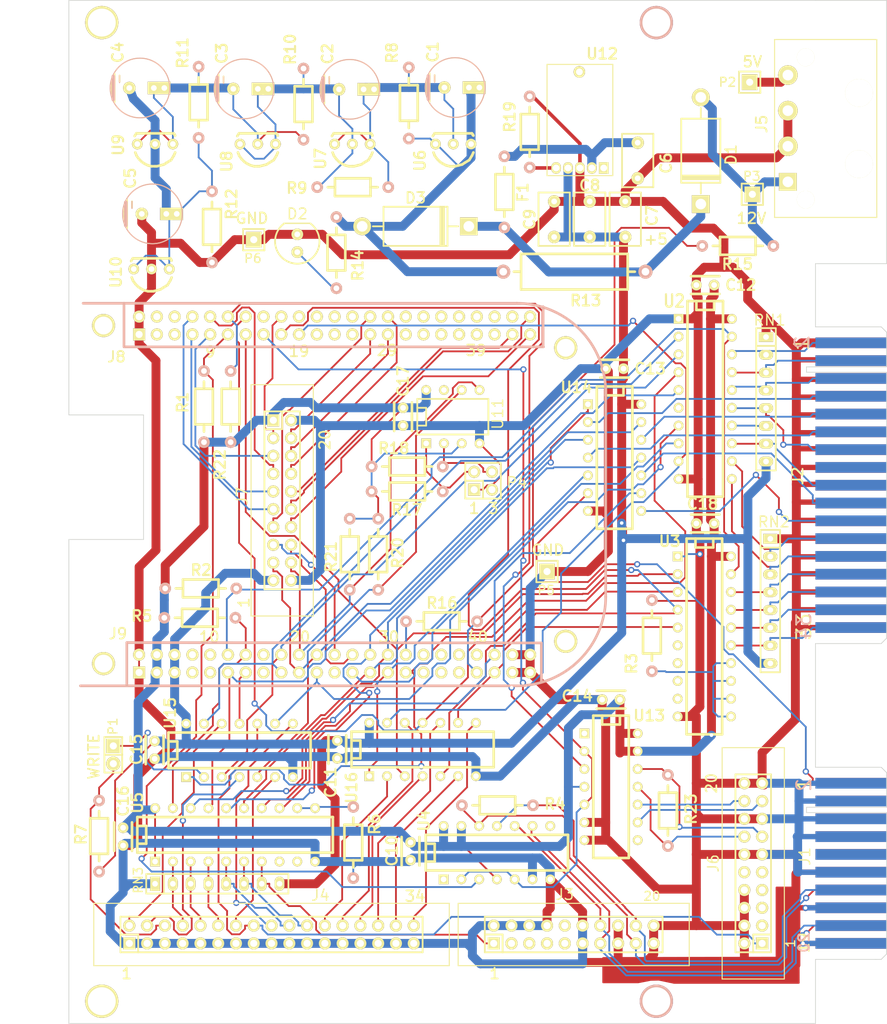
<source format=kicad_pcb>
(kicad_pcb (version 3) (host pcbnew "(2014-02-12 BZR 4693)-product")

  (general
    (links 359)
    (no_connects 0)
    (area 107.378499 10.38352 234.645201 165.58768)
    (thickness 1.6)
    (drawings 53)
    (tracks 1587)
    (zones 0)
    (modules 81)
    (nets 174)
  )

  (page USLetter)
  (title_block
    (title "MFM Disk Reader and Emulator")
    (date "18 May 2014")
    (rev 1)
    (company "David Gesswein")
  )

  (layers
    (15 F.Cu signal)
    (0 B.Cu signal)
    (16 B.Adhes user)
    (17 F.Adhes user)
    (18 B.Paste user)
    (19 F.Paste user)
    (20 B.SilkS user)
    (21 F.SilkS user)
    (22 B.Mask user)
    (23 F.Mask user)
    (24 Dwgs.User user hide)
    (25 Cmts.User user)
    (26 Eco1.User user)
    (27 Eco2.User user)
    (28 Edge.Cuts user)
  )

  (setup
    (last_trace_width 0.254)
    (user_trace_width 0.508)
    (user_trace_width 0.762)
    (user_trace_width 1.27)
    (trace_clearance 0.254)
    (zone_clearance 0.508)
    (zone_45_only no)
    (trace_min 0.254)
    (segment_width 0.2032)
    (edge_width 0.1016)
    (via_size 0.889)
    (via_drill 0.508)
    (via_min_size 0.889)
    (via_min_drill 0.508)
    (uvia_size 0.508)
    (uvia_drill 0.127)
    (uvias_allowed no)
    (uvia_min_size 0.508)
    (uvia_min_drill 0.127)
    (pcb_text_width 0.254)
    (pcb_text_size 1.524 1.524)
    (mod_edge_width 0.1524)
    (mod_text_size 1.524 1.524)
    (mod_text_width 0.254)
    (pad_size 1.778 1.778)
    (pad_drill 0.8128)
    (pad_to_mask_clearance 0.06)
    (aux_axis_origin 0 0)
    (grid_origin 97.155 15.24)
    (visible_elements 7FFFF77F)
    (pcbplotparams
      (layerselection 284196865)
      (usegerberextensions true)
      (excludeedgelayer true)
      (linewidth 0.152400)
      (plotframeref false)
      (viasonmask false)
      (mode 1)
      (useauxorigin false)
      (hpglpennumber 1)
      (hpglpenspeed 20)
      (hpglpendiameter 15)
      (hpglpenoverlay 2)
      (psnegative false)
      (psa4output false)
      (plotreference true)
      (plotvalue true)
      (plotothertext true)
      (plotinvisibletext false)
      (padsonsilk false)
      (subtractmaskfromsilk true)
      (outputformat 1)
      (mirror false)
      (drillshape 0)
      (scaleselection 1)
      (outputdirectory gerber/))
  )

  (net 0 "")
  (net 1 +3.3V)
  (net 2 +5V)
  (net 3 /emu/DIR_IN)
  (net 4 /emu/EXPANSION0)
  (net 5 /emu/EXPANSION1)
  (net 6 /emu/EXPANSION10)
  (net 7 /emu/EXPANSION11)
  (net 8 /emu/EXPANSION12)
  (net 9 /emu/EXPANSION13)
  (net 10 /emu/EXPANSION2)
  (net 11 /emu/EXPANSION3)
  (net 12 /emu/EXPANSION4)
  (net 13 /emu/EXPANSION5)
  (net 14 /emu/EXPANSION6)
  (net 15 /emu/EXPANSION7)
  (net 16 /emu/EXPANSION8)
  (net 17 /emu/EXPANSION9)
  (net 18 /emu/E_DIR_IN)
  (net 19 /emu/E_HEAD0)
  (net 20 /emu/E_HEAD1)
  (net 21 /emu/E_HEAD2)
  (net 22 /emu/E_HEAD3)
  (net 23 /emu/E_SEL1)
  (net 24 /emu/E_SEL2)
  (net 25 /emu/E_SEL3)
  (net 26 /emu/E_SEL4)
  (net 27 /emu/E_STEP)
  (net 28 /emu/E_UNUSED)
  (net 29 /emu/E_WRITE)
  (net 30 /emu/HEAD0)
  (net 31 /emu/HEAD1)
  (net 32 /emu/HEAD2)
  (net 33 /emu/HEAD3)
  (net 34 /emu/INDEX)
  (net 35 /emu/READY)
  (net 36 /emu/RECOVERY)
  (net 37 /emu/SEEK_DONE)
  (net 38 /emu/SEL1)
  (net 39 /emu/SEL2)
  (net 40 /emu/SEL3)
  (net 41 /emu/SEL4)
  (net 42 /emu/SELECTED)
  (net 43 /emu/STEP)
  (net 44 /emu/TRACK0)
  (net 45 /emu/WFAULT)
  (net 46 /emu/WRITE)
  (net 47 /emu/~EMU_EN)
  (net 48 /emu/~MFM0_IN)
  (net 49 /emu/~MFM_READ_EN)
  (net 50 AGND)
  (net 51 GND)
  (net 52 I2C2_SCL)
  (net 53 I2C2_SDA)
  (net 54 MFM_DATA)
  (net 55 "Net-(C1-Pad1)")
  (net 56 "Net-(C1-Pad2)")
  (net 57 "Net-(C2-Pad2)")
  (net 58 "Net-(C3-Pad2)")
  (net 59 "Net-(C4-Pad2)")
  (net 60 "Net-(C6-Pad1)")
  (net 61 "Net-(D1-Pad1)")
  (net 62 "Net-(D1-Pad2)")
  (net 63 "Net-(D2-Pad1)")
  (net 64 "Net-(J1-Pad1)")
  (net 65 "Net-(J1-Pad10)")
  (net 66 "Net-(J1-Pad13)")
  (net 67 "Net-(J1-Pad14)")
  (net 68 "Net-(J1-Pad17)")
  (net 69 "Net-(J1-Pad18)")
  (net 70 "Net-(J1-Pad3)")
  (net 71 "Net-(J1-Pad5)")
  (net 72 "Net-(J1-Pad7)")
  (net 73 "Net-(J1-Pad9)")
  (net 74 "Net-(J2-Pad10)")
  (net 75 "Net-(J2-Pad12)")
  (net 76 "Net-(J2-Pad16)")
  (net 77 "Net-(J2-Pad20)")
  (net 78 "Net-(J2-Pad22)")
  (net 79 "Net-(J2-Pad8)")
  (net 80 "Net-(J3-Pad1)")
  (net 81 "Net-(J3-Pad10)")
  (net 82 "Net-(J3-Pad3)")
  (net 83 "Net-(J3-Pad5)")
  (net 84 "Net-(J3-Pad7)")
  (net 85 "Net-(J3-Pad9)")
  (net 86 "Net-(J4-Pad10)")
  (net 87 "Net-(J4-Pad12)")
  (net 88 "Net-(J4-Pad14)")
  (net 89 "Net-(J4-Pad18)")
  (net 90 "Net-(J4-Pad2)")
  (net 91 "Net-(J4-Pad20)")
  (net 92 "Net-(J4-Pad22)")
  (net 93 "Net-(J4-Pad24)")
  (net 94 "Net-(J4-Pad26)")
  (net 95 "Net-(J4-Pad28)")
  (net 96 "Net-(J4-Pad30)")
  (net 97 "Net-(J4-Pad32)")
  (net 98 "Net-(J4-Pad34)")
  (net 99 "Net-(J4-Pad4)")
  (net 100 "Net-(J4-Pad6)")
  (net 101 "Net-(J4-Pad8)")
  (net 102 "Net-(J5-Pad4)")
  (net 103 "Net-(J6-Pad10)")
  (net 104 "Net-(J6-Pad13)")
  (net 105 "Net-(J6-Pad14)")
  (net 106 "Net-(J6-Pad17)")
  (net 107 "Net-(J6-Pad18)")
  (net 108 "Net-(J6-Pad3)")
  (net 109 "Net-(J6-Pad5)")
  (net 110 "Net-(J6-Pad7)")
  (net 111 "Net-(J6-Pad9)")
  (net 112 "Net-(P1-Pad1)")
  (net 113 "Net-(P4-Pad2)")
  (net 114 "Net-(P4-Pad4)")
  (net 115 "Net-(R19-Pad1)")
  (net 116 "Net-(R3-Pad2)")
  (net 117 "Net-(R6-Pad1)")
  (net 118 "Net-(U1-PadB16)")
  (net 119 "Net-(U1-PadB20)")
  (net 120 "Net-(U1-PadB21)")
  (net 121 "Net-(U1-PadB22)")
  (net 122 "Net-(U1-PadB23)")
  (net 123 "Net-(U1-PadB24)")
  (net 124 "Net-(U1-PadB25)")
  (net 125 "Net-(U1-PadB26)")
  (net 126 "Net-(U1-PadB3)")
  (net 127 "Net-(U1-PadB31)")
  (net 128 "Net-(U1-PadB32)")
  (net 129 "Net-(U1-PadB33)")
  (net 130 "Net-(U1-PadB34)")
  (net 131 "Net-(U1-PadB35)")
  (net 132 "Net-(U1-PadB36)")
  (net 133 "Net-(U1-PadB37)")
  (net 134 "Net-(U1-PadB38)")
  (net 135 "Net-(U1-PadB39)")
  (net 136 "Net-(U1-PadB4)")
  (net 137 "Net-(U1-PadB40)")
  (net 138 "Net-(U1-PadB41)")
  (net 139 "Net-(U1-PadB42)")
  (net 140 "Net-(U1-PadB44)")
  (net 141 "Net-(U1-PadB5)")
  (net 142 "Net-(U1-PadB6)")
  (net 143 "Net-(U1-PadC10)")
  (net 144 "Net-(U1-PadC15)")
  (net 145 "Net-(U1-PadC16)")
  (net 146 "Net-(U1-PadC23)")
  (net 147 "Net-(U1-PadC33)")
  (net 148 "Net-(U1-PadC34)")
  (net 149 "Net-(U1-PadC35)")
  (net 150 "Net-(U1-PadC36)")
  (net 151 "Net-(U1-PadC37)")
  (net 152 "Net-(U1-PadC38)")
  (net 153 "Net-(U1-PadC40)")
  (net 154 "Net-(U1-PadC7)")
  (net 155 "Net-(U1-PadC8)")
  (net 156 "Net-(U1-PadC9)")
  (net 157 "Net-(U11-Pad7)")
  (net 158 "Net-(U12-Pad1)")
  (net 159 "Net-(U12-Pad6)")
  (net 160 "Net-(U13-Pad1)")
  (net 161 "Net-(U13-Pad8)")
  (net 162 "Net-(U2-Pad6)")
  (net 163 "Net-(U3-Pad6)")
  (net 164 "Net-(U3-Pad7)")
  (net 165 "Net-(U3-Pad8)")
  (net 166 "Net-(U3-Pad9)")
  (net 167 "Net-(U4-Pad1)")
  (net 168 "Net-(U4-Pad8)")
  (net 169 "Net-(U5-Pad8)")
  (net 170 "Net-(U5-Pad9)")
  (net 171 RECOVERY_DRIVE2_SEL)
  (net 172 V12_ADC)
  (net 173 ~MFM1_IN)

  (net_class Default "This is the default net class."
    (clearance 0.254)
    (trace_width 0.254)
    (via_dia 0.889)
    (via_drill 0.508)
    (uvia_dia 0.508)
    (uvia_drill 0.127)
    (add_net "")
    (add_net +3.3V)
    (add_net +5V)
    (add_net /emu/DIR_IN)
    (add_net /emu/EXPANSION0)
    (add_net /emu/EXPANSION1)
    (add_net /emu/EXPANSION10)
    (add_net /emu/EXPANSION11)
    (add_net /emu/EXPANSION12)
    (add_net /emu/EXPANSION13)
    (add_net /emu/EXPANSION2)
    (add_net /emu/EXPANSION3)
    (add_net /emu/EXPANSION4)
    (add_net /emu/EXPANSION5)
    (add_net /emu/EXPANSION6)
    (add_net /emu/EXPANSION7)
    (add_net /emu/EXPANSION8)
    (add_net /emu/EXPANSION9)
    (add_net /emu/E_DIR_IN)
    (add_net /emu/E_HEAD0)
    (add_net /emu/E_HEAD1)
    (add_net /emu/E_HEAD2)
    (add_net /emu/E_HEAD3)
    (add_net /emu/E_SEL1)
    (add_net /emu/E_SEL2)
    (add_net /emu/E_SEL3)
    (add_net /emu/E_SEL4)
    (add_net /emu/E_STEP)
    (add_net /emu/E_UNUSED)
    (add_net /emu/E_WRITE)
    (add_net /emu/HEAD0)
    (add_net /emu/HEAD1)
    (add_net /emu/HEAD2)
    (add_net /emu/HEAD3)
    (add_net /emu/INDEX)
    (add_net /emu/READY)
    (add_net /emu/RECOVERY)
    (add_net /emu/SEEK_DONE)
    (add_net /emu/SEL1)
    (add_net /emu/SEL2)
    (add_net /emu/SEL3)
    (add_net /emu/SEL4)
    (add_net /emu/SELECTED)
    (add_net /emu/STEP)
    (add_net /emu/TRACK0)
    (add_net /emu/WFAULT)
    (add_net /emu/WRITE)
    (add_net /emu/~EMU_EN)
    (add_net /emu/~MFM0_IN)
    (add_net /emu/~MFM_READ_EN)
    (add_net AGND)
    (add_net GND)
    (add_net I2C2_SCL)
    (add_net I2C2_SDA)
    (add_net MFM_DATA)
    (add_net "Net-(C1-Pad1)")
    (add_net "Net-(C1-Pad2)")
    (add_net "Net-(C2-Pad2)")
    (add_net "Net-(C3-Pad2)")
    (add_net "Net-(C4-Pad2)")
    (add_net "Net-(C6-Pad1)")
    (add_net "Net-(D1-Pad1)")
    (add_net "Net-(D1-Pad2)")
    (add_net "Net-(D2-Pad1)")
    (add_net "Net-(J1-Pad1)")
    (add_net "Net-(J1-Pad10)")
    (add_net "Net-(J1-Pad13)")
    (add_net "Net-(J1-Pad14)")
    (add_net "Net-(J1-Pad17)")
    (add_net "Net-(J1-Pad18)")
    (add_net "Net-(J1-Pad3)")
    (add_net "Net-(J1-Pad5)")
    (add_net "Net-(J1-Pad7)")
    (add_net "Net-(J1-Pad9)")
    (add_net "Net-(J2-Pad10)")
    (add_net "Net-(J2-Pad12)")
    (add_net "Net-(J2-Pad16)")
    (add_net "Net-(J2-Pad20)")
    (add_net "Net-(J2-Pad22)")
    (add_net "Net-(J2-Pad8)")
    (add_net "Net-(J3-Pad1)")
    (add_net "Net-(J3-Pad10)")
    (add_net "Net-(J3-Pad3)")
    (add_net "Net-(J3-Pad5)")
    (add_net "Net-(J3-Pad7)")
    (add_net "Net-(J3-Pad9)")
    (add_net "Net-(J4-Pad10)")
    (add_net "Net-(J4-Pad12)")
    (add_net "Net-(J4-Pad14)")
    (add_net "Net-(J4-Pad18)")
    (add_net "Net-(J4-Pad2)")
    (add_net "Net-(J4-Pad20)")
    (add_net "Net-(J4-Pad22)")
    (add_net "Net-(J4-Pad24)")
    (add_net "Net-(J4-Pad26)")
    (add_net "Net-(J4-Pad28)")
    (add_net "Net-(J4-Pad30)")
    (add_net "Net-(J4-Pad32)")
    (add_net "Net-(J4-Pad34)")
    (add_net "Net-(J4-Pad4)")
    (add_net "Net-(J4-Pad6)")
    (add_net "Net-(J4-Pad8)")
    (add_net "Net-(J5-Pad4)")
    (add_net "Net-(J6-Pad10)")
    (add_net "Net-(J6-Pad13)")
    (add_net "Net-(J6-Pad14)")
    (add_net "Net-(J6-Pad17)")
    (add_net "Net-(J6-Pad18)")
    (add_net "Net-(J6-Pad3)")
    (add_net "Net-(J6-Pad5)")
    (add_net "Net-(J6-Pad7)")
    (add_net "Net-(J6-Pad9)")
    (add_net "Net-(P1-Pad1)")
    (add_net "Net-(P4-Pad2)")
    (add_net "Net-(P4-Pad4)")
    (add_net "Net-(R19-Pad1)")
    (add_net "Net-(R3-Pad2)")
    (add_net "Net-(R6-Pad1)")
    (add_net "Net-(U1-PadB16)")
    (add_net "Net-(U1-PadB20)")
    (add_net "Net-(U1-PadB21)")
    (add_net "Net-(U1-PadB22)")
    (add_net "Net-(U1-PadB23)")
    (add_net "Net-(U1-PadB24)")
    (add_net "Net-(U1-PadB25)")
    (add_net "Net-(U1-PadB26)")
    (add_net "Net-(U1-PadB3)")
    (add_net "Net-(U1-PadB31)")
    (add_net "Net-(U1-PadB32)")
    (add_net "Net-(U1-PadB33)")
    (add_net "Net-(U1-PadB34)")
    (add_net "Net-(U1-PadB35)")
    (add_net "Net-(U1-PadB36)")
    (add_net "Net-(U1-PadB37)")
    (add_net "Net-(U1-PadB38)")
    (add_net "Net-(U1-PadB39)")
    (add_net "Net-(U1-PadB4)")
    (add_net "Net-(U1-PadB40)")
    (add_net "Net-(U1-PadB41)")
    (add_net "Net-(U1-PadB42)")
    (add_net "Net-(U1-PadB44)")
    (add_net "Net-(U1-PadB5)")
    (add_net "Net-(U1-PadB6)")
    (add_net "Net-(U1-PadC10)")
    (add_net "Net-(U1-PadC15)")
    (add_net "Net-(U1-PadC16)")
    (add_net "Net-(U1-PadC23)")
    (add_net "Net-(U1-PadC33)")
    (add_net "Net-(U1-PadC34)")
    (add_net "Net-(U1-PadC35)")
    (add_net "Net-(U1-PadC36)")
    (add_net "Net-(U1-PadC37)")
    (add_net "Net-(U1-PadC38)")
    (add_net "Net-(U1-PadC40)")
    (add_net "Net-(U1-PadC7)")
    (add_net "Net-(U1-PadC8)")
    (add_net "Net-(U1-PadC9)")
    (add_net "Net-(U11-Pad7)")
    (add_net "Net-(U12-Pad1)")
    (add_net "Net-(U12-Pad6)")
    (add_net "Net-(U13-Pad1)")
    (add_net "Net-(U13-Pad8)")
    (add_net "Net-(U2-Pad6)")
    (add_net "Net-(U3-Pad6)")
    (add_net "Net-(U3-Pad7)")
    (add_net "Net-(U3-Pad8)")
    (add_net "Net-(U3-Pad9)")
    (add_net "Net-(U4-Pad1)")
    (add_net "Net-(U4-Pad8)")
    (add_net "Net-(U5-Pad8)")
    (add_net "Net-(U5-Pad9)")
    (add_net RECOVERY_DRIVE2_SEL)
    (add_net V12_ADC)
    (add_net ~MFM1_IN)
  )

  (net_class power ""
    (clearance 0.254)
    (trace_width 1.27)
    (via_dia 0.889)
    (via_drill 0.635)
    (uvia_dia 0.508)
    (uvia_drill 0.127)
  )

  (module all_fp:ECON34 (layer F.Cu) (tedit 53A39C81) (tstamp 5397BF8C)
    (at 222.885 82.8802 90)
    (path /53041A1B/52FD4CB2)
    (fp_text reference J2 (at 0 -1.27 90) (layer F.SilkS)
      (effects (font (thickness 0.254)))
    )
    (fp_text value ECON34 (at 0 0 90) (layer F.SilkS) hide
      (effects (font (size 1 1) (thickness 0.15)))
    )
    (fp_line (start 15.1892 11.43) (end 15.1892 0) (layer Dwgs.User) (width 0.1524))
    (fp_line (start 20.5232 11.43) (end -23.1648 11.43) (layer Dwgs.User) (width 0.1524))
    (fp_line (start -23.1648 11.43) (end -23.9268 9.906) (layer Dwgs.User) (width 0.1524))
    (fp_line (start -23.9268 9.906) (end -23.9268 1.27) (layer Dwgs.User) (width 0.1524))
    (fp_line (start 20.5232 11.43) (end 21.2852 9.906) (layer Dwgs.User) (width 0.1524))
    (fp_line (start 21.2852 9.906) (end 21.2852 1.27) (layer Dwgs.User) (width 0.1524))
    (fp_text user 33 (at -21.5138 -0.381 90) (layer F.SilkS)
      (effects (font (size 2.032 2.032) (thickness 0.254)))
    )
    (fp_text user 1 (at 18.8468 -0.7112 90) (layer F.SilkS)
      (effects (font (size 2.032 2.032) (thickness 0.254)))
    )
    (pad 1 connect rect (at 18.9992 6.35 270) (size 1.524 10.16) (layers F.Cu F.Mask)
      (net 51 GND))
    (pad 2 connect rect (at 18.9992 6.35 270) (size 1.524 10.16) (layers B.Cu B.Mask)
      (net 22 /emu/E_HEAD3))
    (pad 3 connect rect (at 16.4592 6.35 270) (size 1.524 10.16) (layers F.Cu F.Mask)
      (net 51 GND))
    (pad 4 connect rect (at 16.4592 6.35 270) (size 1.524 10.16) (layers B.Cu B.Mask)
      (net 21 /emu/E_HEAD2))
    (pad 5 connect rect (at 13.9192 6.35 270) (size 1.524 10.16) (layers F.Cu F.Mask)
      (net 51 GND))
    (pad 6 connect rect (at 13.9192 6.35 270) (size 1.524 10.16) (layers B.Cu B.Mask)
      (net 29 /emu/E_WRITE))
    (pad 7 connect rect (at 11.3792 6.35 270) (size 1.524 10.16) (layers F.Cu F.Mask)
      (net 51 GND))
    (pad 8 connect rect (at 11.3792 6.35 270) (size 1.524 10.16) (layers B.Cu B.Mask)
      (net 79 "Net-(J2-Pad8)"))
    (pad 9 connect rect (at 8.8392 6.35 270) (size 1.524 10.16) (layers F.Cu F.Mask)
      (net 51 GND))
    (pad 10 connect rect (at 8.8392 6.35 270) (size 1.524 10.16) (layers B.Cu B.Mask)
      (net 74 "Net-(J2-Pad10)"))
    (pad 11 connect rect (at 6.2992 6.35 270) (size 1.524 10.16) (layers F.Cu F.Mask)
      (net 51 GND))
    (pad 12 connect rect (at 6.2992 6.35 270) (size 1.524 10.16) (layers B.Cu B.Mask)
      (net 75 "Net-(J2-Pad12)"))
    (pad 13 connect rect (at 3.7592 6.35 270) (size 1.524 10.16) (layers F.Cu F.Mask)
      (net 51 GND))
    (pad 14 connect rect (at 3.7592 6.35 270) (size 1.524 10.16) (layers B.Cu B.Mask)
      (net 19 /emu/E_HEAD0))
    (pad 15 connect rect (at 1.2192 6.35 270) (size 1.524 10.16) (layers F.Cu F.Mask)
      (net 51 GND))
    (pad 16 connect rect (at 1.2192 6.35 270) (size 1.524 10.16) (layers B.Cu B.Mask)
      (net 76 "Net-(J2-Pad16)"))
    (pad 17 connect rect (at -1.3208 6.35 270) (size 1.524 10.16) (layers F.Cu F.Mask)
      (net 51 GND))
    (pad 18 connect rect (at -1.3208 6.35 270) (size 1.524 10.16) (layers B.Cu B.Mask)
      (net 20 /emu/E_HEAD1))
    (pad 19 connect rect (at -3.8608 6.35 270) (size 1.524 10.16) (layers F.Cu F.Mask)
      (net 51 GND))
    (pad 20 connect rect (at -3.8608 6.35 270) (size 1.524 10.16) (layers B.Cu B.Mask)
      (net 77 "Net-(J2-Pad20)"))
    (pad 21 connect rect (at -6.4008 6.35 270) (size 1.524 10.16) (layers F.Cu F.Mask)
      (net 51 GND))
    (pad 22 connect rect (at -6.4008 6.35 270) (size 1.524 10.16) (layers B.Cu B.Mask)
      (net 78 "Net-(J2-Pad22)"))
    (pad 23 connect rect (at -8.9408 6.35 270) (size 1.524 10.16) (layers F.Cu F.Mask)
      (net 51 GND))
    (pad 24 connect rect (at -8.9408 6.35 270) (size 1.524 10.16) (layers B.Cu B.Mask)
      (net 27 /emu/E_STEP))
    (pad 25 connect rect (at -11.4808 6.35 270) (size 1.524 10.16) (layers F.Cu F.Mask)
      (net 51 GND))
    (pad 26 connect rect (at -11.4808 6.35 270) (size 1.524 10.16) (layers B.Cu B.Mask)
      (net 23 /emu/E_SEL1))
    (pad 27 connect rect (at -14.0208 6.35 270) (size 1.524 10.16) (layers F.Cu F.Mask)
      (net 51 GND))
    (pad 28 connect rect (at -14.0208 6.35 270) (size 1.524 10.16) (layers B.Cu B.Mask)
      (net 24 /emu/E_SEL2))
    (pad 29 connect rect (at -16.5608 6.35 270) (size 1.524 10.16) (layers F.Cu F.Mask)
      (net 51 GND))
    (pad 30 connect rect (at -16.5608 6.35 270) (size 1.524 10.16) (layers B.Cu B.Mask)
      (net 25 /emu/E_SEL3))
    (pad 31 connect rect (at -19.1008 6.35 270) (size 1.524 10.16) (layers F.Cu F.Mask)
      (net 51 GND))
    (pad 32 connect rect (at -19.1008 6.35 270) (size 1.524 10.16) (layers B.Cu B.Mask)
      (net 26 /emu/E_SEL4))
    (pad 33 connect rect (at -21.6408 6.35 270) (size 1.524 10.16) (layers F.Cu F.Mask)
      (net 51 GND))
    (pad 34 connect rect (at -21.6408 6.35 270) (size 1.524 10.16) (layers B.Cu B.Mask)
      (net 18 /emu/E_DIR_IN))
  )

  (module all_fp:econ20 (layer F.Cu) (tedit 53A39B15) (tstamp 5397C058)
    (at 228.981 136.804 90)
    (path /53041A1B/52FD4C26)
    (fp_text reference J1 (at -0.381 -6.35 90) (layer F.SilkS)
      (effects (font (thickness 0.2032)))
    )
    (fp_text value ECON20 (at -5.08 0 90) (layer F.SilkS) hide
      (effects (font (size 1 1) (thickness 0.15)))
    )
    (fp_line (start 6.2484 5.334) (end 6.2484 -6.096) (layer Dwgs.User) (width 0.1524))
    (fp_line (start -14.3256 5.334) (end 11.5824 5.334) (layer Dwgs.User) (width 0.1524))
    (fp_line (start -14.3256 5.334) (end -15.0876 3.81) (layer Dwgs.User) (width 0.1524))
    (fp_line (start -15.0876 3.81) (end -15.0876 -4.826) (layer Dwgs.User) (width 0.1524))
    (fp_line (start 11.5824 5.334) (end 12.3444 3.81) (layer Dwgs.User) (width 0.1524))
    (fp_line (start 12.3444 3.81) (end 12.3444 -4.826) (layer Dwgs.User) (width 0.1524))
    (fp_text user 19 (at -12.7 -6.477 90) (layer F.SilkS)
      (effects (font (thickness 0.254)))
    )
    (fp_text user 1 (at 9.906 -6.477 90) (layer F.SilkS)
      (effects (font (size 2.032 2.032) (thickness 0.254)))
    )
    (pad 1 connect rect (at 10.0584 0.254 270) (size 1.524 10.16) (layers F.Cu F.Mask)
      (net 64 "Net-(J1-Pad1)"))
    (pad 2 connect rect (at 10.0584 0.254 270) (size 1.524 10.16) (layers B.Cu B.Mask)
      (net 51 GND))
    (pad 3 connect rect (at 7.5184 0.254 270) (size 1.524 10.16) (layers F.Cu F.Mask)
      (net 70 "Net-(J1-Pad3)"))
    (pad 4 connect rect (at 7.5184 0.254 270) (size 1.524 10.16) (layers B.Cu B.Mask)
      (net 51 GND))
    (pad 5 connect rect (at 4.9784 0.254 270) (size 1.524 10.16) (layers F.Cu F.Mask)
      (net 71 "Net-(J1-Pad5)"))
    (pad 6 connect rect (at 4.9784 0.254 270) (size 1.524 10.16) (layers B.Cu B.Mask)
      (net 51 GND))
    (pad 7 connect rect (at 2.4384 0.254 270) (size 1.524 10.16) (layers F.Cu F.Mask)
      (net 72 "Net-(J1-Pad7)"))
    (pad 8 connect rect (at 2.4384 0.254 270) (size 1.524 10.16) (layers B.Cu B.Mask)
      (net 51 GND))
    (pad 9 connect rect (at -0.1016 0.254 270) (size 1.524 10.16) (layers F.Cu F.Mask)
      (net 73 "Net-(J1-Pad9)"))
    (pad 10 connect rect (at -0.1016 0.254 270) (size 1.524 10.16) (layers B.Cu B.Mask)
      (net 65 "Net-(J1-Pad10)"))
    (pad 11 connect rect (at -2.6416 0.254 270) (size 1.524 10.16) (layers F.Cu F.Mask)
      (net 51 GND))
    (pad 12 connect rect (at -2.6416 0.254 270) (size 1.524 10.16) (layers B.Cu B.Mask)
      (net 51 GND))
    (pad 13 connect rect (at -5.1816 0.254 270) (size 1.524 10.16) (layers F.Cu F.Mask)
      (net 66 "Net-(J1-Pad13)"))
    (pad 14 connect rect (at -5.1816 0.254 270) (size 1.524 10.16) (layers B.Cu B.Mask)
      (net 67 "Net-(J1-Pad14)"))
    (pad 15 connect rect (at -7.7216 0.254 270) (size 1.524 10.16) (layers F.Cu F.Mask)
      (net 51 GND))
    (pad 16 connect rect (at -7.7216 0.254 270) (size 1.524 10.16) (layers B.Cu B.Mask)
      (net 51 GND))
    (pad 17 connect rect (at -10.2616 0.254 270) (size 1.524 10.16) (layers F.Cu F.Mask)
      (net 68 "Net-(J1-Pad17)"))
    (pad 18 connect rect (at -10.2616 0.254 270) (size 1.524 10.16) (layers B.Cu B.Mask)
      (net 69 "Net-(J1-Pad18)"))
    (pad 19 connect rect (at -12.8016 0.254 270) (size 1.524 10.16) (layers F.Cu F.Mask)
      (net 51 GND))
    (pad 20 connect rect (at -12.8016 0.254 270) (size 1.524 10.16) (layers B.Cu B.Mask)
      (net 51 GND))
  )

  (module all_fp:DRVPWR (layer F.Cu) (tedit 5399035F) (tstamp 539906D7)
    (at 215.138 34.544 270)
    (path /53041BB6/530420F7)
    (fp_text reference J5 (at -1.905 -1.3335 270) (layer F.SilkS)
      (effects (font (thickness 0.254)))
    )
    (fp_text value CONN_4 (at -1.27 -10.16 270) (layer F.SilkS) hide
      (effects (font (size 1 1) (thickness 0.15)))
    )
    (fp_line (start -13.97 -17.78) (end 11.43 -17.78) (layer F.SilkS) (width 0.15))
    (fp_line (start 11.43 -17.78) (end 11.43 -3.175) (layer F.SilkS) (width 0.15))
    (fp_line (start 11.43 -3.175) (end -13.97 -3.175) (layer F.SilkS) (width 0.15))
    (fp_line (start -13.97 -3.175) (end -13.97 -17.78) (layer F.SilkS) (width 0.15))
    (pad 1 thru_hole rect (at 6.35 -5.08 270) (size 2.54 2.54) (drill 1.524) (layers *.Cu *.Mask F.SilkS)
      (net 61 "Net-(D1-Pad1)"))
    (pad 2 thru_hole circle (at 1.27 -5.08 270) (size 2.794 2.794) (drill 1.524) (layers *.Cu *.Mask F.SilkS)
      (net 51 GND))
    (pad 3 thru_hole circle (at -3.81 -5.08 270) (size 2.794 2.794) (drill 1.524) (layers *.Cu *.Mask F.SilkS)
      (net 51 GND))
    (pad 4 thru_hole circle (at -8.89 -5.08 270) (size 2.794 2.794) (drill 1.524) (layers *.Cu *.Mask F.SilkS)
      (net 102 "Net-(J5-Pad4)"))
    (pad "" np_thru_hole circle (at -6.35 -15.24 270) (size 3.9878 3.9878) (drill 3.9878) (layers *.Cu *.Mask F.SilkS))
    (pad "" np_thru_hole circle (at 3.81 -15.24 270) (size 3.9878 3.9878) (drill 3.9878) (layers *.Cu *.Mask F.SilkS))
    (pad "" np_thru_hole circle (at -11.43 -7.62 270) (size 2.54 2.54) (drill 2.54) (layers *.Cu *.Mask F.SilkS))
    (pad "" np_thru_hole circle (at 8.89 -7.62 270) (size 2.54 2.54) (drill 2.54) (layers *.Cu *.Mask F.SilkS))
    (model /home/djg/mfm/all_fp.pretty/DRVPWR.wrl
      (at (xyz -0.05 0.21 0.185))
      (scale (xyz 0.395 0.395 0.395))
      (rotate (xyz -90 0 180))
    )
  )

  (module LEDs:LED-5MM (layer F.Cu) (tedit 539906A0) (tstamp 536580DB)
    (at 150.114 49.657 90)
    (descr "LED 5mm - Lead pitch 100mil (2,54mm)")
    (tags "LED led 5mm 5MM 100mil 2,54mm")
    (path /53041BB6/53041F94)
    (fp_text reference D2 (at 4.191 0 180) (layer F.SilkS)
      (effects (font (thickness 0.2032)))
    )
    (fp_text value LED (at 0 3.81 90) (layer F.SilkS) hide
      (effects (font (size 0.762 0.762) (thickness 0.0889)))
    )
    (fp_line (start 2.8448 1.905) (end 2.8448 -1.905) (layer F.SilkS) (width 0.2032))
    (fp_arc (start 0.254 0) (end 2.794 1.905) (angle 286.2) (layer F.SilkS) (width 0.254))
    (pad 1 thru_hole circle (at -1.27 0 90) (size 1.6764 1.6764) (drill 0.8128) (layers *.Cu *.Mask F.SilkS)
      (net 63 "Net-(D2-Pad1)"))
    (pad 2 thru_hole circle (at 1.27 0 90) (size 1.6764 1.6764) (drill 0.8128) (layers *.Cu *.Mask F.SilkS)
      (net 51 GND))
    (model discret/leds/led5_vertical_verde.wrl
      (at (xyz 0 0 0))
      (scale (xyz 1 1 1))
      (rotate (xyz 0 0 0))
    )
  )

  (module Resistors_ThroughHole:Resistor_Horizontal_RM20mm (layer F.Cu) (tedit 53A44BCC) (tstamp 53652AA3)
    (at 189.865 53.721 180)
    (descr "Resistor, Axial, RM 20mm,")
    (tags "Resistor, Axial, RM 20mm,")
    (path /53041BB6/53042260)
    (fp_text reference R13 (at -1.4605 -4.1275 180) (layer F.SilkS)
      (effects (font (thickness 0.3048)))
    )
    (fp_text value 8.2 (at 0 5.00126 180) (layer F.SilkS) hide
      (effects (font (size 1.50114 1.50114) (thickness 0.20066)))
    )
    (fp_line (start -7.45998 0) (end -8.47598 0) (layer F.SilkS) (width 0.381))
    (fp_line (start 7.78002 0) (end 8.79602 0) (layer F.SilkS) (width 0.381))
    (fp_line (start -7.45998 -1.27) (end -7.45998 -2.54) (layer F.SilkS) (width 0.381))
    (fp_line (start -7.45998 -2.54) (end 7.78002 -2.54) (layer F.SilkS) (width 0.381))
    (fp_line (start 7.78002 -2.54) (end 7.78002 2.54) (layer F.SilkS) (width 0.381))
    (fp_line (start 7.78002 2.54) (end -7.45998 2.54) (layer F.SilkS) (width 0.381))
    (fp_line (start -7.45998 2.54) (end -7.45998 -1.27) (layer F.SilkS) (width 0.381))
    (pad 1 thru_hole circle (at -9.99998 0 180) (size 1.99898 1.99898) (drill 1.0922) (layers *.Cu *.SilkS *.Mask)
      (net 62 "Net-(D1-Pad2)"))
    (pad 2 thru_hole circle (at 10.32002 0 180) (size 1.99898 1.99898) (drill 1.0922) (layers *.Cu *.SilkS *.Mask)
      (net 55 "Net-(C1-Pad1)"))
    (model discret/resistors/horizontal/r_h_8R2.wrl
      (at (xyz 0 0 0))
      (scale (xyz 0.8 0.8 0.8))
      (rotate (xyz 0 0 0))
    )
  )

  (module Diodes_ThroughHole:Diode_DO-201AD_Horizontal_RM15 (layer F.Cu) (tedit 53A44BDD) (tstamp 53652C4A)
    (at 207.772 36.449 270)
    (descr "Diode DO-201AD Horizontal")
    (tags "Diode DO-201AD Horizontal SB320 SB340 SB360")
    (path /53041BB6/530421BA)
    (fp_text reference D1 (at 0.5715 -4.318 270) (layer F.SilkS)
      (effects (font (thickness 0.254)))
    )
    (fp_text value 1N5820 (at 0.508 -4.826 270) (layer F.SilkS) hide
      (effects (font (size 1.524 1.016) (thickness 0.254)))
    )
    (fp_line (start -4.572 0) (end -6.096 0) (layer F.SilkS) (width 0.254))
    (fp_line (start 4.572 0) (end 6.096 0) (layer F.SilkS) (width 0.254))
    (fp_line (start 3.556 -2.794) (end 3.556 2.794) (layer F.SilkS) (width 0.254))
    (fp_line (start 3.81 -2.794) (end 3.81 2.794) (layer F.SilkS) (width 0.254))
    (fp_line (start 4.064 -2.794) (end 4.064 2.794) (layer F.SilkS) (width 0.254))
    (fp_line (start 4.572 2.794) (end 4.572 -2.794) (layer F.SilkS) (width 0.254))
    (fp_line (start 4.572 -2.794) (end -4.572 -2.794) (layer F.SilkS) (width 0.254))
    (fp_line (start -4.572 -2.794) (end -4.572 2.794) (layer F.SilkS) (width 0.254))
    (fp_line (start -4.572 2.794) (end 4.572 2.794) (layer F.SilkS) (width 0.254))
    (pad 1 thru_hole circle (at -7.62 0 270) (size 2.54 2.54) (drill 1.524) (layers *.Cu *.Mask F.SilkS)
      (net 61 "Net-(D1-Pad1)"))
    (pad 2 thru_hole rect (at 7.62 0 270) (size 2.54 2.54) (drill 1.524) (layers *.Cu *.Mask F.SilkS)
      (net 62 "Net-(D1-Pad2)"))
    (model discret/diode.wrl
      (at (xyz 0 0 0))
      (scale (xyz 0.6 0.6 0.6))
      (rotate (xyz 0 0 0))
    )
  )

  (module Diodes_ThroughHole:Diode_DO-201AD_Horizontal_RM15 (layer F.Cu) (tedit 537805D4) (tstamp 53652C2A)
    (at 167.005 47.244)
    (descr "Diode DO-201AD Horizontal")
    (tags "Diode DO-201AD Horizontal SB320 SB340 SB360")
    (path /53041BB6/5304251F)
    (fp_text reference D3 (at 0 -4.064) (layer F.SilkS)
      (effects (font (thickness 0.254)))
    )
    (fp_text value 1N5820 (at 0.508 -0.762) (layer F.SilkS) hide
      (effects (font (size 1.524 1.016) (thickness 0.254)))
    )
    (fp_line (start -4.572 0) (end -6.096 0) (layer F.SilkS) (width 0.254))
    (fp_line (start 4.572 0) (end 6.096 0) (layer F.SilkS) (width 0.254))
    (fp_line (start 3.556 -2.794) (end 3.556 2.794) (layer F.SilkS) (width 0.254))
    (fp_line (start 3.81 -2.794) (end 3.81 2.794) (layer F.SilkS) (width 0.254))
    (fp_line (start 4.064 -2.794) (end 4.064 2.794) (layer F.SilkS) (width 0.254))
    (fp_line (start 4.572 2.794) (end 4.572 -2.794) (layer F.SilkS) (width 0.254))
    (fp_line (start 4.572 -2.794) (end -4.572 -2.794) (layer F.SilkS) (width 0.254))
    (fp_line (start -4.572 -2.794) (end -4.572 2.794) (layer F.SilkS) (width 0.254))
    (fp_line (start -4.572 2.794) (end 4.572 2.794) (layer F.SilkS) (width 0.254))
    (pad 1 thru_hole circle (at -7.62 0) (size 2.54 2.54) (drill 1.524) (layers *.Cu *.Mask F.SilkS)
      (net 55 "Net-(C1-Pad1)"))
    (pad 2 thru_hole rect (at 7.62 0) (size 2.54 2.54) (drill 1.524) (layers *.Cu *.Mask F.SilkS)
      (net 62 "Net-(D1-Pad2)"))
    (model discret/diode.wrl
      (at (xyz 0 0 0))
      (scale (xyz 0.6 0.6 0.6))
      (rotate (xyz 0 0 0))
    )
  )

  (module Sockets_DIP:DIP-14__300 (layer F.Cu) (tedit 5389147B) (tstamp 53652C0F)
    (at 195.453 80.264 270)
    (descr "14 pins DIL package, round pads")
    (tags DIL)
    (path /53041A1B/52FD59BB)
    (fp_text reference U14 (at -10.033 5.461 360) (layer F.SilkS)
      (effects (font (thickness 0.3048)))
    )
    (fp_text value 7407N (at 1.27 1.27 270) (layer F.SilkS) hide
      (effects (font (size 1.524 1.143) (thickness 0.28575)))
    )
    (fp_line (start -10.16 -2.54) (end 10.16 -2.54) (layer F.SilkS) (width 0.381))
    (fp_line (start 10.16 2.54) (end -10.16 2.54) (layer F.SilkS) (width 0.381))
    (fp_line (start -10.16 2.54) (end -10.16 -2.54) (layer F.SilkS) (width 0.381))
    (fp_line (start -10.16 -1.27) (end -8.89 -1.27) (layer F.SilkS) (width 0.381))
    (fp_line (start -8.89 -1.27) (end -8.89 1.27) (layer F.SilkS) (width 0.381))
    (fp_line (start -8.89 1.27) (end -10.16 1.27) (layer F.SilkS) (width 0.381))
    (fp_line (start 10.16 -2.54) (end 10.16 2.54) (layer F.SilkS) (width 0.381))
    (pad 1 thru_hole rect (at -7.62 3.81 270) (size 1.397 1.397) (drill 0.8128) (layers *.Cu *.Mask F.SilkS)
      (net 37 /emu/SEEK_DONE))
    (pad 2 thru_hole circle (at -5.08 3.81 270) (size 1.397 1.397) (drill 0.8128) (layers *.Cu *.Mask F.SilkS)
      (net 79 "Net-(J2-Pad8)"))
    (pad 3 thru_hole circle (at -2.54 3.81 270) (size 1.397 1.397) (drill 0.8128) (layers *.Cu *.Mask F.SilkS)
      (net 45 /emu/WFAULT))
    (pad 4 thru_hole circle (at 0 3.81 270) (size 1.397 1.397) (drill 0.8128) (layers *.Cu *.Mask F.SilkS)
      (net 75 "Net-(J2-Pad12)"))
    (pad 5 thru_hole circle (at 2.54 3.81 270) (size 1.397 1.397) (drill 0.8128) (layers *.Cu *.Mask F.SilkS)
      (net 42 /emu/SELECTED))
    (pad 6 thru_hole circle (at 5.08 3.81 270) (size 1.397 1.397) (drill 0.8128) (layers *.Cu *.Mask F.SilkS)
      (net 64 "Net-(J1-Pad1)"))
    (pad 7 thru_hole circle (at 7.62 3.81 270) (size 1.397 1.397) (drill 0.8128) (layers *.Cu *.Mask F.SilkS)
      (net 51 GND))
    (pad 8 thru_hole circle (at 7.62 -3.81 270) (size 1.397 1.397) (drill 0.8128) (layers *.Cu *.Mask F.SilkS)
      (net 78 "Net-(J2-Pad22)"))
    (pad 9 thru_hole circle (at 5.08 -3.81 270) (size 1.397 1.397) (drill 0.8128) (layers *.Cu *.Mask F.SilkS)
      (net 35 /emu/READY))
    (pad 10 thru_hole circle (at 2.54 -3.81 270) (size 1.397 1.397) (drill 0.8128) (layers *.Cu *.Mask F.SilkS)
      (net 77 "Net-(J2-Pad20)"))
    (pad 11 thru_hole circle (at 0 -3.81 270) (size 1.397 1.397) (drill 0.8128) (layers *.Cu *.Mask F.SilkS)
      (net 34 /emu/INDEX))
    (pad 12 thru_hole circle (at -2.54 -3.81 270) (size 1.397 1.397) (drill 0.8128) (layers *.Cu *.Mask F.SilkS)
      (net 74 "Net-(J2-Pad10)"))
    (pad 13 thru_hole circle (at -5.08 -3.81 270) (size 1.397 1.397) (drill 0.8128) (layers *.Cu *.Mask F.SilkS)
      (net 44 /emu/TRACK0))
    (pad 14 thru_hole circle (at -7.62 -3.81 270) (size 1.397 1.397) (drill 0.8128) (layers *.Cu *.Mask F.SilkS)
      (net 2 +5V))
    (model dil/dil_14.wrl
      (at (xyz 0 0 0))
      (scale (xyz 1 1 1))
      (rotate (xyz 0 0 0))
    )
  )

  (module Sockets_DIP:DIP-14__300 (layer F.Cu) (tedit 53990219) (tstamp 5376B71F)
    (at 141.859 122.047)
    (descr "14 pins DIL package, round pads")
    (tags DIL)
    (path /53041A1B/52FD6CE0)
    (fp_text reference U15 (at -9.906 -5.334 90) (layer F.SilkS)
      (effects (font (thickness 0.3048)))
    )
    (fp_text value 7407N (at 1.27 1.27) (layer F.SilkS) hide
      (effects (font (size 1.524 1.143) (thickness 0.28575)))
    )
    (fp_line (start -10.16 -2.54) (end 10.16 -2.54) (layer F.SilkS) (width 0.381))
    (fp_line (start 10.16 2.54) (end -10.16 2.54) (layer F.SilkS) (width 0.381))
    (fp_line (start -10.16 2.54) (end -10.16 -2.54) (layer F.SilkS) (width 0.381))
    (fp_line (start -10.16 -1.27) (end -8.89 -1.27) (layer F.SilkS) (width 0.381))
    (fp_line (start -8.89 -1.27) (end -8.89 1.27) (layer F.SilkS) (width 0.381))
    (fp_line (start -8.89 1.27) (end -10.16 1.27) (layer F.SilkS) (width 0.381))
    (fp_line (start 10.16 -2.54) (end 10.16 2.54) (layer F.SilkS) (width 0.381))
    (pad 1 thru_hole rect (at -7.62 3.81) (size 1.397 1.397) (drill 0.8128) (layers *.Cu *.Mask F.SilkS)
      (net 46 /emu/WRITE))
    (pad 2 thru_hole circle (at -5.08 3.81) (size 1.397 1.397) (drill 0.8128) (layers *.Cu *.Mask F.SilkS)
      (net 112 "Net-(P1-Pad1)"))
    (pad 3 thru_hole circle (at -2.54 3.81) (size 1.397 1.397) (drill 0.8128) (layers *.Cu *.Mask F.SilkS)
      (net 32 /emu/HEAD2))
    (pad 4 thru_hole circle (at 0 3.81) (size 1.397 1.397) (drill 0.8128) (layers *.Cu *.Mask F.SilkS)
      (net 99 "Net-(J4-Pad4)"))
    (pad 5 thru_hole circle (at 2.54 3.81) (size 1.397 1.397) (drill 0.8128) (layers *.Cu *.Mask F.SilkS)
      (net 30 /emu/HEAD0))
    (pad 6 thru_hole circle (at 5.08 3.81) (size 1.397 1.397) (drill 0.8128) (layers *.Cu *.Mask F.SilkS)
      (net 88 "Net-(J4-Pad14)"))
    (pad 7 thru_hole circle (at 7.62 3.81) (size 1.397 1.397) (drill 0.8128) (layers *.Cu *.Mask F.SilkS)
      (net 51 GND))
    (pad 8 thru_hole circle (at 7.62 -3.81) (size 1.397 1.397) (drill 0.8128) (layers *.Cu *.Mask F.SilkS)
      (net 89 "Net-(J4-Pad18)"))
    (pad 9 thru_hole circle (at 5.08 -3.81) (size 1.397 1.397) (drill 0.8128) (layers *.Cu *.Mask F.SilkS)
      (net 31 /emu/HEAD1))
    (pad 10 thru_hole circle (at 2.54 -3.81) (size 1.397 1.397) (drill 0.8128) (layers *.Cu *.Mask F.SilkS)
      (net 171 RECOVERY_DRIVE2_SEL))
    (pad 11 thru_hole circle (at 0 -3.81) (size 1.397 1.397) (drill 0.8128) (layers *.Cu *.Mask F.SilkS)
      (net 36 /emu/RECOVERY))
    (pad 12 thru_hole circle (at -2.54 -3.81) (size 1.397 1.397) (drill 0.8128) (layers *.Cu *.Mask F.SilkS)
      (net 90 "Net-(J4-Pad2)"))
    (pad 13 thru_hole circle (at -5.08 -3.81) (size 1.397 1.397) (drill 0.8128) (layers *.Cu *.Mask F.SilkS)
      (net 33 /emu/HEAD3))
    (pad 14 thru_hole circle (at -7.62 -3.81) (size 1.397 1.397) (drill 0.8128) (layers *.Cu *.Mask F.SilkS)
      (net 2 +5V))
    (model dil/dil_14.wrl
      (at (xyz 0 0 0))
      (scale (xyz 1 1 1))
      (rotate (xyz 0 0 0))
    )
  )

  (module Sockets_DIP:DIP-14__300 (layer F.Cu) (tedit 53990A51) (tstamp 536E4B17)
    (at 168.021 121.92)
    (descr "14 pins DIL package, round pads")
    (tags DIL)
    (path /53041A1B/52FD6CB5)
    (fp_text reference U16 (at -10.16 5.461 90) (layer F.SilkS)
      (effects (font (thickness 0.3048)))
    )
    (fp_text value 7407N (at 3.048 -0.254) (layer F.SilkS) hide
      (effects (font (size 1.524 1.143) (thickness 0.28575)))
    )
    (fp_line (start -10.16 -2.54) (end 10.16 -2.54) (layer F.SilkS) (width 0.381))
    (fp_line (start 10.16 2.54) (end -10.16 2.54) (layer F.SilkS) (width 0.381))
    (fp_line (start -10.16 2.54) (end -10.16 -2.54) (layer F.SilkS) (width 0.381))
    (fp_line (start -10.16 -1.27) (end -8.89 -1.27) (layer F.SilkS) (width 0.381))
    (fp_line (start -8.89 -1.27) (end -8.89 1.27) (layer F.SilkS) (width 0.381))
    (fp_line (start -8.89 1.27) (end -10.16 1.27) (layer F.SilkS) (width 0.381))
    (fp_line (start 10.16 -2.54) (end 10.16 2.54) (layer F.SilkS) (width 0.381))
    (pad 1 thru_hole rect (at -7.62 3.81) (size 1.397 1.397) (drill 0.8128) (layers *.Cu *.Mask F.SilkS)
      (net 43 /emu/STEP))
    (pad 2 thru_hole circle (at -5.08 3.81) (size 1.397 1.397) (drill 0.8128) (layers *.Cu *.Mask F.SilkS)
      (net 93 "Net-(J4-Pad24)"))
    (pad 3 thru_hole circle (at -2.54 3.81) (size 1.397 1.397) (drill 0.8128) (layers *.Cu *.Mask F.SilkS)
      (net 39 /emu/SEL2))
    (pad 4 thru_hole circle (at 0 3.81) (size 1.397 1.397) (drill 0.8128) (layers *.Cu *.Mask F.SilkS)
      (net 95 "Net-(J4-Pad28)"))
    (pad 5 thru_hole circle (at 2.54 3.81) (size 1.397 1.397) (drill 0.8128) (layers *.Cu *.Mask F.SilkS)
      (net 41 /emu/SEL4))
    (pad 6 thru_hole circle (at 5.08 3.81) (size 1.397 1.397) (drill 0.8128) (layers *.Cu *.Mask F.SilkS)
      (net 97 "Net-(J4-Pad32)"))
    (pad 7 thru_hole circle (at 7.62 3.81) (size 1.397 1.397) (drill 0.8128) (layers *.Cu *.Mask F.SilkS)
      (net 51 GND))
    (pad 8 thru_hole circle (at 7.62 -3.81) (size 1.397 1.397) (drill 0.8128) (layers *.Cu *.Mask F.SilkS)
      (net 98 "Net-(J4-Pad34)"))
    (pad 9 thru_hole circle (at 5.08 -3.81) (size 1.397 1.397) (drill 0.8128) (layers *.Cu *.Mask F.SilkS)
      (net 3 /emu/DIR_IN))
    (pad 10 thru_hole circle (at 2.54 -3.81) (size 1.397 1.397) (drill 0.8128) (layers *.Cu *.Mask F.SilkS)
      (net 96 "Net-(J4-Pad30)"))
    (pad 11 thru_hole circle (at 0 -3.81) (size 1.397 1.397) (drill 0.8128) (layers *.Cu *.Mask F.SilkS)
      (net 40 /emu/SEL3))
    (pad 12 thru_hole circle (at -2.54 -3.81) (size 1.397 1.397) (drill 0.8128) (layers *.Cu *.Mask F.SilkS)
      (net 94 "Net-(J4-Pad26)"))
    (pad 13 thru_hole circle (at -5.08 -3.81) (size 1.397 1.397) (drill 0.8128) (layers *.Cu *.Mask F.SilkS)
      (net 38 /emu/SEL1))
    (pad 14 thru_hole circle (at -7.62 -3.81) (size 1.397 1.397) (drill 0.8128) (layers *.Cu *.Mask F.SilkS)
      (net 2 +5V))
    (model dil/dil_14.wrl
      (at (xyz 0 0 0))
      (scale (xyz 1 1 1))
      (rotate (xyz 0 0 0))
    )
  )

  (module Pin_Headers:Pin_Header_Straight_1x02 (layer F.Cu) (tedit 5399020C) (tstamp 53652B71)
    (at 123.825 122.682 270)
    (descr "1 pin")
    (tags "CONN DEV")
    (path /53041A1B/52FD6982)
    (fp_text reference P1 (at -4.064 0.0635 270) (layer F.SilkS)
      (effects (font (size 1.27 1.27) (thickness 0.2032)))
    )
    (fp_text value CONN_1X2 (at 0 0 270) (layer F.SilkS) hide
      (effects (font (size 1.27 1.27) (thickness 0.2032)))
    )
    (fp_line (start 0 -1.27) (end 0 1.27) (layer F.SilkS) (width 0.254))
    (fp_line (start -2.54 -1.27) (end -2.54 1.27) (layer F.SilkS) (width 0.254))
    (fp_line (start -2.54 1.27) (end 0 1.27) (layer F.SilkS) (width 0.254))
    (fp_line (start 0 1.27) (end 2.54 1.27) (layer F.SilkS) (width 0.254))
    (fp_line (start 2.54 1.27) (end 2.54 -1.27) (layer F.SilkS) (width 0.254))
    (fp_line (start 2.54 -1.27) (end -2.54 -1.27) (layer F.SilkS) (width 0.254))
    (pad 1 thru_hole rect (at -1.27 0 270) (size 2.032 2.032) (drill 1.016) (layers *.Cu *.Mask F.SilkS)
      (net 112 "Net-(P1-Pad1)"))
    (pad 2 thru_hole oval (at 1.27 0 270) (size 2.032 2.032) (drill 1.016) (layers *.Cu *.Mask F.SilkS)
      (net 100 "Net-(J4-Pad6)"))
    (model Pin_Headers/Pin_Header_Straight_1x02.wrl
      (at (xyz 0 0 0))
      (scale (xyz 1 1 1))
      (rotate (xyz 0 0 0))
    )
  )

  (module Pin_Headers:Pin_Header_Straight_2x02 (layer F.Cu) (tedit 5397BFEE) (tstamp 5397C4F8)
    (at 176.657 83.566)
    (descr "1 pin")
    (tags "CONN DEV")
    (path /53041BB6/53095D34)
    (fp_text reference P4 (at 4.826 0.254) (layer F.SilkS)
      (effects (font (thickness 0.2032)))
    )
    (fp_text value CONN_2X2 (at -0.549409 4.1672) (layer F.SilkS) hide
      (effects (font (size 1.27 1.27) (thickness 0.2032)))
    )
    (fp_line (start -2.54 0) (end -2.54 2.54) (layer F.SilkS) (width 0.254))
    (fp_line (start -2.54 2.54) (end 0 2.54) (layer F.SilkS) (width 0.254))
    (fp_line (start 0 2.54) (end 0 0) (layer F.SilkS) (width 0.254))
    (fp_line (start 0 0) (end -2.54 0) (layer F.SilkS) (width 0.254))
    (fp_line (start -2.54 0) (end -2.54 -2.54) (layer F.SilkS) (width 0.254))
    (fp_line (start -2.54 -2.54) (end 2.54 -2.54) (layer F.SilkS) (width 0.254))
    (fp_line (start 2.54 -2.54) (end 2.54 2.54) (layer F.SilkS) (width 0.254))
    (fp_line (start 2.54 2.54) (end 0 2.54) (layer F.SilkS) (width 0.254))
    (pad 1 thru_hole rect (at -1.27 1.27) (size 1.7272 1.7272) (drill 1.016) (layers *.Cu *.Mask F.SilkS)
      (net 51 GND))
    (pad 2 thru_hole oval (at -1.27 -1.27) (size 1.7272 1.7272) (drill 1.016) (layers *.Cu *.Mask F.SilkS)
      (net 113 "Net-(P4-Pad2)"))
    (pad 3 thru_hole oval (at 1.27 1.27) (size 1.7272 1.7272) (drill 1.016) (layers *.Cu *.Mask F.SilkS)
      (net 51 GND))
    (pad 4 thru_hole oval (at 1.27 -1.27) (size 1.7272 1.7272) (drill 1.016) (layers *.Cu *.Mask F.SilkS)
      (net 114 "Net-(P4-Pad4)"))
    (model Pin_Headers/Pin_Header_Straight_2x02.wrl
      (at (xyz 0 0 0))
      (scale (xyz 1 1 1))
      (rotate (xyz 0 0 0))
    )
  )

  (module Sockets_DIP:DIP-20__300 (layer F.Cu) (tedit 536EE181) (tstamp 5397C0EE)
    (at 208.407 71.882 270)
    (descr "20 pins DIL package, round pads")
    (tags DIL)
    (path /53041A1B/52FD5AD9)
    (fp_text reference U2 (at -13.97 4.445 360) (layer F.SilkS)
      (effects (font (size 1.778 1.524) (thickness 0.3048)))
    )
    (fp_text value 74LVC245 (at 6.35 1.27 270) (layer F.SilkS) hide
      (effects (font (size 1.778 1.143) (thickness 0.28575)))
    )
    (fp_line (start -13.97 -1.27) (end -12.7 -1.27) (layer F.SilkS) (width 0.381))
    (fp_line (start -12.7 -1.27) (end -12.7 1.27) (layer F.SilkS) (width 0.381))
    (fp_line (start -12.7 1.27) (end -13.97 1.27) (layer F.SilkS) (width 0.381))
    (fp_line (start -13.97 -2.54) (end 13.97 -2.54) (layer F.SilkS) (width 0.381))
    (fp_line (start 13.97 -2.54) (end 13.97 2.54) (layer F.SilkS) (width 0.381))
    (fp_line (start 13.97 2.54) (end -13.97 2.54) (layer F.SilkS) (width 0.381))
    (fp_line (start -13.97 2.54) (end -13.97 -2.54) (layer F.SilkS) (width 0.381))
    (pad 1 thru_hole rect (at -11.43 3.81 270) (size 1.397 1.397) (drill 0.8128) (layers *.Cu *.Mask F.SilkS)
      (net 51 GND))
    (pad 2 thru_hole circle (at -8.89 3.81 270) (size 1.397 1.397) (drill 0.8128) (layers *.Cu *.Mask F.SilkS)
      (net 33 /emu/HEAD3))
    (pad 3 thru_hole circle (at -6.35 3.81 270) (size 1.397 1.397) (drill 0.8128) (layers *.Cu *.Mask F.SilkS)
      (net 32 /emu/HEAD2))
    (pad 4 thru_hole circle (at -3.81 3.81 270) (size 1.397 1.397) (drill 0.8128) (layers *.Cu *.Mask F.SilkS)
      (net 46 /emu/WRITE))
    (pad 5 thru_hole circle (at -1.27 3.81 270) (size 1.397 1.397) (drill 0.8128) (layers *.Cu *.Mask F.SilkS)
      (net 30 /emu/HEAD0))
    (pad 6 thru_hole circle (at 1.27 3.81 270) (size 1.397 1.397) (drill 0.8128) (layers *.Cu *.Mask F.SilkS)
      (net 162 "Net-(U2-Pad6)"))
    (pad 7 thru_hole circle (at 3.81 3.81 270) (size 1.397 1.397) (drill 0.8128) (layers *.Cu *.Mask F.SilkS)
      (net 31 /emu/HEAD1))
    (pad 8 thru_hole circle (at 6.35 3.81 270) (size 1.397 1.397) (drill 0.8128) (layers *.Cu *.Mask F.SilkS)
      (net 43 /emu/STEP))
    (pad 9 thru_hole circle (at 8.89 3.81 270) (size 1.397 1.397) (drill 0.8128) (layers *.Cu *.Mask F.SilkS)
      (net 38 /emu/SEL1))
    (pad 10 thru_hole circle (at 11.43 3.81 270) (size 1.397 1.397) (drill 0.8128) (layers *.Cu *.Mask F.SilkS)
      (net 51 GND))
    (pad 11 thru_hole circle (at 11.43 -3.81 270) (size 1.397 1.397) (drill 0.8128) (layers *.Cu *.Mask F.SilkS)
      (net 23 /emu/E_SEL1))
    (pad 12 thru_hole circle (at 8.89 -3.81 270) (size 1.397 1.397) (drill 0.8128) (layers *.Cu *.Mask F.SilkS)
      (net 27 /emu/E_STEP))
    (pad 13 thru_hole circle (at 6.35 -3.81 270) (size 1.397 1.397) (drill 0.8128) (layers *.Cu *.Mask F.SilkS)
      (net 20 /emu/E_HEAD1))
    (pad 14 thru_hole circle (at 3.81 -3.81 270) (size 1.397 1.397) (drill 0.8128) (layers *.Cu *.Mask F.SilkS)
      (net 28 /emu/E_UNUSED))
    (pad 15 thru_hole circle (at 1.27 -3.81 270) (size 1.397 1.397) (drill 0.8128) (layers *.Cu *.Mask F.SilkS)
      (net 19 /emu/E_HEAD0))
    (pad 16 thru_hole circle (at -1.27 -3.81 270) (size 1.397 1.397) (drill 0.8128) (layers *.Cu *.Mask F.SilkS)
      (net 29 /emu/E_WRITE))
    (pad 17 thru_hole circle (at -3.81 -3.81 270) (size 1.397 1.397) (drill 0.8128) (layers *.Cu *.Mask F.SilkS)
      (net 21 /emu/E_HEAD2))
    (pad 18 thru_hole circle (at -6.35 -3.81 270) (size 1.397 1.397) (drill 0.8128) (layers *.Cu *.Mask F.SilkS)
      (net 22 /emu/E_HEAD3))
    (pad 19 thru_hole circle (at -8.89 -3.81 270) (size 1.397 1.397) (drill 0.8128) (layers *.Cu *.Mask F.SilkS)
      (net 47 /emu/~EMU_EN))
    (pad 20 thru_hole circle (at -11.43 -3.81 270) (size 1.397 1.397) (drill 0.8128) (layers *.Cu *.Mask F.SilkS)
      (net 1 +3.3V))
    (model dil/dil_20.wrl
      (at (xyz 0 0 0))
      (scale (xyz 1 1 1))
      (rotate (xyz 0 0 0))
    )
  )

  (module Sockets_DIP:DIP-20__300 (layer F.Cu) (tedit 5378057C) (tstamp 536F7482)
    (at 208.28 105.791 270)
    (descr "20 pins DIL package, round pads")
    (tags DIL)
    (path /53041A1B/52FD695B)
    (fp_text reference U3 (at -13.589 4.953 360) (layer F.SilkS)
      (effects (font (thickness 0.3048)))
    )
    (fp_text value 74LVC245 (at 6.35 1.27 270) (layer F.SilkS) hide
      (effects (font (size 1.778 1.143) (thickness 0.28575)))
    )
    (fp_line (start -13.97 -1.27) (end -12.7 -1.27) (layer F.SilkS) (width 0.381))
    (fp_line (start -12.7 -1.27) (end -12.7 1.27) (layer F.SilkS) (width 0.381))
    (fp_line (start -12.7 1.27) (end -13.97 1.27) (layer F.SilkS) (width 0.381))
    (fp_line (start -13.97 -2.54) (end 13.97 -2.54) (layer F.SilkS) (width 0.381))
    (fp_line (start 13.97 -2.54) (end 13.97 2.54) (layer F.SilkS) (width 0.381))
    (fp_line (start 13.97 2.54) (end -13.97 2.54) (layer F.SilkS) (width 0.381))
    (fp_line (start -13.97 2.54) (end -13.97 -2.54) (layer F.SilkS) (width 0.381))
    (pad 1 thru_hole rect (at -11.43 3.81 270) (size 1.397 1.397) (drill 0.8128) (layers *.Cu *.Mask F.SilkS)
      (net 51 GND))
    (pad 2 thru_hole circle (at -8.89 3.81 270) (size 1.397 1.397) (drill 0.8128) (layers *.Cu *.Mask F.SilkS)
      (net 39 /emu/SEL2))
    (pad 3 thru_hole circle (at -6.35 3.81 270) (size 1.397 1.397) (drill 0.8128) (layers *.Cu *.Mask F.SilkS)
      (net 40 /emu/SEL3))
    (pad 4 thru_hole circle (at -3.81 3.81 270) (size 1.397 1.397) (drill 0.8128) (layers *.Cu *.Mask F.SilkS)
      (net 41 /emu/SEL4))
    (pad 5 thru_hole circle (at -1.27 3.81 270) (size 1.397 1.397) (drill 0.8128) (layers *.Cu *.Mask F.SilkS)
      (net 3 /emu/DIR_IN))
    (pad 6 thru_hole circle (at 1.27 3.81 270) (size 1.397 1.397) (drill 0.8128) (layers *.Cu *.Mask F.SilkS)
      (net 163 "Net-(U3-Pad6)"))
    (pad 7 thru_hole circle (at 3.81 3.81 270) (size 1.397 1.397) (drill 0.8128) (layers *.Cu *.Mask F.SilkS)
      (net 164 "Net-(U3-Pad7)"))
    (pad 8 thru_hole circle (at 6.35 3.81 270) (size 1.397 1.397) (drill 0.8128) (layers *.Cu *.Mask F.SilkS)
      (net 165 "Net-(U3-Pad8)"))
    (pad 9 thru_hole circle (at 8.89 3.81 270) (size 1.397 1.397) (drill 0.8128) (layers *.Cu *.Mask F.SilkS)
      (net 166 "Net-(U3-Pad9)"))
    (pad 10 thru_hole circle (at 11.43 3.81 270) (size 1.397 1.397) (drill 0.8128) (layers *.Cu *.Mask F.SilkS)
      (net 51 GND))
    (pad 11 thru_hole circle (at 11.43 -3.81 270) (size 1.397 1.397) (drill 0.8128) (layers *.Cu *.Mask F.SilkS)
      (net 116 "Net-(R3-Pad2)"))
    (pad 12 thru_hole circle (at 8.89 -3.81 270) (size 1.397 1.397) (drill 0.8128) (layers *.Cu *.Mask F.SilkS)
      (net 116 "Net-(R3-Pad2)"))
    (pad 13 thru_hole circle (at 6.35 -3.81 270) (size 1.397 1.397) (drill 0.8128) (layers *.Cu *.Mask F.SilkS)
      (net 116 "Net-(R3-Pad2)"))
    (pad 14 thru_hole circle (at 3.81 -3.81 270) (size 1.397 1.397) (drill 0.8128) (layers *.Cu *.Mask F.SilkS)
      (net 116 "Net-(R3-Pad2)"))
    (pad 15 thru_hole circle (at 1.27 -3.81 270) (size 1.397 1.397) (drill 0.8128) (layers *.Cu *.Mask F.SilkS)
      (net 18 /emu/E_DIR_IN))
    (pad 16 thru_hole circle (at -1.27 -3.81 270) (size 1.397 1.397) (drill 0.8128) (layers *.Cu *.Mask F.SilkS)
      (net 26 /emu/E_SEL4))
    (pad 17 thru_hole circle (at -3.81 -3.81 270) (size 1.397 1.397) (drill 0.8128) (layers *.Cu *.Mask F.SilkS)
      (net 25 /emu/E_SEL3))
    (pad 18 thru_hole circle (at -6.35 -3.81 270) (size 1.397 1.397) (drill 0.8128) (layers *.Cu *.Mask F.SilkS)
      (net 24 /emu/E_SEL2))
    (pad 19 thru_hole circle (at -8.89 -3.81 270) (size 1.397 1.397) (drill 0.8128) (layers *.Cu *.Mask F.SilkS)
      (net 47 /emu/~EMU_EN))
    (pad 20 thru_hole circle (at -11.43 -3.81 270) (size 1.397 1.397) (drill 0.8128) (layers *.Cu *.Mask F.SilkS)
      (net 1 +3.3V))
    (model dil/dil_20.wrl
      (at (xyz 0 0 0))
      (scale (xyz 1 1 1))
      (rotate (xyz 0 0 0))
    )
  )

  (module Sockets_DIP:DIP-14__300 (layer F.Cu) (tedit 5378055A) (tstamp 5376B78C)
    (at 178.638 136.652)
    (descr "14 pins DIL package, round pads")
    (tags DIL)
    (path /53041A1B/53080F03)
    (fp_text reference U4 (at -10.414 -4.572 270) (layer F.SilkS)
      (effects (font (thickness 0.3048)))
    )
    (fp_text value MAX3491 (at 1.27 1.27) (layer F.SilkS) hide
      (effects (font (size 1.524 1.143) (thickness 0.28575)))
    )
    (fp_line (start -10.16 -2.54) (end 10.16 -2.54) (layer F.SilkS) (width 0.381))
    (fp_line (start 10.16 2.54) (end -10.16 2.54) (layer F.SilkS) (width 0.381))
    (fp_line (start -10.16 2.54) (end -10.16 -2.54) (layer F.SilkS) (width 0.381))
    (fp_line (start -10.16 -1.27) (end -8.89 -1.27) (layer F.SilkS) (width 0.381))
    (fp_line (start -8.89 -1.27) (end -8.89 1.27) (layer F.SilkS) (width 0.381))
    (fp_line (start -8.89 1.27) (end -10.16 1.27) (layer F.SilkS) (width 0.381))
    (fp_line (start 10.16 -2.54) (end 10.16 2.54) (layer F.SilkS) (width 0.381))
    (pad 1 thru_hole rect (at -7.62 3.81) (size 1.397 1.397) (drill 0.8128) (layers *.Cu *.Mask F.SilkS)
      (net 167 "Net-(U4-Pad1)"))
    (pad 2 thru_hole circle (at -5.08 3.81) (size 1.397 1.397) (drill 0.8128) (layers *.Cu *.Mask F.SilkS)
      (net 54 MFM_DATA))
    (pad 3 thru_hole circle (at -2.54 3.81) (size 1.397 1.397) (drill 0.8128) (layers *.Cu *.Mask F.SilkS)
      (net 48 /emu/~MFM0_IN))
    (pad 4 thru_hole circle (at 0 3.81) (size 1.397 1.397) (drill 0.8128) (layers *.Cu *.Mask F.SilkS)
      (net 1 +3.3V))
    (pad 5 thru_hole circle (at 2.54 3.81) (size 1.397 1.397) (drill 0.8128) (layers *.Cu *.Mask F.SilkS)
      (net 54 MFM_DATA))
    (pad 6 thru_hole circle (at 5.08 3.81) (size 1.397 1.397) (drill 0.8128) (layers *.Cu *.Mask F.SilkS)
      (net 51 GND))
    (pad 7 thru_hole circle (at 7.62 3.81) (size 1.397 1.397) (drill 0.8128) (layers *.Cu *.Mask F.SilkS)
      (net 51 GND))
    (pad 8 thru_hole circle (at 7.62 -3.81) (size 1.397 1.397) (drill 0.8128) (layers *.Cu *.Mask F.SilkS)
      (net 168 "Net-(U4-Pad8)"))
    (pad 9 thru_hole circle (at 5.08 -3.81) (size 1.397 1.397) (drill 0.8128) (layers *.Cu *.Mask F.SilkS)
      (net 68 "Net-(J1-Pad17)"))
    (pad 10 thru_hole circle (at 2.54 -3.81) (size 1.397 1.397) (drill 0.8128) (layers *.Cu *.Mask F.SilkS)
      (net 69 "Net-(J1-Pad18)"))
    (pad 11 thru_hole circle (at 0 -3.81) (size 1.397 1.397) (drill 0.8128) (layers *.Cu *.Mask F.SilkS)
      (net 67 "Net-(J1-Pad14)"))
    (pad 12 thru_hole circle (at -2.54 -3.81) (size 1.397 1.397) (drill 0.8128) (layers *.Cu *.Mask F.SilkS)
      (net 66 "Net-(J1-Pad13)"))
    (pad 13 thru_hole circle (at -5.08 -3.81) (size 1.397 1.397) (drill 0.8128) (layers *.Cu *.Mask F.SilkS)
      (net 1 +3.3V))
    (pad 14 thru_hole circle (at -7.62 -3.81) (size 1.397 1.397) (drill 0.8128) (layers *.Cu *.Mask F.SilkS)
      (net 1 +3.3V))
    (model dil/dil_14.wrl
      (at (xyz 0 0 0))
      (scale (xyz 1 1 1))
      (rotate (xyz 0 0 0))
    )
  )

  (module Sockets_DIP:DIP-20__300 (layer F.Cu) (tedit 5389143C) (tstamp 5397C1E4)
    (at 141.224 134.112)
    (descr "20 pins DIL package, round pads")
    (tags DIL)
    (path /53041A1B/52FD7404)
    (fp_text reference U5 (at -13.97 -4.572 90) (layer F.SilkS)
      (effects (font (thickness 0.3048)))
    )
    (fp_text value 74LVC245 (at 6.35 1.27) (layer F.SilkS) hide
      (effects (font (size 1.778 1.143) (thickness 0.28575)))
    )
    (fp_line (start -13.97 -1.27) (end -12.7 -1.27) (layer F.SilkS) (width 0.381))
    (fp_line (start -12.7 -1.27) (end -12.7 1.27) (layer F.SilkS) (width 0.381))
    (fp_line (start -12.7 1.27) (end -13.97 1.27) (layer F.SilkS) (width 0.381))
    (fp_line (start -13.97 -2.54) (end 13.97 -2.54) (layer F.SilkS) (width 0.381))
    (fp_line (start 13.97 -2.54) (end 13.97 2.54) (layer F.SilkS) (width 0.381))
    (fp_line (start 13.97 2.54) (end -13.97 2.54) (layer F.SilkS) (width 0.381))
    (fp_line (start -13.97 2.54) (end -13.97 -2.54) (layer F.SilkS) (width 0.381))
    (pad 1 thru_hole rect (at -11.43 3.81) (size 1.397 1.397) (drill 0.8128) (layers *.Cu *.Mask F.SilkS)
      (net 1 +3.3V))
    (pad 2 thru_hole circle (at -8.89 3.81) (size 1.397 1.397) (drill 0.8128) (layers *.Cu *.Mask F.SilkS)
      (net 101 "Net-(J4-Pad8)"))
    (pad 3 thru_hole circle (at -6.35 3.81) (size 1.397 1.397) (drill 0.8128) (layers *.Cu *.Mask F.SilkS)
      (net 86 "Net-(J4-Pad10)"))
    (pad 4 thru_hole circle (at -3.81 3.81) (size 1.397 1.397) (drill 0.8128) (layers *.Cu *.Mask F.SilkS)
      (net 87 "Net-(J4-Pad12)"))
    (pad 5 thru_hole circle (at -1.27 3.81) (size 1.397 1.397) (drill 0.8128) (layers *.Cu *.Mask F.SilkS)
      (net 91 "Net-(J4-Pad20)"))
    (pad 6 thru_hole circle (at 1.27 3.81) (size 1.397 1.397) (drill 0.8128) (layers *.Cu *.Mask F.SilkS)
      (net 92 "Net-(J4-Pad22)"))
    (pad 7 thru_hole circle (at 3.81 3.81) (size 1.397 1.397) (drill 0.8128) (layers *.Cu *.Mask F.SilkS)
      (net 80 "Net-(J3-Pad1)"))
    (pad 8 thru_hole circle (at 6.35 3.81) (size 1.397 1.397) (drill 0.8128) (layers *.Cu *.Mask F.SilkS)
      (net 169 "Net-(U5-Pad8)"))
    (pad 9 thru_hole circle (at 8.89 3.81) (size 1.397 1.397) (drill 0.8128) (layers *.Cu *.Mask F.SilkS)
      (net 170 "Net-(U5-Pad9)"))
    (pad 10 thru_hole circle (at 11.43 3.81) (size 1.397 1.397) (drill 0.8128) (layers *.Cu *.Mask F.SilkS)
      (net 51 GND))
    (pad 11 thru_hole circle (at 11.43 -3.81) (size 1.397 1.397) (drill 0.8128) (layers *.Cu *.Mask F.SilkS)
      (net 117 "Net-(R6-Pad1)"))
    (pad 12 thru_hole circle (at 8.89 -3.81) (size 1.397 1.397) (drill 0.8128) (layers *.Cu *.Mask F.SilkS)
      (net 117 "Net-(R6-Pad1)"))
    (pad 13 thru_hole circle (at 6.35 -3.81) (size 1.397 1.397) (drill 0.8128) (layers *.Cu *.Mask F.SilkS)
      (net 42 /emu/SELECTED))
    (pad 14 thru_hole circle (at 3.81 -3.81) (size 1.397 1.397) (drill 0.8128) (layers *.Cu *.Mask F.SilkS)
      (net 35 /emu/READY))
    (pad 15 thru_hole circle (at 1.27 -3.81) (size 1.397 1.397) (drill 0.8128) (layers *.Cu *.Mask F.SilkS)
      (net 34 /emu/INDEX))
    (pad 16 thru_hole circle (at -1.27 -3.81) (size 1.397 1.397) (drill 0.8128) (layers *.Cu *.Mask F.SilkS)
      (net 45 /emu/WFAULT))
    (pad 17 thru_hole circle (at -3.81 -3.81) (size 1.397 1.397) (drill 0.8128) (layers *.Cu *.Mask F.SilkS)
      (net 44 /emu/TRACK0))
    (pad 18 thru_hole circle (at -6.35 -3.81) (size 1.397 1.397) (drill 0.8128) (layers *.Cu *.Mask F.SilkS)
      (net 37 /emu/SEEK_DONE))
    (pad 19 thru_hole circle (at -8.89 -3.81) (size 1.397 1.397) (drill 0.8128) (layers *.Cu *.Mask F.SilkS)
      (net 49 /emu/~MFM_READ_EN))
    (pad 20 thru_hole circle (at -11.43 -3.81) (size 1.397 1.397) (drill 0.8128) (layers *.Cu *.Mask F.SilkS)
      (net 1 +3.3V))
    (model dil/dil_20.wrl
      (at (xyz 0 0 0))
      (scale (xyz 1 1 1))
      (rotate (xyz 0 0 0))
    )
  )

  (module Sockets_DIP:DIP-8__300 (layer F.Cu) (tedit 5389DE0C) (tstamp 5365289A)
    (at 172.339 74.422)
    (descr "8 pins DIL package, round pads")
    (tags DIL)
    (path /53041BB6/53095B69)
    (fp_text reference U11 (at 6.416 -0.4175 90) (layer F.SilkS)
      (effects (font (thickness 0.2032)))
    )
    (fp_text value 24C256W (at 0 0) (layer F.SilkS) hide
      (effects (font (size 1.27 1.016) (thickness 0.2032)))
    )
    (fp_line (start -5.08 -1.27) (end -3.81 -1.27) (layer F.SilkS) (width 0.254))
    (fp_line (start -3.81 -1.27) (end -3.81 1.27) (layer F.SilkS) (width 0.254))
    (fp_line (start -3.81 1.27) (end -5.08 1.27) (layer F.SilkS) (width 0.254))
    (fp_line (start -5.08 -2.54) (end 5.08 -2.54) (layer F.SilkS) (width 0.254))
    (fp_line (start 5.08 -2.54) (end 5.08 2.54) (layer F.SilkS) (width 0.254))
    (fp_line (start 5.08 2.54) (end -5.08 2.54) (layer F.SilkS) (width 0.254))
    (fp_line (start -5.08 2.54) (end -5.08 -2.54) (layer F.SilkS) (width 0.254))
    (pad 1 thru_hole rect (at -3.81 3.81) (size 1.397 1.397) (drill 0.8128) (layers *.Cu *.Mask F.SilkS)
      (net 113 "Net-(P4-Pad2)"))
    (pad 2 thru_hole circle (at -1.27 3.81) (size 1.397 1.397) (drill 0.8128) (layers *.Cu *.Mask F.SilkS)
      (net 114 "Net-(P4-Pad4)"))
    (pad 3 thru_hole circle (at 1.27 3.81) (size 1.397 1.397) (drill 0.8128) (layers *.Cu *.Mask F.SilkS)
      (net 1 +3.3V))
    (pad 4 thru_hole circle (at 3.81 3.81) (size 1.397 1.397) (drill 0.8128) (layers *.Cu *.Mask F.SilkS)
      (net 51 GND))
    (pad 5 thru_hole circle (at 3.81 -3.81) (size 1.397 1.397) (drill 0.8128) (layers *.Cu *.Mask F.SilkS)
      (net 53 I2C2_SDA))
    (pad 6 thru_hole circle (at 1.27 -3.81) (size 1.397 1.397) (drill 0.8128) (layers *.Cu *.Mask F.SilkS)
      (net 52 I2C2_SCL))
    (pad 7 thru_hole circle (at -1.27 -3.81) (size 1.397 1.397) (drill 0.8128) (layers *.Cu *.Mask F.SilkS)
      (net 157 "Net-(U11-Pad7)"))
    (pad 8 thru_hole circle (at -3.81 -3.81) (size 1.397 1.397) (drill 0.8128) (layers *.Cu *.Mask F.SilkS)
      (net 1 +3.3V))
    (model dil/dil_8.wrl
      (at (xyz 0 0 0))
      (scale (xyz 1 1 1))
      (rotate (xyz 0 0 0))
    )
  )

  (module Sockets_DIP:DIP-14__300 (layer F.Cu) (tedit 53990243) (tstamp 5365716B)
    (at 194.945 127.254 270)
    (descr "14 pins DIL package, round pads")
    (tags DIL)
    (path /53041BB6/530AA0DC)
    (fp_text reference U13 (at -10.16 -5.461 360) (layer F.SilkS)
      (effects (font (thickness 0.3048)))
    )
    (fp_text value MAX3491 (at 1.27 1.27 450) (layer F.SilkS) hide
      (effects (font (size 1.524 1.143) (thickness 0.28575)))
    )
    (fp_line (start -10.16 -2.54) (end 10.16 -2.54) (layer F.SilkS) (width 0.381))
    (fp_line (start 10.16 2.54) (end -10.16 2.54) (layer F.SilkS) (width 0.381))
    (fp_line (start -10.16 2.54) (end -10.16 -2.54) (layer F.SilkS) (width 0.381))
    (fp_line (start -10.16 -1.27) (end -8.89 -1.27) (layer F.SilkS) (width 0.381))
    (fp_line (start -8.89 -1.27) (end -8.89 1.27) (layer F.SilkS) (width 0.381))
    (fp_line (start -8.89 1.27) (end -10.16 1.27) (layer F.SilkS) (width 0.381))
    (fp_line (start 10.16 -2.54) (end 10.16 2.54) (layer F.SilkS) (width 0.381))
    (pad 1 thru_hole rect (at -7.62 3.81 270) (size 1.397 1.397) (drill 0.8128) (layers *.Cu *.Mask F.SilkS)
      (net 160 "Net-(U13-Pad1)"))
    (pad 2 thru_hole circle (at -5.08 3.81 270) (size 1.397 1.397) (drill 0.8128) (layers *.Cu *.Mask F.SilkS)
      (net 54 MFM_DATA))
    (pad 3 thru_hole circle (at -2.54 3.81 270) (size 1.397 1.397) (drill 0.8128) (layers *.Cu *.Mask F.SilkS)
      (net 173 ~MFM1_IN))
    (pad 4 thru_hole circle (at 0 3.81 270) (size 1.397 1.397) (drill 0.8128) (layers *.Cu *.Mask F.SilkS)
      (net 1 +3.3V))
    (pad 5 thru_hole circle (at 2.54 3.81 270) (size 1.397 1.397) (drill 0.8128) (layers *.Cu *.Mask F.SilkS)
      (net 54 MFM_DATA))
    (pad 6 thru_hole circle (at 5.08 3.81 270) (size 1.397 1.397) (drill 0.8128) (layers *.Cu *.Mask F.SilkS)
      (net 51 GND))
    (pad 7 thru_hole circle (at 7.62 3.81 270) (size 1.397 1.397) (drill 0.8128) (layers *.Cu *.Mask F.SilkS)
      (net 51 GND))
    (pad 8 thru_hole circle (at 7.62 -3.81 270) (size 1.397 1.397) (drill 0.8128) (layers *.Cu *.Mask F.SilkS)
      (net 161 "Net-(U13-Pad8)"))
    (pad 9 thru_hole circle (at 5.08 -3.81 270) (size 1.397 1.397) (drill 0.8128) (layers *.Cu *.Mask F.SilkS)
      (net 106 "Net-(J6-Pad17)"))
    (pad 10 thru_hole circle (at 2.54 -3.81 270) (size 1.397 1.397) (drill 0.8128) (layers *.Cu *.Mask F.SilkS)
      (net 107 "Net-(J6-Pad18)"))
    (pad 11 thru_hole circle (at 0 -3.81 270) (size 1.397 1.397) (drill 0.8128) (layers *.Cu *.Mask F.SilkS)
      (net 105 "Net-(J6-Pad14)"))
    (pad 12 thru_hole circle (at -2.54 -3.81 270) (size 1.397 1.397) (drill 0.8128) (layers *.Cu *.Mask F.SilkS)
      (net 104 "Net-(J6-Pad13)"))
    (pad 13 thru_hole circle (at -5.08 -3.81 270) (size 1.397 1.397) (drill 0.8128) (layers *.Cu *.Mask F.SilkS)
      (net 1 +3.3V))
    (pad 14 thru_hole circle (at -7.62 -3.81 270) (size 1.397 1.397) (drill 0.8128) (layers *.Cu *.Mask F.SilkS)
      (net 1 +3.3V))
    (model dil/dil_14.wrl
      (at (xyz 0 0 0))
      (scale (xyz 1 1 1))
      (rotate (xyz 0 0 0))
    )
  )

  (module all_fp:Pin_Header_Straight_2x10 (layer F.Cu) (tedit 536EDDD8) (tstamp 53664F28)
    (at 147.955 86.36 270)
    (descr "1 pin")
    (tags "CONN DEV")
    (path /53041BB6/530ABC60)
    (fp_text reference J7 (at -0.635 5.715 270) (layer F.SilkS)
      (effects (font (thickness 0.2032)))
    )
    (fp_text value CONN_20 (at 0 0 270) (layer F.SilkS) hide
      (effects (font (size 1.27 1.27) (thickness 0.2032)))
    )
    (fp_line (start -16.51 -4.445) (end -16.51 4.445) (layer F.SilkS) (width 0.1524))
    (fp_line (start -16.51 4.445) (end 16.51 4.445) (layer F.SilkS) (width 0.1524))
    (fp_line (start 16.51 4.445) (end 16.51 -4.445) (layer F.SilkS) (width 0.1524))
    (fp_line (start 16.51 -4.445) (end -16.51 -4.445) (layer F.SilkS) (width 0.1524))
    (fp_line (start 12.7 -2.54) (end -12.7 -2.54) (layer F.SilkS) (width 0.254))
    (fp_line (start -10.16 2.54) (end 12.7 2.54) (layer F.SilkS) (width 0.254))
    (fp_line (start 12.7 -2.54) (end 12.7 2.54) (layer F.SilkS) (width 0.254))
    (fp_line (start -12.7 -2.54) (end -12.7 0) (layer F.SilkS) (width 0.254))
    (fp_line (start -12.7 2.54) (end -10.16 2.54) (layer F.SilkS) (width 0.254))
    (fp_line (start -12.7 0) (end -10.16 0) (layer F.SilkS) (width 0.254))
    (fp_line (start -10.16 0) (end -10.16 2.54) (layer F.SilkS) (width 0.254))
    (fp_line (start -12.7 2.54) (end -12.7 0) (layer F.SilkS) (width 0.254))
    (pad 1 thru_hole rect (at -11.43 1.27 270) (size 1.7272 1.7272) (drill 1.016) (layers *.Cu *.Mask F.SilkS)
      (net 1 +3.3V))
    (pad 2 thru_hole oval (at -11.43 -1.27 270) (size 1.7272 1.7272) (drill 1.016) (layers *.Cu *.Mask F.SilkS)
      (net 51 GND))
    (pad 3 thru_hole oval (at -8.89 1.27 270) (size 1.7272 1.7272) (drill 1.016) (layers *.Cu *.Mask F.SilkS)
      (net 13 /emu/EXPANSION5))
    (pad 4 thru_hole oval (at -8.89 -1.27 270) (size 1.7272 1.7272) (drill 1.016) (layers *.Cu *.Mask F.SilkS)
      (net 4 /emu/EXPANSION0))
    (pad 5 thru_hole oval (at -6.35 1.27 270) (size 1.7272 1.7272) (drill 1.016) (layers *.Cu *.Mask F.SilkS)
      (net 17 /emu/EXPANSION9))
    (pad 6 thru_hole oval (at -6.35 -1.27 270) (size 1.7272 1.7272) (drill 1.016) (layers *.Cu *.Mask F.SilkS)
      (net 5 /emu/EXPANSION1))
    (pad 7 thru_hole oval (at -3.81 1.27 270) (size 1.7272 1.7272) (drill 1.016) (layers *.Cu *.Mask F.SilkS)
      (net 16 /emu/EXPANSION8))
    (pad 8 thru_hole oval (at -3.81 -1.27 270) (size 1.7272 1.7272) (drill 1.016) (layers *.Cu *.Mask F.SilkS)
      (net 11 /emu/EXPANSION3))
    (pad 9 thru_hole oval (at -1.27 1.27 270) (size 1.7272 1.7272) (drill 1.016) (layers *.Cu *.Mask F.SilkS)
      (net 14 /emu/EXPANSION6))
    (pad 10 thru_hole oval (at -1.27 -1.27 270) (size 1.7272 1.7272) (drill 1.016) (layers *.Cu *.Mask F.SilkS)
      (net 8 /emu/EXPANSION12))
    (pad 11 thru_hole oval (at 1.27 1.27 270) (size 1.7272 1.7272) (drill 1.016) (layers *.Cu *.Mask F.SilkS)
      (net 15 /emu/EXPANSION7))
    (pad 12 thru_hole oval (at 1.27 -1.27 270) (size 1.7272 1.7272) (drill 1.016) (layers *.Cu *.Mask F.SilkS)
      (net 7 /emu/EXPANSION11))
    (pad 13 thru_hole oval (at 3.81 1.27 270) (size 1.7272 1.7272) (drill 1.016) (layers *.Cu *.Mask F.SilkS)
      (net 10 /emu/EXPANSION2))
    (pad 14 thru_hole oval (at 3.81 -1.27 270) (size 1.7272 1.7272) (drill 1.016) (layers *.Cu *.Mask F.SilkS)
      (net 6 /emu/EXPANSION10))
    (pad 15 thru_hole oval (at 6.35 1.27 270) (size 1.7272 1.7272) (drill 1.016) (layers *.Cu *.Mask F.SilkS)
      (net 9 /emu/EXPANSION13))
    (pad 16 thru_hole oval (at 6.35 -1.27 270) (size 1.7272 1.7272) (drill 1.016) (layers *.Cu *.Mask F.SilkS)
      (net 12 /emu/EXPANSION4))
    (pad 17 thru_hole oval (at 8.89 1.27 270) (size 1.7272 1.7272) (drill 1.016) (layers *.Cu *.Mask F.SilkS)
      (net 52 I2C2_SCL))
    (pad 18 thru_hole oval (at 8.89 -1.27 270) (size 1.7272 1.7272) (drill 1.016) (layers *.Cu *.Mask F.SilkS)
      (net 53 I2C2_SDA))
    (pad 19 thru_hole oval (at 11.43 1.27 270) (size 1.7272 1.7272) (drill 1.016) (layers *.Cu *.Mask F.SilkS)
      (net 2 +5V))
    (pad 20 thru_hole oval (at 11.43 -1.27 270) (size 1.7272 1.7272) (drill 1.016) (layers *.Cu *.Mask F.SilkS)
      (net 51 GND))
    (model Pin_Headers/Pin_Header_Straight_2x10.wrl
      (at (xyz 0 0 0))
      (scale (xyz 1 1 1))
      (rotate (xyz 0 0 0))
    )
  )

  (module all_fp:Pin_Header_Straight_2x10 (layer F.Cu) (tedit 536F744D) (tstamp 536527FE)
    (at 215.265 138.176 90)
    (descr "1 pin")
    (tags "CONN DEV")
    (path /53041BB6/535F0BAC)
    (fp_text reference J6 (at 0 -5.715 90) (layer F.SilkS)
      (effects (font (thickness 0.2032)))
    )
    (fp_text value ECON20 (at 0 0 90) (layer F.SilkS) hide
      (effects (font (size 1.27 1.27) (thickness 0.2032)))
    )
    (fp_line (start -16.51 -4.445) (end -16.51 4.445) (layer F.SilkS) (width 0.1524))
    (fp_line (start -16.51 4.445) (end 16.51 4.445) (layer F.SilkS) (width 0.1524))
    (fp_line (start 16.51 4.445) (end 16.51 -4.445) (layer F.SilkS) (width 0.1524))
    (fp_line (start 16.51 -4.445) (end -16.51 -4.445) (layer F.SilkS) (width 0.1524))
    (fp_line (start 12.7 -2.54) (end -12.7 -2.54) (layer F.SilkS) (width 0.254))
    (fp_line (start -10.16 2.54) (end 12.7 2.54) (layer F.SilkS) (width 0.254))
    (fp_line (start 12.7 -2.54) (end 12.7 2.54) (layer F.SilkS) (width 0.254))
    (fp_line (start -12.7 -2.54) (end -12.7 0) (layer F.SilkS) (width 0.254))
    (fp_line (start -12.7 2.54) (end -10.16 2.54) (layer F.SilkS) (width 0.254))
    (fp_line (start -12.7 0) (end -10.16 0) (layer F.SilkS) (width 0.254))
    (fp_line (start -10.16 0) (end -10.16 2.54) (layer F.SilkS) (width 0.254))
    (fp_line (start -12.7 2.54) (end -12.7 0) (layer F.SilkS) (width 0.254))
    (pad 1 thru_hole rect (at -11.43 1.27 90) (size 1.7272 1.7272) (drill 1.016) (layers *.Cu *.Mask F.SilkS)
      (net 171 RECOVERY_DRIVE2_SEL))
    (pad 2 thru_hole oval (at -11.43 -1.27 90) (size 1.7272 1.7272) (drill 1.016) (layers *.Cu *.Mask F.SilkS)
      (net 51 GND))
    (pad 3 thru_hole oval (at -8.89 1.27 90) (size 1.7272 1.7272) (drill 1.016) (layers *.Cu *.Mask F.SilkS)
      (net 108 "Net-(J6-Pad3)"))
    (pad 4 thru_hole oval (at -8.89 -1.27 90) (size 1.7272 1.7272) (drill 1.016) (layers *.Cu *.Mask F.SilkS)
      (net 51 GND))
    (pad 5 thru_hole oval (at -6.35 1.27 90) (size 1.7272 1.7272) (drill 1.016) (layers *.Cu *.Mask F.SilkS)
      (net 109 "Net-(J6-Pad5)"))
    (pad 6 thru_hole oval (at -6.35 -1.27 90) (size 1.7272 1.7272) (drill 1.016) (layers *.Cu *.Mask F.SilkS)
      (net 51 GND))
    (pad 7 thru_hole oval (at -3.81 1.27 90) (size 1.7272 1.7272) (drill 1.016) (layers *.Cu *.Mask F.SilkS)
      (net 110 "Net-(J6-Pad7)"))
    (pad 8 thru_hole oval (at -3.81 -1.27 90) (size 1.7272 1.7272) (drill 1.016) (layers *.Cu *.Mask F.SilkS)
      (net 51 GND))
    (pad 9 thru_hole oval (at -1.27 1.27 90) (size 1.7272 1.7272) (drill 1.016) (layers *.Cu *.Mask F.SilkS)
      (net 111 "Net-(J6-Pad9)"))
    (pad 10 thru_hole oval (at -1.27 -1.27 90) (size 1.7272 1.7272) (drill 1.016) (layers *.Cu *.Mask F.SilkS)
      (net 103 "Net-(J6-Pad10)"))
    (pad 11 thru_hole oval (at 1.27 1.27 90) (size 1.7272 1.7272) (drill 1.016) (layers *.Cu *.Mask F.SilkS)
      (net 51 GND))
    (pad 12 thru_hole oval (at 1.27 -1.27 90) (size 1.7272 1.7272) (drill 1.016) (layers *.Cu *.Mask F.SilkS)
      (net 51 GND))
    (pad 13 thru_hole oval (at 3.81 1.27 90) (size 1.7272 1.7272) (drill 1.016) (layers *.Cu *.Mask F.SilkS)
      (net 104 "Net-(J6-Pad13)"))
    (pad 14 thru_hole oval (at 3.81 -1.27 90) (size 1.7272 1.7272) (drill 1.016) (layers *.Cu *.Mask F.SilkS)
      (net 105 "Net-(J6-Pad14)"))
    (pad 15 thru_hole oval (at 6.35 1.27 90) (size 1.7272 1.7272) (drill 1.016) (layers *.Cu *.Mask F.SilkS)
      (net 51 GND))
    (pad 16 thru_hole oval (at 6.35 -1.27 90) (size 1.7272 1.7272) (drill 1.016) (layers *.Cu *.Mask F.SilkS)
      (net 51 GND))
    (pad 17 thru_hole oval (at 8.89 1.27 90) (size 1.7272 1.7272) (drill 1.016) (layers *.Cu *.Mask F.SilkS)
      (net 106 "Net-(J6-Pad17)"))
    (pad 18 thru_hole oval (at 8.89 -1.27 90) (size 1.7272 1.7272) (drill 1.016) (layers *.Cu *.Mask F.SilkS)
      (net 107 "Net-(J6-Pad18)"))
    (pad 19 thru_hole oval (at 11.43 1.27 90) (size 1.7272 1.7272) (drill 1.016) (layers *.Cu *.Mask F.SilkS)
      (net 51 GND))
    (pad 20 thru_hole oval (at 11.43 -1.27 90) (size 1.7272 1.7272) (drill 1.016) (layers *.Cu *.Mask F.SilkS)
      (net 51 GND))
    (model Pin_Headers/Pin_Header_Straight_2x10.wrl
      (at (xyz 0 0 0))
      (scale (xyz 1 1 1))
      (rotate (xyz 0 0 0))
    )
  )

  (module all_fp:Pin_Header_Straight_2x10 (layer F.Cu) (tedit 5389153A) (tstamp 536F74A7)
    (at 189.611 148.336)
    (descr "1 pin")
    (tags "CONN DEV")
    (path /53041A1B/52FDB130)
    (fp_text reference J3 (at -1.27 -5.715) (layer F.SilkS)
      (effects (font (thickness 0.2032)))
    )
    (fp_text value CON20 (at 0 0) (layer F.SilkS) hide
      (effects (font (size 1.27 1.27) (thickness 0.2032)))
    )
    (fp_line (start -16.51 -4.445) (end -16.51 4.445) (layer F.SilkS) (width 0.1524))
    (fp_line (start -16.51 4.445) (end 16.51 4.445) (layer F.SilkS) (width 0.1524))
    (fp_line (start 16.51 4.445) (end 16.51 -4.445) (layer F.SilkS) (width 0.1524))
    (fp_line (start 16.51 -4.445) (end -16.51 -4.445) (layer F.SilkS) (width 0.1524))
    (fp_line (start 12.7 -2.54) (end -12.7 -2.54) (layer F.SilkS) (width 0.254))
    (fp_line (start -10.16 2.54) (end 12.7 2.54) (layer F.SilkS) (width 0.254))
    (fp_line (start 12.7 -2.54) (end 12.7 2.54) (layer F.SilkS) (width 0.254))
    (fp_line (start -12.7 -2.54) (end -12.7 0) (layer F.SilkS) (width 0.254))
    (fp_line (start -12.7 2.54) (end -10.16 2.54) (layer F.SilkS) (width 0.254))
    (fp_line (start -12.7 0) (end -10.16 0) (layer F.SilkS) (width 0.254))
    (fp_line (start -10.16 0) (end -10.16 2.54) (layer F.SilkS) (width 0.254))
    (fp_line (start -12.7 2.54) (end -12.7 0) (layer F.SilkS) (width 0.254))
    (pad 1 thru_hole rect (at -11.43 1.27) (size 1.7272 1.7272) (drill 1.016) (layers *.Cu *.Mask F.SilkS)
      (net 80 "Net-(J3-Pad1)"))
    (pad 2 thru_hole oval (at -11.43 -1.27) (size 1.7272 1.7272) (drill 1.016) (layers *.Cu *.Mask F.SilkS)
      (net 51 GND))
    (pad 3 thru_hole oval (at -8.89 1.27) (size 1.7272 1.7272) (drill 1.016) (layers *.Cu *.Mask F.SilkS)
      (net 82 "Net-(J3-Pad3)"))
    (pad 4 thru_hole oval (at -8.89 -1.27) (size 1.7272 1.7272) (drill 1.016) (layers *.Cu *.Mask F.SilkS)
      (net 51 GND))
    (pad 5 thru_hole oval (at -6.35 1.27) (size 1.7272 1.7272) (drill 1.016) (layers *.Cu *.Mask F.SilkS)
      (net 83 "Net-(J3-Pad5)"))
    (pad 6 thru_hole oval (at -6.35 -1.27) (size 1.7272 1.7272) (drill 1.016) (layers *.Cu *.Mask F.SilkS)
      (net 51 GND))
    (pad 7 thru_hole oval (at -3.81 1.27) (size 1.7272 1.7272) (drill 1.016) (layers *.Cu *.Mask F.SilkS)
      (net 84 "Net-(J3-Pad7)"))
    (pad 8 thru_hole oval (at -3.81 -1.27) (size 1.7272 1.7272) (drill 1.016) (layers *.Cu *.Mask F.SilkS)
      (net 51 GND))
    (pad 9 thru_hole oval (at -1.27 1.27) (size 1.7272 1.7272) (drill 1.016) (layers *.Cu *.Mask F.SilkS)
      (net 85 "Net-(J3-Pad9)"))
    (pad 10 thru_hole oval (at -1.27 -1.27) (size 1.7272 1.7272) (drill 1.016) (layers *.Cu *.Mask F.SilkS)
      (net 81 "Net-(J3-Pad10)"))
    (pad 11 thru_hole oval (at 1.27 1.27) (size 1.7272 1.7272) (drill 1.016) (layers *.Cu *.Mask F.SilkS)
      (net 51 GND))
    (pad 12 thru_hole oval (at 1.27 -1.27) (size 1.7272 1.7272) (drill 1.016) (layers *.Cu *.Mask F.SilkS)
      (net 51 GND))
    (pad 13 thru_hole oval (at 3.81 1.27) (size 1.7272 1.7272) (drill 1.016) (layers *.Cu *.Mask F.SilkS)
      (net 68 "Net-(J1-Pad17)"))
    (pad 14 thru_hole oval (at 3.81 -1.27) (size 1.7272 1.7272) (drill 1.016) (layers *.Cu *.Mask F.SilkS)
      (net 69 "Net-(J1-Pad18)"))
    (pad 15 thru_hole oval (at 6.35 1.27) (size 1.7272 1.7272) (drill 1.016) (layers *.Cu *.Mask F.SilkS)
      (net 51 GND))
    (pad 16 thru_hole oval (at 6.35 -1.27) (size 1.7272 1.7272) (drill 1.016) (layers *.Cu *.Mask F.SilkS)
      (net 51 GND))
    (pad 17 thru_hole oval (at 8.89 1.27) (size 1.7272 1.7272) (drill 1.016) (layers *.Cu *.Mask F.SilkS)
      (net 66 "Net-(J1-Pad13)"))
    (pad 18 thru_hole oval (at 8.89 -1.27) (size 1.7272 1.7272) (drill 1.016) (layers *.Cu *.Mask F.SilkS)
      (net 67 "Net-(J1-Pad14)"))
    (pad 19 thru_hole oval (at 11.43 1.27) (size 1.7272 1.7272) (drill 1.016) (layers *.Cu *.Mask F.SilkS)
      (net 51 GND))
    (pad 20 thru_hole oval (at 11.43 -1.27) (size 1.7272 1.7272) (drill 1.016) (layers *.Cu *.Mask F.SilkS)
      (net 51 GND))
    (model Pin_Headers/Pin_Header_Straight_2x10.wrl
      (at (xyz 0 0 0))
      (scale (xyz 1 1 1))
      (rotate (xyz 0 0 0))
    )
  )

  (module all_fp:screw-6-32 (layer F.Cu) (tedit 53A45435) (tstamp 536D6B62)
    (at 111.887 158.115)
    (descr "Mounting hole, Befestigungsbohrung, 4mm, No Annular, Kein Restring,")
    (tags "Mounting hole, Befestigungsbohrung, 4mm, No Annular, Kein Restring,")
    (fp_text reference MH3 (at 5.969 -1.397) (layer F.SilkS) hide
      (effects (font (thickness 0.3048)))
    )
    (fp_text value 6-32 (at 0 5.99948) (layer F.SilkS) hide
      (effects (font (thickness 0.3048)))
    )
    (pad 1 thru_hole circle (at 10.287 -0.254) (size 4.7498 4.7498) (drill 3.9878) (layers *.Cu *.Mask F.SilkS))
  )

  (module all_fp:screw-6-32 (layer B.Cu) (tedit 53A3970C) (tstamp 53664927)
    (at 191.135 157.861)
    (descr "Mounting hole, Befestigungsbohrung, 4mm, No Annular, Kein Restring,")
    (tags "Mounting hole, Befestigungsbohrung, 4mm, No Annular, Kein Restring,")
    (fp_text reference MH2 (at 5.969 1.397) (layer B.SilkS) hide
      (effects (font (thickness 0.3048)) (justify mirror))
    )
    (fp_text value 6-32 (at 0 -5.99948) (layer B.SilkS) hide
      (effects (font (thickness 0.3048)) (justify mirror))
    )
    (pad 1 thru_hole circle (at 10.287 0) (size 4.7498 4.7498) (drill 3.9878) (layers *.Cu *.Mask B.SilkS))
  )

  (module all_fp:screw-6-32 (layer B.Cu) (tedit 5389D9FA) (tstamp 53664943)
    (at 191.135 18.161)
    (descr "Mounting hole, Befestigungsbohrung, 4mm, No Annular, Kein Restring,")
    (tags "Mounting hole, Befestigungsbohrung, 4mm, No Annular, Kein Restring,")
    (fp_text reference MH4 (at 5.969 1.397) (layer B.SilkS) hide
      (effects (font (thickness 0.3048)) (justify mirror))
    )
    (fp_text value 6-32 (at 0 -5.99948) (layer B.SilkS) hide
      (effects (font (thickness 0.3048)) (justify mirror))
    )
    (pad 1 thru_hole circle (at 10.287 0) (size 4.7498 4.7498) (drill 3.9878) (layers *.Cu *.Mask B.SilkS))
  )

  (module all_fp:screw-6-32 (layer F.Cu) (tedit 53A45415) (tstamp 53664830)
    (at 111.887 18.415)
    (descr "Mounting hole, Befestigungsbohrung, 4mm, No Annular, Kein Restring,")
    (tags "Mounting hole, Befestigungsbohrung, 4mm, No Annular, Kein Restring,")
    (fp_text reference MH1 (at 5.969 -1.397) (layer F.SilkS) hide
      (effects (font (thickness 0.3048)))
    )
    (fp_text value 6-32 (at 0 5.99948) (layer F.SilkS) hide
      (effects (font (thickness 0.3048)))
    )
    (pad 1 thru_hole circle (at 10.287 -0.254) (size 4.7498 4.7498) (drill 3.9878) (layers *.Cu *.Mask F.SilkS))
  )

  (module all_fp:Pin_Header_Straight_2x17 (layer F.Cu) (tedit 53990254) (tstamp 53990403)
    (at 146.431 148.336)
    (descr "1 pin")
    (tags "CONN DEV")
    (path /53041A1B/52FD6C67)
    (fp_text reference J4 (at 6.985 -5.588) (layer F.SilkS)
      (effects (font (thickness 0.2032)))
    )
    (fp_text value CON34 (at 0 0) (layer F.SilkS) hide
      (effects (font (size 1.27 1.27) (thickness 0.2032)))
    )
    (fp_line (start -25.4 -4.445) (end -25.4 4.445) (layer F.SilkS) (width 0.1524))
    (fp_line (start -25.4 4.445) (end 25.4 4.445) (layer F.SilkS) (width 0.1524))
    (fp_line (start 25.4 4.445) (end 25.4 -4.445) (layer F.SilkS) (width 0.1524))
    (fp_line (start 25.4 -4.445) (end -25.4 -4.445) (layer F.SilkS) (width 0.1524))
    (fp_line (start 21.59 -2.54) (end -21.59 -2.54) (layer F.SilkS) (width 0.254))
    (fp_line (start -19.05 2.54) (end 21.59 2.54) (layer F.SilkS) (width 0.254))
    (fp_line (start 21.59 -2.54) (end 21.59 2.54) (layer F.SilkS) (width 0.254))
    (fp_line (start -21.59 -2.54) (end -21.59 0) (layer F.SilkS) (width 0.254))
    (fp_line (start -21.59 2.54) (end -19.05 2.54) (layer F.SilkS) (width 0.254))
    (fp_line (start -21.59 0) (end -19.05 0) (layer F.SilkS) (width 0.254))
    (fp_line (start -19.05 0) (end -19.05 2.54) (layer F.SilkS) (width 0.254))
    (fp_line (start -21.59 2.54) (end -21.59 0) (layer F.SilkS) (width 0.254))
    (pad 1 thru_hole rect (at -20.32 1.27) (size 1.7272 1.7272) (drill 1.016) (layers *.Cu *.Mask F.SilkS)
      (net 51 GND))
    (pad 2 thru_hole oval (at -20.32 -1.27) (size 1.7272 1.7272) (drill 1.016) (layers *.Cu *.Mask F.SilkS)
      (net 90 "Net-(J4-Pad2)"))
    (pad 3 thru_hole oval (at -17.78 1.27) (size 1.7272 1.7272) (drill 1.016) (layers *.Cu *.Mask F.SilkS)
      (net 51 GND))
    (pad 4 thru_hole oval (at -17.78 -1.27) (size 1.7272 1.7272) (drill 1.016) (layers *.Cu *.Mask F.SilkS)
      (net 99 "Net-(J4-Pad4)"))
    (pad 5 thru_hole oval (at -15.24 1.27) (size 1.7272 1.7272) (drill 1.016) (layers *.Cu *.Mask F.SilkS)
      (net 51 GND))
    (pad 6 thru_hole oval (at -15.24 -1.27) (size 1.7272 1.7272) (drill 1.016) (layers *.Cu *.Mask F.SilkS)
      (net 100 "Net-(J4-Pad6)"))
    (pad 7 thru_hole oval (at -12.7 1.27) (size 1.7272 1.7272) (drill 1.016) (layers *.Cu *.Mask F.SilkS)
      (net 51 GND))
    (pad 8 thru_hole oval (at -12.7 -1.27) (size 1.7272 1.7272) (drill 1.016) (layers *.Cu *.Mask F.SilkS)
      (net 101 "Net-(J4-Pad8)"))
    (pad 9 thru_hole oval (at -10.16 1.27) (size 1.7272 1.7272) (drill 1.016) (layers *.Cu *.Mask F.SilkS)
      (net 51 GND))
    (pad 10 thru_hole oval (at -10.16 -1.27) (size 1.7272 1.7272) (drill 1.016) (layers *.Cu *.Mask F.SilkS)
      (net 86 "Net-(J4-Pad10)"))
    (pad 11 thru_hole oval (at -7.62 1.27) (size 1.7272 1.7272) (drill 1.016) (layers *.Cu *.Mask F.SilkS)
      (net 51 GND))
    (pad 12 thru_hole oval (at -7.62 -1.27) (size 1.7272 1.7272) (drill 1.016) (layers *.Cu *.Mask F.SilkS)
      (net 87 "Net-(J4-Pad12)"))
    (pad 13 thru_hole oval (at -5.08 1.27) (size 1.7272 1.7272) (drill 1.016) (layers *.Cu *.Mask F.SilkS)
      (net 51 GND))
    (pad 14 thru_hole oval (at -5.08 -1.27) (size 1.7272 1.7272) (drill 1.016) (layers *.Cu *.Mask F.SilkS)
      (net 88 "Net-(J4-Pad14)"))
    (pad 15 thru_hole oval (at -2.54 1.27) (size 1.7272 1.7272) (drill 1.016) (layers *.Cu *.Mask F.SilkS)
      (net 51 GND))
    (pad 16 thru_hole oval (at -2.54 -1.27) (size 1.7272 1.7272) (drill 1.016) (layers *.Cu *.Mask F.SilkS)
      (net 171 RECOVERY_DRIVE2_SEL))
    (pad 17 thru_hole oval (at 0 1.27) (size 1.7272 1.7272) (drill 1.016) (layers *.Cu *.Mask F.SilkS)
      (net 51 GND))
    (pad 18 thru_hole oval (at 0 -1.27) (size 1.7272 1.7272) (drill 1.016) (layers *.Cu *.Mask F.SilkS)
      (net 89 "Net-(J4-Pad18)"))
    (pad 19 thru_hole oval (at 2.54 1.27) (size 1.7272 1.7272) (drill 1.016) (layers *.Cu *.Mask F.SilkS)
      (net 51 GND))
    (pad 20 thru_hole oval (at 2.54 -1.27) (size 1.7272 1.7272) (drill 1.016) (layers *.Cu *.Mask F.SilkS)
      (net 91 "Net-(J4-Pad20)"))
    (pad 21 thru_hole oval (at 5.08 1.27) (size 1.7272 1.7272) (drill 1.016) (layers *.Cu *.Mask F.SilkS)
      (net 51 GND))
    (pad 22 thru_hole oval (at 5.08 -1.27) (size 1.7272 1.7272) (drill 1.016) (layers *.Cu *.Mask F.SilkS)
      (net 92 "Net-(J4-Pad22)"))
    (pad 23 thru_hole oval (at 7.62 1.27) (size 1.7272 1.7272) (drill 1.016) (layers *.Cu *.Mask F.SilkS)
      (net 51 GND))
    (pad 24 thru_hole oval (at 7.62 -1.27) (size 1.7272 1.7272) (drill 1.016) (layers *.Cu *.Mask F.SilkS)
      (net 93 "Net-(J4-Pad24)"))
    (pad 25 thru_hole oval (at 10.16 1.27) (size 1.7272 1.7272) (drill 1.016) (layers *.Cu *.Mask F.SilkS)
      (net 51 GND))
    (pad 26 thru_hole oval (at 10.16 -1.27) (size 1.7272 1.7272) (drill 1.016) (layers *.Cu *.Mask F.SilkS)
      (net 94 "Net-(J4-Pad26)"))
    (pad 27 thru_hole oval (at 12.7 1.27) (size 1.7272 1.7272) (drill 1.016) (layers *.Cu *.Mask F.SilkS)
      (net 51 GND))
    (pad 28 thru_hole oval (at 12.7 -1.27) (size 1.7272 1.7272) (drill 1.016) (layers *.Cu *.Mask F.SilkS)
      (net 95 "Net-(J4-Pad28)"))
    (pad 29 thru_hole oval (at 15.24 1.27) (size 1.7272 1.7272) (drill 1.016) (layers *.Cu *.Mask F.SilkS)
      (net 51 GND))
    (pad 30 thru_hole oval (at 15.24 -1.27) (size 1.7272 1.7272) (drill 1.016) (layers *.Cu *.Mask F.SilkS)
      (net 96 "Net-(J4-Pad30)"))
    (pad 31 thru_hole oval (at 17.78 1.27) (size 1.7272 1.7272) (drill 1.016) (layers *.Cu *.Mask F.SilkS)
      (net 51 GND))
    (pad 32 thru_hole oval (at 17.78 -1.27) (size 1.7272 1.7272) (drill 1.016) (layers *.Cu *.Mask F.SilkS)
      (net 97 "Net-(J4-Pad32)"))
    (pad 33 thru_hole oval (at 20.32 1.27) (size 1.7272 1.7272) (drill 1.016) (layers *.Cu *.Mask F.SilkS)
      (net 51 GND))
    (pad 34 thru_hole oval (at 20.32 -1.27) (size 1.7272 1.7272) (drill 1.016) (layers *.Cu *.Mask F.SilkS)
      (net 98 "Net-(J4-Pad34)"))
    (model Pin_Headers/Pin_Header_Straight_2x17.wrl
      (at (xyz 0 0 0))
      (scale (xyz 1 1 1))
      (rotate (xyz 0 0 0))
    )
  )

  (module all_fp:sip8 (layer F.Cu) (tedit 5389DE29) (tstamp 537819BF)
    (at 217.705 100.74 90)
    (path /53041A1B/52FD7AD4)
    (fp_text reference RN2 (at 11.303 0.508 180) (layer F.SilkS)
      (effects (font (thickness 0.2032)))
    )
    (fp_text value RN6 (at 0 0 90) (layer F.SilkS) hide
      (effects (font (size 1.27 1.27) (thickness 0.2032)))
    )
    (fp_line (start 7.62 -1.397) (end -10.16 -1.397) (layer F.SilkS) (width 0.254))
    (fp_line (start -10.16 -1.27) (end -10.16 1.27) (layer F.SilkS) (width 0.254))
    (fp_line (start -10.16 1.397) (end 7.62 1.397) (layer F.SilkS) (width 0.254))
    (fp_line (start 10.16 -1.397) (end 7.62 -1.397) (layer F.SilkS) (width 0.254))
    (fp_line (start 7.62 -1.27) (end 7.62 1.27) (layer F.SilkS) (width 0.254))
    (fp_line (start 10.16 -1.27) (end 10.16 1.27) (layer F.SilkS) (width 0.254))
    (fp_line (start 10.16 1.397) (end 7.62 1.397) (layer F.SilkS) (width 0.254))
    (pad 1 thru_hole rect (at 8.89 0 270) (size 1.397 2.032) (drill 0.8128) (layers *.Cu *.Mask F.SilkS)
      (net 51 GND))
    (pad 2 thru_hole oval (at 6.35 0 270) (size 1.397 2.032) (drill 0.8128) (layers *.Cu *.Mask F.SilkS)
      (net 27 /emu/E_STEP))
    (pad 3 thru_hole oval (at 3.81 0 270) (size 1.397 2.032) (drill 0.8128) (layers *.Cu *.Mask F.SilkS)
      (net 23 /emu/E_SEL1))
    (pad 4 thru_hole oval (at 1.27 0 270) (size 1.397 2.032) (drill 0.8128) (layers *.Cu *.Mask F.SilkS)
      (net 24 /emu/E_SEL2))
    (pad 5 thru_hole oval (at -1.27 0 270) (size 1.397 2.032) (drill 0.8128) (layers *.Cu *.Mask F.SilkS)
      (net 25 /emu/E_SEL3))
    (pad 6 thru_hole oval (at -3.81 0 270) (size 1.397 2.032) (drill 0.8128) (layers *.Cu *.Mask F.SilkS)
      (net 26 /emu/E_SEL4))
    (pad 7 thru_hole oval (at -6.35 0 270) (size 1.397 2.032) (drill 0.8128) (layers *.Cu *.Mask F.SilkS)
      (net 18 /emu/E_DIR_IN))
    (pad 8 thru_hole oval (at -8.89 0 270) (size 1.397 2.032) (drill 0.8128) (layers *.Cu *.Mask F.SilkS)
      (net 2 +5V))
    (model Socket_Strips/Socket_Strip_Straight_1x08.wrl
      (at (xyz 0 0 0))
      (scale (xyz 1 1 1))
      (rotate (xyz 0 0 0))
    )
  )

  (module all_fp:sip8 (layer F.Cu) (tedit 5389DE33) (tstamp 537819AD)
    (at 217.094 71.9328 90)
    (path /53041A1B/52FD7AC2)
    (fp_text reference RN1 (at 11.303 0.508 180) (layer F.SilkS)
      (effects (font (thickness 0.2032)))
    )
    (fp_text value RN6 (at 0 0 90) (layer F.SilkS) hide
      (effects (font (size 1.27 1.27) (thickness 0.2032)))
    )
    (fp_line (start 7.62 -1.397) (end -10.16 -1.397) (layer F.SilkS) (width 0.254))
    (fp_line (start -10.16 -1.27) (end -10.16 1.27) (layer F.SilkS) (width 0.254))
    (fp_line (start -10.16 1.397) (end 7.62 1.397) (layer F.SilkS) (width 0.254))
    (fp_line (start 10.16 -1.397) (end 7.62 -1.397) (layer F.SilkS) (width 0.254))
    (fp_line (start 7.62 -1.27) (end 7.62 1.27) (layer F.SilkS) (width 0.254))
    (fp_line (start 10.16 -1.27) (end 10.16 1.27) (layer F.SilkS) (width 0.254))
    (fp_line (start 10.16 1.397) (end 7.62 1.397) (layer F.SilkS) (width 0.254))
    (pad 1 thru_hole rect (at 8.89 0 270) (size 1.397 2.032) (drill 0.8128) (layers *.Cu *.Mask F.SilkS)
      (net 51 GND))
    (pad 2 thru_hole oval (at 6.35 0 270) (size 1.397 2.032) (drill 0.8128) (layers *.Cu *.Mask F.SilkS)
      (net 22 /emu/E_HEAD3))
    (pad 3 thru_hole oval (at 3.81 0 270) (size 1.397 2.032) (drill 0.8128) (layers *.Cu *.Mask F.SilkS)
      (net 21 /emu/E_HEAD2))
    (pad 4 thru_hole oval (at 1.27 0 270) (size 1.397 2.032) (drill 0.8128) (layers *.Cu *.Mask F.SilkS)
      (net 29 /emu/E_WRITE))
    (pad 5 thru_hole oval (at -1.27 0 270) (size 1.397 2.032) (drill 0.8128) (layers *.Cu *.Mask F.SilkS)
      (net 19 /emu/E_HEAD0))
    (pad 6 thru_hole oval (at -3.81 0 270) (size 1.397 2.032) (drill 0.8128) (layers *.Cu *.Mask F.SilkS)
      (net 28 /emu/E_UNUSED))
    (pad 7 thru_hole oval (at -6.35 0 270) (size 1.397 2.032) (drill 0.8128) (layers *.Cu *.Mask F.SilkS)
      (net 20 /emu/E_HEAD1))
    (pad 8 thru_hole oval (at -8.89 0 270) (size 1.397 2.032) (drill 0.8128) (layers *.Cu *.Mask F.SilkS)
      (net 2 +5V))
    (model Socket_Strips/Socket_Strip_Straight_1x08.wrl
      (at (xyz 0 0 0))
      (scale (xyz 1 1 1))
      (rotate (xyz 0 0 0))
    )
  )

  (module all_fp:sip8 (layer F.Cu) (tedit 537AB6FA) (tstamp 5389DE7F)
    (at 138.684 141.097 180)
    (path /53041A1B/52FD9939)
    (fp_text reference RN3 (at 11.303 0.508 270) (layer F.SilkS)
      (effects (font (size 1.27 1.27) (thickness 0.2032)))
    )
    (fp_text value RN6 (at 0 0 180) (layer F.SilkS) hide
      (effects (font (size 1.27 1.27) (thickness 0.2032)))
    )
    (fp_line (start 7.62 -1.397) (end -10.16 -1.397) (layer F.SilkS) (width 0.254))
    (fp_line (start -10.16 -1.27) (end -10.16 1.27) (layer F.SilkS) (width 0.254))
    (fp_line (start -10.16 1.397) (end 7.62 1.397) (layer F.SilkS) (width 0.254))
    (fp_line (start 10.16 -1.397) (end 7.62 -1.397) (layer F.SilkS) (width 0.254))
    (fp_line (start 7.62 -1.27) (end 7.62 1.27) (layer F.SilkS) (width 0.254))
    (fp_line (start 10.16 -1.27) (end 10.16 1.27) (layer F.SilkS) (width 0.254))
    (fp_line (start 10.16 1.397) (end 7.62 1.397) (layer F.SilkS) (width 0.254))
    (pad 1 thru_hole rect (at 8.89 0) (size 1.397 2.032) (drill 0.8128) (layers *.Cu *.Mask F.SilkS)
      (net 51 GND))
    (pad 2 thru_hole oval (at 6.35 0) (size 1.397 2.032) (drill 0.8128) (layers *.Cu *.Mask F.SilkS)
      (net 101 "Net-(J4-Pad8)"))
    (pad 3 thru_hole oval (at 3.81 0) (size 1.397 2.032) (drill 0.8128) (layers *.Cu *.Mask F.SilkS)
      (net 86 "Net-(J4-Pad10)"))
    (pad 4 thru_hole oval (at 1.27 0) (size 1.397 2.032) (drill 0.8128) (layers *.Cu *.Mask F.SilkS)
      (net 87 "Net-(J4-Pad12)"))
    (pad 5 thru_hole oval (at -1.27 0) (size 1.397 2.032) (drill 0.8128) (layers *.Cu *.Mask F.SilkS)
      (net 91 "Net-(J4-Pad20)"))
    (pad 6 thru_hole oval (at -3.81 0) (size 1.397 2.032) (drill 0.8128) (layers *.Cu *.Mask F.SilkS)
      (net 92 "Net-(J4-Pad22)"))
    (pad 7 thru_hole oval (at -6.35 0) (size 1.397 2.032) (drill 0.8128) (layers *.Cu *.Mask F.SilkS)
      (net 80 "Net-(J3-Pad1)"))
    (pad 8 thru_hole oval (at -8.89 0) (size 1.397 2.032) (drill 0.8128) (layers *.Cu *.Mask F.SilkS)
      (net 2 +5V))
    (model Socket_Strips/Socket_Strip_Straight_1x08.wrl
      (at (xyz 0 0 0))
      (scale (xyz 1 1 1))
      (rotate (xyz 0 0 0))
    )
  )

  (module all_fp:Pin_Header_Straight_1x01 (layer F.Cu) (tedit 53999492) (tstamp 5396FA31)
    (at 214.757 26.67)
    (descr "1 pin")
    (tags "CONN DEV")
    (path /53041BB6/530800A7)
    (fp_text reference P2 (at -3.175 0) (layer F.SilkS)
      (effects (font (size 1.27 1.27) (thickness 0.2032)))
    )
    (fp_text value CONN_1 (at 0 0) (layer F.SilkS) hide
      (effects (font (size 1.27 1.27) (thickness 0.2032)))
    )
    (fp_line (start -1.524 -1.524) (end -1.524 1.524) (layer F.SilkS) (width 0.254))
    (fp_line (start -1.524 1.524) (end 1.524 1.524) (layer F.SilkS) (width 0.254))
    (fp_line (start 1.524 1.524) (end 1.524 -1.524) (layer F.SilkS) (width 0.254))
    (fp_line (start 1.524 -1.524) (end -1.524 -1.524) (layer F.SilkS) (width 0.254))
    (pad 1 thru_hole rect (at 0 0) (size 2.2352 2.2352) (drill 1.016) (layers *.Cu *.Mask F.SilkS)
      (net 102 "Net-(J5-Pad4)"))
    (model Pin_Headers/Pin_Header_Straight_1x01.wrl
      (at (xyz 0 0 0))
      (scale (xyz 1 1 1))
      (rotate (xyz 0 0 0))
    )
  )

  (module all_fp:Pin_Header_Straight_1x01 (layer F.Cu) (tedit 537AB7EB) (tstamp 5396F967)
    (at 215.138 42.672)
    (descr "1 pin")
    (tags "CONN DEV")
    (path /53041BB6/530800BB)
    (fp_text reference P3 (at -0.08128 -2.58064) (layer F.SilkS)
      (effects (font (size 1.27 1.27) (thickness 0.2032)))
    )
    (fp_text value CONN_1 (at 0 0) (layer F.SilkS) hide
      (effects (font (size 1.27 1.27) (thickness 0.2032)))
    )
    (fp_line (start -1.524 -1.524) (end -1.524 1.524) (layer F.SilkS) (width 0.254))
    (fp_line (start -1.524 1.524) (end 1.524 1.524) (layer F.SilkS) (width 0.254))
    (fp_line (start 1.524 1.524) (end 1.524 -1.524) (layer F.SilkS) (width 0.254))
    (fp_line (start 1.524 -1.524) (end -1.524 -1.524) (layer F.SilkS) (width 0.254))
    (pad 1 thru_hole rect (at 0 0) (size 2.2352 2.2352) (drill 1.016) (layers *.Cu *.Mask F.SilkS)
      (net 61 "Net-(D1-Pad1)"))
    (model Pin_Headers/Pin_Header_Straight_1x01.wrl
      (at (xyz 0 0 0))
      (scale (xyz 1 1 1))
      (rotate (xyz 0 0 0))
    )
  )

  (module all_fp:Pin_Header_Straight_1x01 (layer F.Cu) (tedit 537AB7B8) (tstamp 536994A6)
    (at 143.891 49.149)
    (descr "1 pin")
    (tags "CONN DEV")
    (path /53041BB6/5369948E)
    (fp_text reference P6 (at -0.127 2.667) (layer F.SilkS)
      (effects (font (size 1.27 1.27) (thickness 0.2032)))
    )
    (fp_text value CONN_1 (at 0 0) (layer F.SilkS) hide
      (effects (font (size 1.27 1.27) (thickness 0.2032)))
    )
    (fp_line (start -1.524 -1.524) (end -1.524 1.524) (layer F.SilkS) (width 0.254))
    (fp_line (start -1.524 1.524) (end 1.524 1.524) (layer F.SilkS) (width 0.254))
    (fp_line (start 1.524 1.524) (end 1.524 -1.524) (layer F.SilkS) (width 0.254))
    (fp_line (start 1.524 -1.524) (end -1.524 -1.524) (layer F.SilkS) (width 0.254))
    (pad 1 thru_hole rect (at 0 0) (size 2.2352 2.2352) (drill 1.016) (layers *.Cu *.Mask F.SilkS)
      (net 51 GND))
    (model Pin_Headers/Pin_Header_Straight_1x01.wrl
      (at (xyz 0 0 0))
      (scale (xyz 1 1 1))
      (rotate (xyz 0 0 0))
    )
  )

  (module all_fp:Pin_Header_Straight_1x01 (layer F.Cu) (tedit 537AB7B8) (tstamp 53699570)
    (at 185.801 96.52)
    (descr "1 pin")
    (tags "CONN DEV")
    (path /53041BB6/53699483)
    (fp_text reference P5 (at -0.127 2.667) (layer F.SilkS)
      (effects (font (size 1.27 1.27) (thickness 0.2032)))
    )
    (fp_text value CONN_1 (at 0 0) (layer F.SilkS) hide
      (effects (font (size 1.27 1.27) (thickness 0.2032)))
    )
    (fp_line (start -1.524 -1.524) (end -1.524 1.524) (layer F.SilkS) (width 0.254))
    (fp_line (start -1.524 1.524) (end 1.524 1.524) (layer F.SilkS) (width 0.254))
    (fp_line (start 1.524 1.524) (end 1.524 -1.524) (layer F.SilkS) (width 0.254))
    (fp_line (start 1.524 -1.524) (end -1.524 -1.524) (layer F.SilkS) (width 0.254))
    (pad 1 thru_hole rect (at 0 0) (size 2.2352 2.2352) (drill 1.016) (layers *.Cu *.Mask F.SilkS)
      (net 51 GND))
    (model Pin_Headers/Pin_Header_Straight_1x01.wrl
      (at (xyz 0 0 0))
      (scale (xyz 1 1 1))
      (rotate (xyz 0 0 0))
    )
  )

  (module all_fp:Resistor_Horizontal_RM10mm (layer F.Cu) (tedit 538685E2) (tstamp 536C38F1)
    (at 179.705 42.418 90)
    (descr "Resistor, Axial,  RM 10mm, 1/3W,")
    (tags "Resistor, Axial, RM 10mm, 1/3W,")
    (path /53041BB6/5308BBE1)
    (fp_text reference F1 (at 0.0254 2.6162 90) (layer F.SilkS)
      (effects (font (thickness 0.3048)))
    )
    (fp_text value 3A (at 3.81 3.81 90) (layer F.SilkS) hide
      (effects (font (size 1.50114 1.50114) (thickness 0.20066)))
    )
    (fp_line (start -2.46126 0) (end -3.47726 0) (layer F.SilkS) (width 0.381))
    (fp_line (start 2.61874 0) (end 3.63474 0) (layer F.SilkS) (width 0.381))
    (fp_line (start -2.46126 -1.27) (end 2.61874 -1.27) (layer F.SilkS) (width 0.381))
    (fp_line (start 2.61874 -1.27) (end 2.61874 1.27) (layer F.SilkS) (width 0.381))
    (fp_line (start 2.61874 1.27) (end -2.46126 1.27) (layer F.SilkS) (width 0.381))
    (fp_line (start -2.46126 1.27) (end -2.46126 -1.27) (layer F.SilkS) (width 0.381))
    (pad 1 thru_hole circle (at -5.00126 0 90) (size 1.651 1.651) (drill 0.8128) (layers *.Cu *.SilkS *.Mask)
      (net 62 "Net-(D1-Pad2)"))
    (pad 2 thru_hole circle (at 5.15874 0 90) (size 1.651 1.651) (drill 0.8128) (layers *.Cu *.SilkS *.Mask)
      (net 60 "Net-(C6-Pad1)"))
    (model discret/resistors/horizontal/r_h_5K6.wrl
      (at (xyz 0 0 0))
      (scale (xyz 0.4 0.4 0.4))
      (rotate (xyz 0 0 0))
    )
  )

  (module all_fp:Resistor_Horizontal_RM10mm (layer F.Cu) (tedit 53891460) (tstamp 53652A20)
    (at 203.073 130.556 270)
    (descr "Resistor, Axial,  RM 10mm, 1/3W,")
    (tags "Resistor, Axial, RM 10mm, 1/3W,")
    (path /53041BB6/530A8606)
    (fp_text reference R23 (at -0.127 -3.302 270) (layer F.SilkS)
      (effects (font (thickness 0.3048)))
    )
    (fp_text value 100 (at 3.81 3.81 270) (layer F.SilkS) hide
      (effects (font (size 1.50114 1.50114) (thickness 0.20066)))
    )
    (fp_line (start -2.46126 0) (end -3.47726 0) (layer F.SilkS) (width 0.381))
    (fp_line (start 2.61874 0) (end 3.63474 0) (layer F.SilkS) (width 0.381))
    (fp_line (start -2.46126 -1.27) (end 2.61874 -1.27) (layer F.SilkS) (width 0.381))
    (fp_line (start 2.61874 -1.27) (end 2.61874 1.27) (layer F.SilkS) (width 0.381))
    (fp_line (start 2.61874 1.27) (end -2.46126 1.27) (layer F.SilkS) (width 0.381))
    (fp_line (start -2.46126 1.27) (end -2.46126 -1.27) (layer F.SilkS) (width 0.381))
    (pad 1 thru_hole circle (at -5.00126 0 270) (size 1.651 1.651) (drill 0.8128) (layers *.Cu *.SilkS *.Mask)
      (net 104 "Net-(J6-Pad13)"))
    (pad 2 thru_hole circle (at 5.15874 0 270) (size 1.651 1.651) (drill 0.8128) (layers *.Cu *.SilkS *.Mask)
      (net 105 "Net-(J6-Pad14)"))
    (model discret/resistors/horizontal/r_h_100R.wrl
      (at (xyz 0 0 0))
      (scale (xyz 0.4 0.4 0.4))
      (rotate (xyz 0 0 0))
    )
  )

  (module all_fp:Resistor_Horizontal_RM10mm (layer F.Cu) (tedit 53990CDC) (tstamp 53652A2D)
    (at 140.589 72.898 270)
    (descr "Resistor, Axial,  RM 10mm, 1/3W,")
    (tags "Resistor, Axial, RM 10mm, 1/3W,")
    (path /53041BB6/535B0FAD)
    (fp_text reference R22 (at 8.382 1.524 270) (layer F.SilkS)
      (effects (font (thickness 0.3048)))
    )
    (fp_text value 5.11k (at 3.81 3.81 270) (layer F.SilkS) hide
      (effects (font (size 1.50114 1.50114) (thickness 0.20066)))
    )
    (fp_line (start -2.46126 0) (end -3.47726 0) (layer F.SilkS) (width 0.381))
    (fp_line (start 2.61874 0) (end 3.63474 0) (layer F.SilkS) (width 0.381))
    (fp_line (start -2.46126 -1.27) (end 2.61874 -1.27) (layer F.SilkS) (width 0.381))
    (fp_line (start 2.61874 -1.27) (end 2.61874 1.27) (layer F.SilkS) (width 0.381))
    (fp_line (start 2.61874 1.27) (end -2.46126 1.27) (layer F.SilkS) (width 0.381))
    (fp_line (start -2.46126 1.27) (end -2.46126 -1.27) (layer F.SilkS) (width 0.381))
    (pad 1 thru_hole circle (at -5.00126 0 270) (size 1.651 1.651) (drill 0.8128) (layers *.Cu *.SilkS *.Mask)
      (net 173 ~MFM1_IN))
    (pad 2 thru_hole circle (at 5.15874 0 270) (size 1.651 1.651) (drill 0.8128) (layers *.Cu *.SilkS *.Mask)
      (net 1 +3.3V))
    (model discret/resistors/horizontal/r_h_5K6.wrl
      (at (xyz 0 0 0))
      (scale (xyz 0.4 0.4 0.4))
      (rotate (xyz 0 0 0))
    )
  )

  (module all_fp:Resistor_Horizontal_RM10mm (layer F.Cu) (tedit 53990306) (tstamp 53652A3A)
    (at 157.607 93.98 270)
    (descr "Resistor, Axial,  RM 10mm, 1/3W,")
    (tags "Resistor, Axial, RM 10mm, 1/3W,")
    (path /53041BB6/530965F8)
    (fp_text reference R21 (at 0.4445 2.667 270) (layer F.SilkS)
      (effects (font (thickness 0.3048)))
    )
    (fp_text value 5.11k (at 3.81 3.81 270) (layer F.SilkS) hide
      (effects (font (size 1.50114 1.50114) (thickness 0.20066)))
    )
    (fp_line (start -2.46126 0) (end -3.47726 0) (layer F.SilkS) (width 0.381))
    (fp_line (start 2.61874 0) (end 3.63474 0) (layer F.SilkS) (width 0.381))
    (fp_line (start -2.46126 -1.27) (end 2.61874 -1.27) (layer F.SilkS) (width 0.381))
    (fp_line (start 2.61874 -1.27) (end 2.61874 1.27) (layer F.SilkS) (width 0.381))
    (fp_line (start 2.61874 1.27) (end -2.46126 1.27) (layer F.SilkS) (width 0.381))
    (fp_line (start -2.46126 1.27) (end -2.46126 -1.27) (layer F.SilkS) (width 0.381))
    (pad 1 thru_hole circle (at -5.00126 0 270) (size 1.651 1.651) (drill 0.8128) (layers *.Cu *.SilkS *.Mask)
      (net 1 +3.3V))
    (pad 2 thru_hole circle (at 5.15874 0 270) (size 1.651 1.651) (drill 0.8128) (layers *.Cu *.SilkS *.Mask)
      (net 53 I2C2_SDA))
    (model discret/resistors/horizontal/r_h_5K6.wrl
      (at (xyz 0 0 0))
      (scale (xyz 0.4 0.4 0.4))
      (rotate (xyz 0 0 0))
    )
  )

  (module all_fp:Resistor_Horizontal_RM10mm (layer F.Cu) (tedit 538914D9) (tstamp 53657971)
    (at 161.671 93.98 270)
    (descr "Resistor, Axial,  RM 10mm, 1/3W,")
    (tags "Resistor, Axial, RM 10mm, 1/3W,")
    (path /53041BB6/530965ED)
    (fp_text reference R20 (at -0.127 -2.794 270) (layer F.SilkS)
      (effects (font (thickness 0.3048)))
    )
    (fp_text value 5.11k (at 3.81 3.81 270) (layer F.SilkS) hide
      (effects (font (size 1.50114 1.50114) (thickness 0.20066)))
    )
    (fp_line (start -2.46126 0) (end -3.47726 0) (layer F.SilkS) (width 0.381))
    (fp_line (start 2.61874 0) (end 3.63474 0) (layer F.SilkS) (width 0.381))
    (fp_line (start -2.46126 -1.27) (end 2.61874 -1.27) (layer F.SilkS) (width 0.381))
    (fp_line (start 2.61874 -1.27) (end 2.61874 1.27) (layer F.SilkS) (width 0.381))
    (fp_line (start 2.61874 1.27) (end -2.46126 1.27) (layer F.SilkS) (width 0.381))
    (fp_line (start -2.46126 1.27) (end -2.46126 -1.27) (layer F.SilkS) (width 0.381))
    (pad 1 thru_hole circle (at -5.00126 0 270) (size 1.651 1.651) (drill 0.8128) (layers *.Cu *.SilkS *.Mask)
      (net 1 +3.3V))
    (pad 2 thru_hole circle (at 5.15874 0 270) (size 1.651 1.651) (drill 0.8128) (layers *.Cu *.SilkS *.Mask)
      (net 52 I2C2_SCL))
    (model discret/resistors/horizontal/r_h_5K6.wrl
      (at (xyz 0 0 0))
      (scale (xyz 0.4 0.4 0.4))
      (rotate (xyz 0 0 0))
    )
  )

  (module all_fp:Resistor_Horizontal_RM10mm (layer F.Cu) (tedit 53990719) (tstamp 5365972C)
    (at 183.324 33.8455 90)
    (descr "Resistor, Axial,  RM 10mm, 1/3W,")
    (tags "Resistor, Axial, RM 10mm, 1/3W,")
    (path /53041BB6/5308C29C)
    (fp_text reference R19 (at 2.2225 -2.8575 90) (layer F.SilkS)
      (effects (font (thickness 0.3048)))
    )
    (fp_text value 267 (at 3.81 3.81 90) (layer F.SilkS) hide
      (effects (font (size 1.50114 1.50114) (thickness 0.20066)))
    )
    (fp_line (start -2.46126 0) (end -3.47726 0) (layer F.SilkS) (width 0.381))
    (fp_line (start 2.61874 0) (end 3.63474 0) (layer F.SilkS) (width 0.381))
    (fp_line (start -2.46126 -1.27) (end 2.61874 -1.27) (layer F.SilkS) (width 0.381))
    (fp_line (start 2.61874 -1.27) (end 2.61874 1.27) (layer F.SilkS) (width 0.381))
    (fp_line (start 2.61874 1.27) (end -2.46126 1.27) (layer F.SilkS) (width 0.381))
    (fp_line (start -2.46126 1.27) (end -2.46126 -1.27) (layer F.SilkS) (width 0.381))
    (pad 1 thru_hole circle (at -5.00126 0 90) (size 1.651 1.651) (drill 0.8128) (layers *.Cu *.SilkS *.Mask)
      (net 115 "Net-(R19-Pad1)"))
    (pad 2 thru_hole circle (at 5.15874 0 90) (size 1.651 1.651) (drill 0.8128) (layers *.Cu *.SilkS *.Mask)
      (net 51 GND))
    (model discret/resistors/horizontal/r_h_5K6.wrl
      (at (xyz 0 0 0))
      (scale (xyz 0.4 0.4 0.4))
      (rotate (xyz 0 0 0))
    )
  )

  (module all_fp:Resistor_Horizontal_RM10mm (layer F.Cu) (tedit 539902E5) (tstamp 5397C4CA)
    (at 165.735 81.534)
    (descr "Resistor, Axial,  RM 10mm, 1/3W,")
    (tags "Resistor, Axial, RM 10mm, 1/3W,")
    (path /53041BB6/53095FD9)
    (fp_text reference R18 (at -1.8415 -2.6035) (layer F.SilkS)
      (effects (font (thickness 0.3048)))
    )
    (fp_text value 5.11k (at 3.81 3.81) (layer F.SilkS) hide
      (effects (font (size 1.50114 1.50114) (thickness 0.20066)))
    )
    (fp_line (start -2.46126 0) (end -3.47726 0) (layer F.SilkS) (width 0.381))
    (fp_line (start 2.61874 0) (end 3.63474 0) (layer F.SilkS) (width 0.381))
    (fp_line (start -2.46126 -1.27) (end 2.61874 -1.27) (layer F.SilkS) (width 0.381))
    (fp_line (start 2.61874 -1.27) (end 2.61874 1.27) (layer F.SilkS) (width 0.381))
    (fp_line (start 2.61874 1.27) (end -2.46126 1.27) (layer F.SilkS) (width 0.381))
    (fp_line (start -2.46126 1.27) (end -2.46126 -1.27) (layer F.SilkS) (width 0.381))
    (pad 1 thru_hole circle (at -5.00126 0) (size 1.651 1.651) (drill 0.8128) (layers *.Cu *.SilkS *.Mask)
      (net 1 +3.3V))
    (pad 2 thru_hole circle (at 5.15874 0) (size 1.651 1.651) (drill 0.8128) (layers *.Cu *.SilkS *.Mask)
      (net 114 "Net-(P4-Pad4)"))
    (model discret/resistors/horizontal/r_h_5K6.wrl
      (at (xyz 0 0 0))
      (scale (xyz 0.4 0.4 0.4))
      (rotate (xyz 0 0 0))
    )
  )

  (module all_fp:Resistor_Horizontal_RM10mm (layer F.Cu) (tedit 538685E2) (tstamp 53652A6E)
    (at 165.735 85.09)
    (descr "Resistor, Axial,  RM 10mm, 1/3W,")
    (tags "Resistor, Axial, RM 10mm, 1/3W,")
    (path /53041BB6/53095FCE)
    (fp_text reference R17 (at 0.0254 2.6162) (layer F.SilkS)
      (effects (font (thickness 0.3048)))
    )
    (fp_text value 5.11k (at 3.81 3.81) (layer F.SilkS) hide
      (effects (font (size 1.50114 1.50114) (thickness 0.20066)))
    )
    (fp_line (start -2.46126 0) (end -3.47726 0) (layer F.SilkS) (width 0.381))
    (fp_line (start 2.61874 0) (end 3.63474 0) (layer F.SilkS) (width 0.381))
    (fp_line (start -2.46126 -1.27) (end 2.61874 -1.27) (layer F.SilkS) (width 0.381))
    (fp_line (start 2.61874 -1.27) (end 2.61874 1.27) (layer F.SilkS) (width 0.381))
    (fp_line (start 2.61874 1.27) (end -2.46126 1.27) (layer F.SilkS) (width 0.381))
    (fp_line (start -2.46126 1.27) (end -2.46126 -1.27) (layer F.SilkS) (width 0.381))
    (pad 1 thru_hole circle (at -5.00126 0) (size 1.651 1.651) (drill 0.8128) (layers *.Cu *.SilkS *.Mask)
      (net 1 +3.3V))
    (pad 2 thru_hole circle (at 5.15874 0) (size 1.651 1.651) (drill 0.8128) (layers *.Cu *.SilkS *.Mask)
      (net 113 "Net-(P4-Pad2)"))
    (model discret/resistors/horizontal/r_h_5K6.wrl
      (at (xyz 0 0 0))
      (scale (xyz 0.4 0.4 0.4))
      (rotate (xyz 0 0 0))
    )
  )

  (module all_fp:Resistor_Horizontal_RM10mm (layer F.Cu) (tedit 538685E2) (tstamp 536E4026)
    (at 170.815 103.632 180)
    (descr "Resistor, Axial,  RM 10mm, 1/3W,")
    (tags "Resistor, Axial, RM 10mm, 1/3W,")
    (path /53041BB6/53190499)
    (fp_text reference R16 (at 0.0254 2.6162 180) (layer F.SilkS)
      (effects (font (thickness 0.3048)))
    )
    (fp_text value 732 (at 3.81 3.81 180) (layer F.SilkS) hide
      (effects (font (size 1.50114 1.50114) (thickness 0.20066)))
    )
    (fp_line (start -2.46126 0) (end -3.47726 0) (layer F.SilkS) (width 0.381))
    (fp_line (start 2.61874 0) (end 3.63474 0) (layer F.SilkS) (width 0.381))
    (fp_line (start -2.46126 -1.27) (end 2.61874 -1.27) (layer F.SilkS) (width 0.381))
    (fp_line (start 2.61874 -1.27) (end 2.61874 1.27) (layer F.SilkS) (width 0.381))
    (fp_line (start 2.61874 1.27) (end -2.46126 1.27) (layer F.SilkS) (width 0.381))
    (fp_line (start -2.46126 1.27) (end -2.46126 -1.27) (layer F.SilkS) (width 0.381))
    (pad 1 thru_hole circle (at -5.00126 0 180) (size 1.651 1.651) (drill 0.8128) (layers *.Cu *.SilkS *.Mask)
      (net 172 V12_ADC))
    (pad 2 thru_hole circle (at 5.15874 0 180) (size 1.651 1.651) (drill 0.8128) (layers *.Cu *.SilkS *.Mask)
      (net 50 AGND))
    (model discret/resistors/horizontal/r_h_5K6.wrl
      (at (xyz 0 0 0))
      (scale (xyz 0.4 0.4 0.4))
      (rotate (xyz 0 0 0))
    )
  )

  (module all_fp:Resistor_Horizontal_RM10mm (layer F.Cu) (tedit 539906A2) (tstamp 53652A95)
    (at 155.702 50.927 270)
    (descr "Resistor, Axial,  RM 10mm, 1/3W,")
    (tags "Resistor, Axial, RM 10mm, 1/3W,")
    (path /53041BB6/53041FA6)
    (fp_text reference R14 (at 1.905 -3.048 270) (layer F.SilkS)
      (effects (font (thickness 0.3048)))
    )
    (fp_text value 1k (at 3.81 3.81 270) (layer F.SilkS) hide
      (effects (font (size 1.50114 1.50114) (thickness 0.20066)))
    )
    (fp_line (start -2.46126 0) (end -3.47726 0) (layer F.SilkS) (width 0.381))
    (fp_line (start 2.61874 0) (end 3.63474 0) (layer F.SilkS) (width 0.381))
    (fp_line (start -2.46126 -1.27) (end 2.61874 -1.27) (layer F.SilkS) (width 0.381))
    (fp_line (start 2.61874 -1.27) (end 2.61874 1.27) (layer F.SilkS) (width 0.381))
    (fp_line (start 2.61874 1.27) (end -2.46126 1.27) (layer F.SilkS) (width 0.381))
    (fp_line (start -2.46126 1.27) (end -2.46126 -1.27) (layer F.SilkS) (width 0.381))
    (pad 1 thru_hole circle (at -5.00126 0 270) (size 1.651 1.651) (drill 0.8128) (layers *.Cu *.SilkS *.Mask)
      (net 55 "Net-(C1-Pad1)"))
    (pad 2 thru_hole circle (at 5.15874 0 270) (size 1.651 1.651) (drill 0.8128) (layers *.Cu *.SilkS *.Mask)
      (net 63 "Net-(D2-Pad1)"))
    (model discret/resistors/horizontal/r_h_5K6.wrl
      (at (xyz 0 0 0))
      (scale (xyz 0.4 0.4 0.4))
      (rotate (xyz 0 0 0))
    )
  )

  (module all_fp:Resistor_Horizontal_RM10mm (layer F.Cu) (tedit 538914BB) (tstamp 53652AB0)
    (at 137.922 47.244 270)
    (descr "Resistor, Axial,  RM 10mm, 1/3W,")
    (tags "Resistor, Axial, RM 10mm, 1/3W,")
    (path /53041BB6/53041DE2)
    (fp_text reference R12 (at -3.175 -2.794 270) (layer F.SilkS)
      (effects (font (thickness 0.3048)))
    )
    (fp_text value 1k (at 3.81 3.81 270) (layer F.SilkS) hide
      (effects (font (size 1.50114 1.50114) (thickness 0.20066)))
    )
    (fp_line (start -2.46126 0) (end -3.47726 0) (layer F.SilkS) (width 0.381))
    (fp_line (start 2.61874 0) (end 3.63474 0) (layer F.SilkS) (width 0.381))
    (fp_line (start -2.46126 -1.27) (end 2.61874 -1.27) (layer F.SilkS) (width 0.381))
    (fp_line (start 2.61874 -1.27) (end 2.61874 1.27) (layer F.SilkS) (width 0.381))
    (fp_line (start 2.61874 1.27) (end -2.46126 1.27) (layer F.SilkS) (width 0.381))
    (fp_line (start -2.46126 1.27) (end -2.46126 -1.27) (layer F.SilkS) (width 0.381))
    (pad 1 thru_hole circle (at -5.00126 0 270) (size 1.651 1.651) (drill 0.8128) (layers *.Cu *.SilkS *.Mask)
      (net 59 "Net-(C4-Pad2)"))
    (pad 2 thru_hole circle (at 5.15874 0 270) (size 1.651 1.651) (drill 0.8128) (layers *.Cu *.SilkS *.Mask)
      (net 51 GND))
    (model discret/resistors/horizontal/r_h_5K6.wrl
      (at (xyz 0 0 0))
      (scale (xyz 0.4 0.4 0.4))
      (rotate (xyz 0 0 0))
    )
  )

  (module all_fp:Resistor_Horizontal_RM10mm (layer F.Cu) (tedit 53A64447) (tstamp 5396F9F3)
    (at 136.017 29.464 270)
    (descr "Resistor, Axial,  RM 10mm, 1/3W,")
    (tags "Resistor, Axial, RM 10mm, 1/3W,")
    (path /53041BB6/53041DC3)
    (fp_text reference R11 (at -6.985 2.286 270) (layer F.SilkS)
      (effects (font (thickness 0.3048)))
    )
    (fp_text value 1k (at 3.81 3.81 270) (layer F.SilkS) hide
      (effects (font (size 1.50114 1.50114) (thickness 0.20066)))
    )
    (fp_line (start -2.46126 0) (end -3.47726 0) (layer F.SilkS) (width 0.381))
    (fp_line (start 2.61874 0) (end 3.63474 0) (layer F.SilkS) (width 0.381))
    (fp_line (start -2.46126 -1.27) (end 2.61874 -1.27) (layer F.SilkS) (width 0.381))
    (fp_line (start 2.61874 -1.27) (end 2.61874 1.27) (layer F.SilkS) (width 0.381))
    (fp_line (start 2.61874 1.27) (end -2.46126 1.27) (layer F.SilkS) (width 0.381))
    (fp_line (start -2.46126 1.27) (end -2.46126 -1.27) (layer F.SilkS) (width 0.381))
    (pad 1 thru_hole circle (at -5.00126 0 270) (size 1.651 1.651) (drill 0.8128) (layers *.Cu *.SilkS *.Mask)
      (net 58 "Net-(C3-Pad2)"))
    (pad 2 thru_hole circle (at 5.15874 0 270) (size 1.651 1.651) (drill 0.8128) (layers *.Cu *.SilkS *.Mask)
      (net 59 "Net-(C4-Pad2)"))
    (model discret/resistors/horizontal/r_h_5K6.wrl
      (at (xyz 0 0 0))
      (scale (xyz 0.4 0.4 0.4))
      (rotate (xyz 0 0 0))
    )
  )

  (module all_fp:Resistor_Horizontal_RM10mm (layer F.Cu) (tedit 5399031B) (tstamp 5396FA0D)
    (at 151.003 29.718 270)
    (descr "Resistor, Axial,  RM 10mm, 1/3W,")
    (tags "Resistor, Axial, RM 10mm, 1/3W,")
    (path /53041BB6/53041DA4)
    (fp_text reference R10 (at -7.747 1.905 270) (layer F.SilkS)
      (effects (font (thickness 0.3048)))
    )
    (fp_text value 1k (at 3.81 3.81 270) (layer F.SilkS) hide
      (effects (font (size 1.50114 1.50114) (thickness 0.20066)))
    )
    (fp_line (start -2.46126 0) (end -3.47726 0) (layer F.SilkS) (width 0.381))
    (fp_line (start 2.61874 0) (end 3.63474 0) (layer F.SilkS) (width 0.381))
    (fp_line (start -2.46126 -1.27) (end 2.61874 -1.27) (layer F.SilkS) (width 0.381))
    (fp_line (start 2.61874 -1.27) (end 2.61874 1.27) (layer F.SilkS) (width 0.381))
    (fp_line (start 2.61874 1.27) (end -2.46126 1.27) (layer F.SilkS) (width 0.381))
    (fp_line (start -2.46126 1.27) (end -2.46126 -1.27) (layer F.SilkS) (width 0.381))
    (pad 1 thru_hole circle (at -5.00126 0 270) (size 1.651 1.651) (drill 0.8128) (layers *.Cu *.SilkS *.Mask)
      (net 57 "Net-(C2-Pad2)"))
    (pad 2 thru_hole circle (at 5.15874 0 270) (size 1.651 1.651) (drill 0.8128) (layers *.Cu *.SilkS *.Mask)
      (net 58 "Net-(C3-Pad2)"))
    (model discret/resistors/horizontal/r_h_5K6.wrl
      (at (xyz 0 0 0))
      (scale (xyz 0.4 0.4 0.4))
      (rotate (xyz 0 0 0))
    )
  )

  (module all_fp:Resistor_Horizontal_RM10mm (layer F.Cu) (tedit 53A44066) (tstamp 53665397)
    (at 158.115 41.656 180)
    (descr "Resistor, Axial,  RM 10mm, 1/3W,")
    (tags "Resistor, Axial, RM 10mm, 1/3W,")
    (path /53041BB6/53041D54)
    (fp_text reference R9 (at 8.0645 -0.127 180) (layer F.SilkS)
      (effects (font (thickness 0.3048)))
    )
    (fp_text value 1k (at 3.81 3.81 180) (layer F.SilkS) hide
      (effects (font (size 1.50114 1.50114) (thickness 0.20066)))
    )
    (fp_line (start -2.46126 0) (end -3.47726 0) (layer F.SilkS) (width 0.381))
    (fp_line (start 2.61874 0) (end 3.63474 0) (layer F.SilkS) (width 0.381))
    (fp_line (start -2.46126 -1.27) (end 2.61874 -1.27) (layer F.SilkS) (width 0.381))
    (fp_line (start 2.61874 -1.27) (end 2.61874 1.27) (layer F.SilkS) (width 0.381))
    (fp_line (start 2.61874 1.27) (end -2.46126 1.27) (layer F.SilkS) (width 0.381))
    (fp_line (start -2.46126 1.27) (end -2.46126 -1.27) (layer F.SilkS) (width 0.381))
    (pad 1 thru_hole circle (at -5.00126 0 180) (size 1.651 1.651) (drill 0.8128) (layers *.Cu *.SilkS *.Mask)
      (net 56 "Net-(C1-Pad2)"))
    (pad 2 thru_hole circle (at 5.15874 0 180) (size 1.651 1.651) (drill 0.8128) (layers *.Cu *.SilkS *.Mask)
      (net 57 "Net-(C2-Pad2)"))
    (model discret/resistors/horizontal/r_h_5K6.wrl
      (at (xyz 0 0 0))
      (scale (xyz 0.4 0.4 0.4))
      (rotate (xyz 0 0 0))
    )
  )

  (module all_fp:Resistor_Horizontal_RM10mm (layer F.Cu) (tedit 53990321) (tstamp 5396FA27)
    (at 166.0525 29.718 90)
    (descr "Resistor, Axial,  RM 10mm, 1/3W,")
    (tags "Resistor, Axial, RM 10mm, 1/3W,")
    (path /53041BB6/53041E01)
    (fp_text reference R8 (at 7.239 -2.413 90) (layer F.SilkS)
      (effects (font (thickness 0.3048)))
    )
    (fp_text value 1k (at 3.81 3.81 90) (layer F.SilkS) hide
      (effects (font (size 1.50114 1.50114) (thickness 0.20066)))
    )
    (fp_line (start -2.46126 0) (end -3.47726 0) (layer F.SilkS) (width 0.381))
    (fp_line (start 2.61874 0) (end 3.63474 0) (layer F.SilkS) (width 0.381))
    (fp_line (start -2.46126 -1.27) (end 2.61874 -1.27) (layer F.SilkS) (width 0.381))
    (fp_line (start 2.61874 -1.27) (end 2.61874 1.27) (layer F.SilkS) (width 0.381))
    (fp_line (start 2.61874 1.27) (end -2.46126 1.27) (layer F.SilkS) (width 0.381))
    (fp_line (start -2.46126 1.27) (end -2.46126 -1.27) (layer F.SilkS) (width 0.381))
    (pad 1 thru_hole circle (at -5.00126 0 90) (size 1.651 1.651) (drill 0.8128) (layers *.Cu *.SilkS *.Mask)
      (net 55 "Net-(C1-Pad1)"))
    (pad 2 thru_hole circle (at 5.15874 0 90) (size 1.651 1.651) (drill 0.8128) (layers *.Cu *.SilkS *.Mask)
      (net 56 "Net-(C1-Pad2)"))
    (model discret/resistors/horizontal/r_h_5K6.wrl
      (at (xyz 0 0 0))
      (scale (xyz 0.4 0.4 0.4))
      (rotate (xyz 0 0 0))
    )
  )

  (module all_fp:Resistor_Horizontal_RM10mm (layer F.Cu) (tedit 53990207) (tstamp 53652AF1)
    (at 121.793 134.366 90)
    (descr "Resistor, Axial,  RM 10mm, 1/3W,")
    (tags "Resistor, Axial, RM 10mm, 1/3W,")
    (path /53041A1B/530801A1)
    (fp_text reference R7 (at 0.3175 -2.6035 90) (layer F.SilkS)
      (effects (font (thickness 0.3048)))
    )
    (fp_text value 5.11k (at 3.81 3.81 90) (layer F.SilkS) hide
      (effects (font (size 1.50114 1.50114) (thickness 0.20066)))
    )
    (fp_line (start -2.46126 0) (end -3.47726 0) (layer F.SilkS) (width 0.381))
    (fp_line (start 2.61874 0) (end 3.63474 0) (layer F.SilkS) (width 0.381))
    (fp_line (start -2.46126 -1.27) (end 2.61874 -1.27) (layer F.SilkS) (width 0.381))
    (fp_line (start 2.61874 -1.27) (end 2.61874 1.27) (layer F.SilkS) (width 0.381))
    (fp_line (start 2.61874 1.27) (end -2.46126 1.27) (layer F.SilkS) (width 0.381))
    (fp_line (start -2.46126 1.27) (end -2.46126 -1.27) (layer F.SilkS) (width 0.381))
    (pad 1 thru_hole circle (at -5.00126 0 90) (size 1.651 1.651) (drill 0.8128) (layers *.Cu *.SilkS *.Mask)
      (net 2 +5V))
    (pad 2 thru_hole circle (at 5.15874 0 90) (size 1.651 1.651) (drill 0.8128) (layers *.Cu *.SilkS *.Mask)
      (net 100 "Net-(J4-Pad6)"))
    (model discret/resistors/horizontal/r_h_5K6.wrl
      (at (xyz 0 0 0))
      (scale (xyz 0.4 0.4 0.4))
      (rotate (xyz 0 0 0))
    )
  )

  (module all_fp:Resistor_Horizontal_RM10mm (layer F.Cu) (tedit 538914EE) (tstamp 53657927)
    (at 136.271 103.124 180)
    (descr "Resistor, Axial,  RM 10mm, 1/3W,")
    (tags "Resistor, Axial, RM 10mm, 1/3W,")
    (path /53041A1B/53080563)
    (fp_text reference R5 (at 8.382 0.254 180) (layer F.SilkS)
      (effects (font (thickness 0.3048)))
    )
    (fp_text value 5.11k (at 3.81 3.81 180) (layer F.SilkS) hide
      (effects (font (size 1.50114 1.50114) (thickness 0.20066)))
    )
    (fp_line (start -2.46126 0) (end -3.47726 0) (layer F.SilkS) (width 0.381))
    (fp_line (start 2.61874 0) (end 3.63474 0) (layer F.SilkS) (width 0.381))
    (fp_line (start -2.46126 -1.27) (end 2.61874 -1.27) (layer F.SilkS) (width 0.381))
    (fp_line (start 2.61874 -1.27) (end 2.61874 1.27) (layer F.SilkS) (width 0.381))
    (fp_line (start 2.61874 1.27) (end -2.46126 1.27) (layer F.SilkS) (width 0.381))
    (fp_line (start -2.46126 1.27) (end -2.46126 -1.27) (layer F.SilkS) (width 0.381))
    (pad 1 thru_hole circle (at -5.00126 0 180) (size 1.651 1.651) (drill 0.8128) (layers *.Cu *.SilkS *.Mask)
      (net 49 /emu/~MFM_READ_EN))
    (pad 2 thru_hole circle (at 5.15874 0 180) (size 1.651 1.651) (drill 0.8128) (layers *.Cu *.SilkS *.Mask)
      (net 1 +3.3V))
    (model discret/resistors/horizontal/r_h_5K6.wrl
      (at (xyz 0 0 0))
      (scale (xyz 0.4 0.4 0.4))
      (rotate (xyz 0 0 0))
    )
  )

  (module all_fp:Resistor_Horizontal_RM10mm (layer F.Cu) (tedit 53990236) (tstamp 5397C94A)
    (at 178.791 129.896 180)
    (descr "Resistor, Axial,  RM 10mm, 1/3W,")
    (tags "Resistor, Axial, RM 10mm, 1/3W,")
    (path /53041A1B/530A8D17)
    (fp_text reference R4 (at -8.128 0.1905 180) (layer F.SilkS)
      (effects (font (thickness 0.3048)))
    )
    (fp_text value 100 (at 3.81 3.81 180) (layer F.SilkS) hide
      (effects (font (size 1.50114 1.50114) (thickness 0.20066)))
    )
    (fp_line (start -2.46126 0) (end -3.47726 0) (layer F.SilkS) (width 0.381))
    (fp_line (start 2.61874 0) (end 3.63474 0) (layer F.SilkS) (width 0.381))
    (fp_line (start -2.46126 -1.27) (end 2.61874 -1.27) (layer F.SilkS) (width 0.381))
    (fp_line (start 2.61874 -1.27) (end 2.61874 1.27) (layer F.SilkS) (width 0.381))
    (fp_line (start 2.61874 1.27) (end -2.46126 1.27) (layer F.SilkS) (width 0.381))
    (fp_line (start -2.46126 1.27) (end -2.46126 -1.27) (layer F.SilkS) (width 0.381))
    (pad 1 thru_hole circle (at -5.00126 0 180) (size 1.651 1.651) (drill 0.8128) (layers *.Cu *.SilkS *.Mask)
      (net 67 "Net-(J1-Pad14)"))
    (pad 2 thru_hole circle (at 5.15874 0 180) (size 1.651 1.651) (drill 0.8128) (layers *.Cu *.SilkS *.Mask)
      (net 66 "Net-(J1-Pad13)"))
    (model discret/resistors/horizontal/r_h_100R.wrl
      (at (xyz 0 0 0))
      (scale (xyz 0.4 0.4 0.4))
      (rotate (xyz 0 0 0))
    )
  )

  (module all_fp:Resistor_Horizontal_RM10mm (layer F.Cu) (tedit 538685E2) (tstamp 53657CC4)
    (at 136.398 98.933 180)
    (descr "Resistor, Axial,  RM 10mm, 1/3W,")
    (tags "Resistor, Axial, RM 10mm, 1/3W,")
    (path /53041A1B/53080D3E)
    (fp_text reference R2 (at 0.0254 2.6162 180) (layer F.SilkS)
      (effects (font (thickness 0.3048)))
    )
    (fp_text value 5.11k (at 3.81 3.81 180) (layer F.SilkS) hide
      (effects (font (size 1.50114 1.50114) (thickness 0.20066)))
    )
    (fp_line (start -2.46126 0) (end -3.47726 0) (layer F.SilkS) (width 0.381))
    (fp_line (start 2.61874 0) (end 3.63474 0) (layer F.SilkS) (width 0.381))
    (fp_line (start -2.46126 -1.27) (end 2.61874 -1.27) (layer F.SilkS) (width 0.381))
    (fp_line (start 2.61874 -1.27) (end 2.61874 1.27) (layer F.SilkS) (width 0.381))
    (fp_line (start 2.61874 1.27) (end -2.46126 1.27) (layer F.SilkS) (width 0.381))
    (fp_line (start -2.46126 1.27) (end -2.46126 -1.27) (layer F.SilkS) (width 0.381))
    (pad 1 thru_hole circle (at -5.00126 0 180) (size 1.651 1.651) (drill 0.8128) (layers *.Cu *.SilkS *.Mask)
      (net 47 /emu/~EMU_EN))
    (pad 2 thru_hole circle (at 5.15874 0 180) (size 1.651 1.651) (drill 0.8128) (layers *.Cu *.SilkS *.Mask)
      (net 1 +3.3V))
    (model discret/resistors/horizontal/r_h_5K6.wrl
      (at (xyz 0 0 0))
      (scale (xyz 0.4 0.4 0.4))
      (rotate (xyz 0 0 0))
    )
  )

  (module all_fp:Resistor_Horizontal_RM10mm (layer F.Cu) (tedit 53990CDF) (tstamp 53652B3F)
    (at 136.779 72.898 270)
    (descr "Resistor, Axial,  RM 10mm, 1/3W,")
    (tags "Resistor, Axial, RM 10mm, 1/3W,")
    (path /53041A1B/535B1337)
    (fp_text reference R1 (at -0.508 3.048 270) (layer F.SilkS)
      (effects (font (thickness 0.3048)))
    )
    (fp_text value 5.11k (at 3.81 3.81 270) (layer F.SilkS) hide
      (effects (font (size 1.50114 1.50114) (thickness 0.20066)))
    )
    (fp_line (start -2.46126 0) (end -3.47726 0) (layer F.SilkS) (width 0.381))
    (fp_line (start 2.61874 0) (end 3.63474 0) (layer F.SilkS) (width 0.381))
    (fp_line (start -2.46126 -1.27) (end 2.61874 -1.27) (layer F.SilkS) (width 0.381))
    (fp_line (start 2.61874 -1.27) (end 2.61874 1.27) (layer F.SilkS) (width 0.381))
    (fp_line (start 2.61874 1.27) (end -2.46126 1.27) (layer F.SilkS) (width 0.381))
    (fp_line (start -2.46126 1.27) (end -2.46126 -1.27) (layer F.SilkS) (width 0.381))
    (pad 1 thru_hole circle (at -5.00126 0 270) (size 1.651 1.651) (drill 0.8128) (layers *.Cu *.SilkS *.Mask)
      (net 48 /emu/~MFM0_IN))
    (pad 2 thru_hole circle (at 5.15874 0 270) (size 1.651 1.651) (drill 0.8128) (layers *.Cu *.SilkS *.Mask)
      (net 1 +3.3V))
    (model discret/resistors/horizontal/r_h_5K6.wrl
      (at (xyz 0 0 0))
      (scale (xyz 0.4 0.4 0.4))
      (rotate (xyz 0 0 0))
    )
  )

  (module all_fp:Resistor_Horizontal_RM10mm (layer F.Cu) (tedit 538685E2) (tstamp 53652A88)
    (at 212.979 50.038)
    (descr "Resistor, Axial,  RM 10mm, 1/3W,")
    (tags "Resistor, Axial, RM 10mm, 1/3W,")
    (path /53041BB6/5319047D)
    (fp_text reference R15 (at 0.0254 2.6162) (layer F.SilkS)
      (effects (font (thickness 0.3048)))
    )
    (fp_text value 5.11k (at 3.81 3.81) (layer F.SilkS) hide
      (effects (font (size 1.50114 1.50114) (thickness 0.20066)))
    )
    (fp_line (start -2.46126 0) (end -3.47726 0) (layer F.SilkS) (width 0.381))
    (fp_line (start 2.61874 0) (end 3.63474 0) (layer F.SilkS) (width 0.381))
    (fp_line (start -2.46126 -1.27) (end 2.61874 -1.27) (layer F.SilkS) (width 0.381))
    (fp_line (start 2.61874 -1.27) (end 2.61874 1.27) (layer F.SilkS) (width 0.381))
    (fp_line (start 2.61874 1.27) (end -2.46126 1.27) (layer F.SilkS) (width 0.381))
    (fp_line (start -2.46126 1.27) (end -2.46126 -1.27) (layer F.SilkS) (width 0.381))
    (pad 1 thru_hole circle (at -5.00126 0) (size 1.651 1.651) (drill 0.8128) (layers *.Cu *.SilkS *.Mask)
      (net 172 V12_ADC))
    (pad 2 thru_hole circle (at 5.15874 0) (size 1.651 1.651) (drill 0.8128) (layers *.Cu *.SilkS *.Mask)
      (net 61 "Net-(D1-Pad1)"))
    (model discret/resistors/horizontal/r_h_5K6.wrl
      (at (xyz 0 0 0))
      (scale (xyz 0.4 0.4 0.4))
      (rotate (xyz 0 0 0))
    )
  )

  (module all_fp:TO-92-Free-inline-wide (layer F.Cu) (tedit 53A44ABC) (tstamp 536CD96B)
    (at 129.286 53.34 270)
    (descr "TO-92 allgemein free inline wide drill 0,8mm")
    (tags "TO-92 allgemein free inline wide drill 0,8mm")
    (path /53041BB6/53A441A4)
    (fp_text reference U10 (at 0.4445 5.08 270) (layer F.SilkS)
      (effects (font (thickness 0.3048)))
    )
    (fp_text value KA431A (at 0.635 5.3975 270) (layer F.SilkS) hide
      (effects (font (thickness 0.3048)))
    )
    (fp_line (start -1.524 2.667) (end -1.143 2.921) (layer F.SilkS) (width 0.381))
    (fp_line (start 1.6764 -2.667) (end 1.2065 -2.8702) (layer F.SilkS) (width 0.381))
    (fp_line (start -1.3843 -2.794) (end -1.2065 -2.8702) (layer F.SilkS) (width 0.381))
    (fp_line (start 1.6256 2.6543) (end 1.2065 2.8321) (layer F.SilkS) (width 0.381))
    (fp_line (start 3.175 0) (end 3.175 0.508) (layer F.SilkS) (width 0.381))
    (fp_line (start 3.175 0.508) (end 3.048 1.016) (layer F.SilkS) (width 0.381))
    (fp_line (start 3.048 1.016) (end 2.794 1.524) (layer F.SilkS) (width 0.381))
    (fp_line (start 2.794 1.524) (end 2.54 1.905) (layer F.SilkS) (width 0.381))
    (fp_line (start 2.54 1.905) (end 2.159 2.286) (layer F.SilkS) (width 0.381))
    (fp_line (start 2.159 2.286) (end 1.651 2.667) (layer F.SilkS) (width 0.381))
    (fp_line (start 1.651 -2.667) (end 2.286 -2.286) (layer F.SilkS) (width 0.381))
    (fp_line (start 2.286 -2.286) (end 2.667 -1.651) (layer F.SilkS) (width 0.381))
    (fp_line (start 2.667 -1.651) (end 2.921 -1.27) (layer F.SilkS) (width 0.381))
    (fp_line (start 2.921 -1.27) (end 3.048 -0.762) (layer F.SilkS) (width 0.381))
    (fp_line (start 3.048 -0.762) (end 3.175 -0.254) (layer F.SilkS) (width 0.381))
    (fp_line (start 3.175 -0.254) (end 3.175 0) (layer F.SilkS) (width 0.381))
    (fp_line (start -1.524 -2.667) (end -1.27 -2.794) (layer F.SilkS) (width 0.381))
    (fp_line (start -1.524 -2.667) (end -1.524 2.667) (layer F.SilkS) (width 0.381))
    (pad 2 thru_hole circle (at 0 0 270) (size 1.524 1.524) (drill 0.8128) (layers *.Cu *.Mask F.SilkS)
      (net 51 GND))
    (pad 3 thru_hole circle (at 0 2.54 270) (size 1.524 1.524) (drill 0.8128) (layers *.Cu *.Mask F.SilkS)
      (net 59 "Net-(C4-Pad2)"))
    (pad 1 thru_hole circle (at 0 -2.54 270) (size 1.524 1.524) (drill 0.8128) (layers *.Cu *.Mask F.SilkS)
      (net 59 "Net-(C4-Pad2)"))
    (model discret/to98.wrl
      (at (xyz 0 0 0))
      (scale (xyz 1 1 1))
      (rotate (xyz 0 0 135))
    )
  )

  (module all_fp:TO-92-Free-inline-wide (layer F.Cu) (tedit 53A44ABE) (tstamp 536D5EF8)
    (at 129.794 35.4965 270)
    (descr "TO-92 allgemein free inline wide drill 0,8mm")
    (tags "TO-92 allgemein free inline wide drill 0,8mm")
    (path /53041BB6/53A44194)
    (fp_text reference U9 (at 0.127 5.2705 270) (layer F.SilkS)
      (effects (font (thickness 0.3048)))
    )
    (fp_text value KA431A (at 0.635 5.3975 270) (layer F.SilkS) hide
      (effects (font (thickness 0.3048)))
    )
    (fp_line (start -1.524 2.667) (end -1.143 2.921) (layer F.SilkS) (width 0.381))
    (fp_line (start 1.6764 -2.667) (end 1.2065 -2.8702) (layer F.SilkS) (width 0.381))
    (fp_line (start -1.3843 -2.794) (end -1.2065 -2.8702) (layer F.SilkS) (width 0.381))
    (fp_line (start 1.6256 2.6543) (end 1.2065 2.8321) (layer F.SilkS) (width 0.381))
    (fp_line (start 3.175 0) (end 3.175 0.508) (layer F.SilkS) (width 0.381))
    (fp_line (start 3.175 0.508) (end 3.048 1.016) (layer F.SilkS) (width 0.381))
    (fp_line (start 3.048 1.016) (end 2.794 1.524) (layer F.SilkS) (width 0.381))
    (fp_line (start 2.794 1.524) (end 2.54 1.905) (layer F.SilkS) (width 0.381))
    (fp_line (start 2.54 1.905) (end 2.159 2.286) (layer F.SilkS) (width 0.381))
    (fp_line (start 2.159 2.286) (end 1.651 2.667) (layer F.SilkS) (width 0.381))
    (fp_line (start 1.651 -2.667) (end 2.286 -2.286) (layer F.SilkS) (width 0.381))
    (fp_line (start 2.286 -2.286) (end 2.667 -1.651) (layer F.SilkS) (width 0.381))
    (fp_line (start 2.667 -1.651) (end 2.921 -1.27) (layer F.SilkS) (width 0.381))
    (fp_line (start 2.921 -1.27) (end 3.048 -0.762) (layer F.SilkS) (width 0.381))
    (fp_line (start 3.048 -0.762) (end 3.175 -0.254) (layer F.SilkS) (width 0.381))
    (fp_line (start 3.175 -0.254) (end 3.175 0) (layer F.SilkS) (width 0.381))
    (fp_line (start -1.524 -2.667) (end -1.27 -2.794) (layer F.SilkS) (width 0.381))
    (fp_line (start -1.524 -2.667) (end -1.524 2.667) (layer F.SilkS) (width 0.381))
    (pad 2 thru_hole circle (at 0 0 270) (size 1.524 1.524) (drill 0.8128) (layers *.Cu *.Mask F.SilkS)
      (net 59 "Net-(C4-Pad2)"))
    (pad 3 thru_hole circle (at 0 2.54 270) (size 1.524 1.524) (drill 0.8128) (layers *.Cu *.Mask F.SilkS)
      (net 58 "Net-(C3-Pad2)"))
    (pad 1 thru_hole circle (at 0 -2.54 270) (size 1.524 1.524) (drill 0.8128) (layers *.Cu *.Mask F.SilkS)
      (net 58 "Net-(C3-Pad2)"))
    (model discret/to98.wrl
      (at (xyz 0 0 0))
      (scale (xyz 1 1 1))
      (rotate (xyz 0 0 135))
    )
  )

  (module all_fp:TO-92-Free-inline-wide (layer F.Cu) (tedit 53A44ACF) (tstamp 536CDB5F)
    (at 144.4625 35.4965 270)
    (descr "TO-92 allgemein free inline wide drill 0,8mm")
    (tags "TO-92 allgemein free inline wide drill 0,8mm")
    (path /53041BB6/53A4417A)
    (fp_text reference U8 (at 2.4765 4.445 270) (layer F.SilkS)
      (effects (font (thickness 0.3048)))
    )
    (fp_text value KA431A (at 0.635 5.3975 270) (layer F.SilkS) hide
      (effects (font (thickness 0.3048)))
    )
    (fp_line (start -1.524 2.667) (end -1.143 2.921) (layer F.SilkS) (width 0.381))
    (fp_line (start 1.6764 -2.667) (end 1.2065 -2.8702) (layer F.SilkS) (width 0.381))
    (fp_line (start -1.3843 -2.794) (end -1.2065 -2.8702) (layer F.SilkS) (width 0.381))
    (fp_line (start 1.6256 2.6543) (end 1.2065 2.8321) (layer F.SilkS) (width 0.381))
    (fp_line (start 3.175 0) (end 3.175 0.508) (layer F.SilkS) (width 0.381))
    (fp_line (start 3.175 0.508) (end 3.048 1.016) (layer F.SilkS) (width 0.381))
    (fp_line (start 3.048 1.016) (end 2.794 1.524) (layer F.SilkS) (width 0.381))
    (fp_line (start 2.794 1.524) (end 2.54 1.905) (layer F.SilkS) (width 0.381))
    (fp_line (start 2.54 1.905) (end 2.159 2.286) (layer F.SilkS) (width 0.381))
    (fp_line (start 2.159 2.286) (end 1.651 2.667) (layer F.SilkS) (width 0.381))
    (fp_line (start 1.651 -2.667) (end 2.286 -2.286) (layer F.SilkS) (width 0.381))
    (fp_line (start 2.286 -2.286) (end 2.667 -1.651) (layer F.SilkS) (width 0.381))
    (fp_line (start 2.667 -1.651) (end 2.921 -1.27) (layer F.SilkS) (width 0.381))
    (fp_line (start 2.921 -1.27) (end 3.048 -0.762) (layer F.SilkS) (width 0.381))
    (fp_line (start 3.048 -0.762) (end 3.175 -0.254) (layer F.SilkS) (width 0.381))
    (fp_line (start 3.175 -0.254) (end 3.175 0) (layer F.SilkS) (width 0.381))
    (fp_line (start -1.524 -2.667) (end -1.27 -2.794) (layer F.SilkS) (width 0.381))
    (fp_line (start -1.524 -2.667) (end -1.524 2.667) (layer F.SilkS) (width 0.381))
    (pad 2 thru_hole circle (at 0 0 270) (size 1.524 1.524) (drill 0.8128) (layers *.Cu *.Mask F.SilkS)
      (net 58 "Net-(C3-Pad2)"))
    (pad 3 thru_hole circle (at 0 2.54 270) (size 1.524 1.524) (drill 0.8128) (layers *.Cu *.Mask F.SilkS)
      (net 57 "Net-(C2-Pad2)"))
    (pad 1 thru_hole circle (at 0 -2.54 270) (size 1.524 1.524) (drill 0.8128) (layers *.Cu *.Mask F.SilkS)
      (net 57 "Net-(C2-Pad2)"))
    (model discret/to98.wrl
      (at (xyz 0 0 0))
      (scale (xyz 1 1 1))
      (rotate (xyz 0 0 135))
    )
  )

  (module all_fp:TO-92-Free-inline-wide (layer F.Cu) (tedit 53A44AC4) (tstamp 536CDB79)
    (at 157.988 35.4965 270)
    (descr "TO-92 allgemein free inline wide drill 0,8mm")
    (tags "TO-92 allgemein free inline wide drill 0,8mm")
    (path /53041BB6/53A4416A)
    (fp_text reference U7 (at 2.0955 4.572 270) (layer F.SilkS)
      (effects (font (thickness 0.3048)))
    )
    (fp_text value KA431A (at 0.635 5.3975 270) (layer F.SilkS) hide
      (effects (font (thickness 0.3048)))
    )
    (fp_line (start -1.524 2.667) (end -1.143 2.921) (layer F.SilkS) (width 0.381))
    (fp_line (start 1.6764 -2.667) (end 1.2065 -2.8702) (layer F.SilkS) (width 0.381))
    (fp_line (start -1.3843 -2.794) (end -1.2065 -2.8702) (layer F.SilkS) (width 0.381))
    (fp_line (start 1.6256 2.6543) (end 1.2065 2.8321) (layer F.SilkS) (width 0.381))
    (fp_line (start 3.175 0) (end 3.175 0.508) (layer F.SilkS) (width 0.381))
    (fp_line (start 3.175 0.508) (end 3.048 1.016) (layer F.SilkS) (width 0.381))
    (fp_line (start 3.048 1.016) (end 2.794 1.524) (layer F.SilkS) (width 0.381))
    (fp_line (start 2.794 1.524) (end 2.54 1.905) (layer F.SilkS) (width 0.381))
    (fp_line (start 2.54 1.905) (end 2.159 2.286) (layer F.SilkS) (width 0.381))
    (fp_line (start 2.159 2.286) (end 1.651 2.667) (layer F.SilkS) (width 0.381))
    (fp_line (start 1.651 -2.667) (end 2.286 -2.286) (layer F.SilkS) (width 0.381))
    (fp_line (start 2.286 -2.286) (end 2.667 -1.651) (layer F.SilkS) (width 0.381))
    (fp_line (start 2.667 -1.651) (end 2.921 -1.27) (layer F.SilkS) (width 0.381))
    (fp_line (start 2.921 -1.27) (end 3.048 -0.762) (layer F.SilkS) (width 0.381))
    (fp_line (start 3.048 -0.762) (end 3.175 -0.254) (layer F.SilkS) (width 0.381))
    (fp_line (start 3.175 -0.254) (end 3.175 0) (layer F.SilkS) (width 0.381))
    (fp_line (start -1.524 -2.667) (end -1.27 -2.794) (layer F.SilkS) (width 0.381))
    (fp_line (start -1.524 -2.667) (end -1.524 2.667) (layer F.SilkS) (width 0.381))
    (pad 2 thru_hole circle (at 0 0 270) (size 1.524 1.524) (drill 0.8128) (layers *.Cu *.Mask F.SilkS)
      (net 57 "Net-(C2-Pad2)"))
    (pad 3 thru_hole circle (at 0 2.54 270) (size 1.524 1.524) (drill 0.8128) (layers *.Cu *.Mask F.SilkS)
      (net 56 "Net-(C1-Pad2)"))
    (pad 1 thru_hole circle (at 0 -2.54 270) (size 1.524 1.524) (drill 0.8128) (layers *.Cu *.Mask F.SilkS)
      (net 56 "Net-(C1-Pad2)"))
    (model discret/to98.wrl
      (at (xyz 0 0 0))
      (scale (xyz 1 1 1))
      (rotate (xyz 0 0 135))
    )
  )

  (module all_fp:TO-92-Free-inline-wide (layer F.Cu) (tedit 53A44AC8) (tstamp 536CD90B)
    (at 172.4025 35.4965 270)
    (descr "TO-92 allgemein free inline wide drill 0,8mm")
    (tags "TO-92 allgemein free inline wide drill 0,8mm")
    (path /53041BB6/53A44149)
    (fp_text reference U6 (at 2.3495 4.7625 270) (layer F.SilkS)
      (effects (font (thickness 0.3048)))
    )
    (fp_text value KA431A (at 0.635 5.3975 270) (layer F.SilkS) hide
      (effects (font (thickness 0.3048)))
    )
    (fp_line (start -1.524 2.667) (end -1.143 2.921) (layer F.SilkS) (width 0.381))
    (fp_line (start 1.6764 -2.667) (end 1.2065 -2.8702) (layer F.SilkS) (width 0.381))
    (fp_line (start -1.3843 -2.794) (end -1.2065 -2.8702) (layer F.SilkS) (width 0.381))
    (fp_line (start 1.6256 2.6543) (end 1.2065 2.8321) (layer F.SilkS) (width 0.381))
    (fp_line (start 3.175 0) (end 3.175 0.508) (layer F.SilkS) (width 0.381))
    (fp_line (start 3.175 0.508) (end 3.048 1.016) (layer F.SilkS) (width 0.381))
    (fp_line (start 3.048 1.016) (end 2.794 1.524) (layer F.SilkS) (width 0.381))
    (fp_line (start 2.794 1.524) (end 2.54 1.905) (layer F.SilkS) (width 0.381))
    (fp_line (start 2.54 1.905) (end 2.159 2.286) (layer F.SilkS) (width 0.381))
    (fp_line (start 2.159 2.286) (end 1.651 2.667) (layer F.SilkS) (width 0.381))
    (fp_line (start 1.651 -2.667) (end 2.286 -2.286) (layer F.SilkS) (width 0.381))
    (fp_line (start 2.286 -2.286) (end 2.667 -1.651) (layer F.SilkS) (width 0.381))
    (fp_line (start 2.667 -1.651) (end 2.921 -1.27) (layer F.SilkS) (width 0.381))
    (fp_line (start 2.921 -1.27) (end 3.048 -0.762) (layer F.SilkS) (width 0.381))
    (fp_line (start 3.048 -0.762) (end 3.175 -0.254) (layer F.SilkS) (width 0.381))
    (fp_line (start 3.175 -0.254) (end 3.175 0) (layer F.SilkS) (width 0.381))
    (fp_line (start -1.524 -2.667) (end -1.27 -2.794) (layer F.SilkS) (width 0.381))
    (fp_line (start -1.524 -2.667) (end -1.524 2.667) (layer F.SilkS) (width 0.381))
    (pad 2 thru_hole circle (at 0 0 270) (size 1.524 1.524) (drill 0.8128) (layers *.Cu *.Mask F.SilkS)
      (net 56 "Net-(C1-Pad2)"))
    (pad 3 thru_hole circle (at 0 2.54 270) (size 1.524 1.524) (drill 0.8128) (layers *.Cu *.Mask F.SilkS)
      (net 55 "Net-(C1-Pad1)"))
    (pad 1 thru_hole circle (at 0 -2.54 270) (size 1.524 1.524) (drill 0.8128) (layers *.Cu *.Mask F.SilkS)
      (net 55 "Net-(C1-Pad1)"))
    (model discret/to98.wrl
      (at (xyz 0 0 0))
      (scale (xyz 1 1 1))
      (rotate (xyz 0 0 135))
    )
  )

  (module all_fp:Capacitor4x3RM2-5_RevB (layer F.Cu) (tedit 5389DD97) (tstamp 536AE7EE)
    (at 208.407 89.662 180)
    (descr "Capacitor 4mm x 2,5mm RM 2,5mm")
    (tags "Capacitor Kondensator")
    (path /53041BB6/535D0EC2)
    (fp_text reference C18 (at 0.381 2.794 180) (layer F.SilkS)
      (effects (font (thickness 0.3048)))
    )
    (fp_text value .1uF (at -1.016 3.048 180) (layer F.SilkS) hide
      (effects (font (thickness 0.3048)))
    )
    (fp_line (start 2.032 -1.27) (end -2.032 -1.27) (layer F.SilkS) (width 0.381))
    (fp_line (start -2.032 1.27) (end 2.032 1.27) (layer F.SilkS) (width 0.381))
    (pad 1 thru_hole circle (at -1.27 0 180) (size 1.524 1.524) (drill 0.8128) (layers *.Cu *.Mask F.SilkS)
      (net 1 +3.3V))
    (pad 2 thru_hole circle (at 1.27 0 180) (size 1.524 1.524) (drill 0.8128) (layers *.Cu *.Mask F.SilkS)
      (net 51 GND))
    (model discret/capa_1_pas.wrl
      (at (xyz 0 0 0))
      (scale (xyz 1 1 1))
      (rotate (xyz 0 0 0))
    )
  )

  (module all_fp:Capacitor4x3RM2-5_RevB (layer F.Cu) (tedit 53868C0F) (tstamp 536AE7E7)
    (at 165.227 74.422 270)
    (descr "Capacitor 4mm x 2,5mm RM 2,5mm")
    (tags "Capacitor Kondensator")
    (path /53041BB6/535D0E96)
    (fp_text reference C17 (at -5.08 0 270) (layer F.SilkS)
      (effects (font (thickness 0.3048)))
    )
    (fp_text value .1uF (at -1.016 3.048 270) (layer F.SilkS) hide
      (effects (font (thickness 0.3048)))
    )
    (fp_line (start 2.032 -1.27) (end -2.032 -1.27) (layer F.SilkS) (width 0.381))
    (fp_line (start -2.032 1.27) (end 2.032 1.27) (layer F.SilkS) (width 0.381))
    (pad 1 thru_hole circle (at -1.27 0 270) (size 1.524 1.524) (drill 0.8128) (layers *.Cu *.Mask F.SilkS)
      (net 1 +3.3V))
    (pad 2 thru_hole circle (at 1.27 0 270) (size 1.524 1.524) (drill 0.8128) (layers *.Cu *.Mask F.SilkS)
      (net 51 GND))
    (model discret/capa_1_pas.wrl
      (at (xyz 0 0 0))
      (scale (xyz 1 1 1))
      (rotate (xyz 0 0 0))
    )
  )

  (module all_fp:Capacitor4x3RM2-5_RevB (layer F.Cu) (tedit 53868C0F) (tstamp 536AE7E0)
    (at 125.222 134.366 270)
    (descr "Capacitor 4mm x 2,5mm RM 2,5mm")
    (tags "Capacitor Kondensator")
    (path /53041BB6/535D0E8B)
    (fp_text reference C16 (at -5.08 0 270) (layer F.SilkS)
      (effects (font (thickness 0.3048)))
    )
    (fp_text value .1uF (at -1.016 3.048 270) (layer F.SilkS) hide
      (effects (font (thickness 0.3048)))
    )
    (fp_line (start 2.032 -1.27) (end -2.032 -1.27) (layer F.SilkS) (width 0.381))
    (fp_line (start -2.032 1.27) (end 2.032 1.27) (layer F.SilkS) (width 0.381))
    (pad 1 thru_hole circle (at -1.27 0 270) (size 1.524 1.524) (drill 0.8128) (layers *.Cu *.Mask F.SilkS)
      (net 1 +3.3V))
    (pad 2 thru_hole circle (at 1.27 0 270) (size 1.524 1.524) (drill 0.8128) (layers *.Cu *.Mask F.SilkS)
      (net 51 GND))
    (model discret/capa_1_pas.wrl
      (at (xyz 0 0 0))
      (scale (xyz 1 1 1))
      (rotate (xyz 0 0 0))
    )
  )

  (module all_fp:Capacitor4x3RM2-5_RevB (layer F.Cu) (tedit 5399021C) (tstamp 5397C309)
    (at 129.73 121.984 270)
    (descr "Capacitor 4mm x 2,5mm RM 2,5mm")
    (tags "Capacitor Kondensator")
    (path /53041BB6/535D1675)
    (fp_text reference C15 (at -0.0635 2.6035 270) (layer F.SilkS)
      (effects (font (thickness 0.3048)))
    )
    (fp_text value .1uF (at -1.016 3.048 270) (layer F.SilkS) hide
      (effects (font (thickness 0.3048)))
    )
    (fp_line (start 2.032 -1.27) (end -2.032 -1.27) (layer F.SilkS) (width 0.381))
    (fp_line (start -2.032 1.27) (end 2.032 1.27) (layer F.SilkS) (width 0.381))
    (pad 1 thru_hole circle (at -1.27 0 270) (size 1.524 1.524) (drill 0.8128) (layers *.Cu *.Mask F.SilkS)
      (net 2 +5V))
    (pad 2 thru_hole circle (at 1.27 0 270) (size 1.524 1.524) (drill 0.8128) (layers *.Cu *.Mask F.SilkS)
      (net 51 GND))
    (model discret/capa_1_pas.wrl
      (at (xyz 0 0 0))
      (scale (xyz 1 1 1))
      (rotate (xyz 0 0 0))
    )
  )

  (module all_fp:Capacitor4x3RM2-5_RevB (layer F.Cu) (tedit 5389145B) (tstamp 536AE7D2)
    (at 194.945 114.808 180)
    (descr "Capacitor 4mm x 2,5mm RM 2,5mm")
    (tags "Capacitor Kondensator")
    (path /53041BB6/535D0E80)
    (fp_text reference C14 (at 4.826 0.508 180) (layer F.SilkS)
      (effects (font (thickness 0.3048)))
    )
    (fp_text value .1uF (at -1.016 3.048 180) (layer F.SilkS) hide
      (effects (font (thickness 0.3048)))
    )
    (fp_line (start 2.032 -1.27) (end -2.032 -1.27) (layer F.SilkS) (width 0.381))
    (fp_line (start -2.032 1.27) (end 2.032 1.27) (layer F.SilkS) (width 0.381))
    (pad 1 thru_hole circle (at -1.27 0 180) (size 1.524 1.524) (drill 0.8128) (layers *.Cu *.Mask F.SilkS)
      (net 1 +3.3V))
    (pad 2 thru_hole circle (at 1.27 0 180) (size 1.524 1.524) (drill 0.8128) (layers *.Cu *.Mask F.SilkS)
      (net 51 GND))
    (model discret/capa_1_pas.wrl
      (at (xyz 0 0 0))
      (scale (xyz 1 1 1))
      (rotate (xyz 0 0 0))
    )
  )

  (module all_fp:Capacitor4x3RM2-5_RevB (layer F.Cu) (tedit 53868C0F) (tstamp 536AE7CB)
    (at 195.453 67.564 180)
    (descr "Capacitor 4mm x 2,5mm RM 2,5mm")
    (tags "Capacitor Kondensator")
    (path /53041BB6/535D166A)
    (fp_text reference C13 (at -5.08 0 180) (layer F.SilkS)
      (effects (font (thickness 0.3048)))
    )
    (fp_text value .1uF (at -1.016 3.048 180) (layer F.SilkS) hide
      (effects (font (thickness 0.3048)))
    )
    (fp_line (start 2.032 -1.27) (end -2.032 -1.27) (layer F.SilkS) (width 0.381))
    (fp_line (start -2.032 1.27) (end 2.032 1.27) (layer F.SilkS) (width 0.381))
    (pad 1 thru_hole circle (at -1.27 0 180) (size 1.524 1.524) (drill 0.8128) (layers *.Cu *.Mask F.SilkS)
      (net 2 +5V))
    (pad 2 thru_hole circle (at 1.27 0 180) (size 1.524 1.524) (drill 0.8128) (layers *.Cu *.Mask F.SilkS)
      (net 51 GND))
    (model discret/capa_1_pas.wrl
      (at (xyz 0 0 0))
      (scale (xyz 1 1 1))
      (rotate (xyz 0 0 0))
    )
  )

  (module all_fp:Capacitor4x3RM2-5_RevB (layer F.Cu) (tedit 53868C0F) (tstamp 536AE7C4)
    (at 208.407 55.626 180)
    (descr "Capacitor 4mm x 2,5mm RM 2,5mm")
    (tags "Capacitor Kondensator")
    (path /53041BB6/535D0E75)
    (fp_text reference C12 (at -5.08 0 180) (layer F.SilkS)
      (effects (font (thickness 0.3048)))
    )
    (fp_text value .1uF (at -1.016 3.048 180) (layer F.SilkS) hide
      (effects (font (thickness 0.3048)))
    )
    (fp_line (start 2.032 -1.27) (end -2.032 -1.27) (layer F.SilkS) (width 0.381))
    (fp_line (start -2.032 1.27) (end 2.032 1.27) (layer F.SilkS) (width 0.381))
    (pad 1 thru_hole circle (at -1.27 0 180) (size 1.524 1.524) (drill 0.8128) (layers *.Cu *.Mask F.SilkS)
      (net 1 +3.3V))
    (pad 2 thru_hole circle (at 1.27 0 180) (size 1.524 1.524) (drill 0.8128) (layers *.Cu *.Mask F.SilkS)
      (net 51 GND))
    (model discret/capa_1_pas.wrl
      (at (xyz 0 0 0))
      (scale (xyz 1 1 1))
      (rotate (xyz 0 0 0))
    )
  )

  (module all_fp:Capacitor4x3RM2-5_RevB (layer F.Cu) (tedit 53990A55) (tstamp 536E4AFD)
    (at 155.829 121.92 270)
    (descr "Capacitor 4mm x 2,5mm RM 2,5mm")
    (tags "Capacitor Kondensator")
    (path /53041BB6/535D165F)
    (fp_text reference C11 (at 4.699 0.9525 270) (layer F.SilkS)
      (effects (font (thickness 0.3048)))
    )
    (fp_text value .1uF (at -1.016 3.048 270) (layer F.SilkS) hide
      (effects (font (thickness 0.3048)))
    )
    (fp_line (start 2.032 -1.27) (end -2.032 -1.27) (layer F.SilkS) (width 0.381))
    (fp_line (start -2.032 1.27) (end 2.032 1.27) (layer F.SilkS) (width 0.381))
    (pad 1 thru_hole circle (at -1.27 0 270) (size 1.524 1.524) (drill 0.8128) (layers *.Cu *.Mask F.SilkS)
      (net 2 +5V))
    (pad 2 thru_hole circle (at 1.27 0 270) (size 1.524 1.524) (drill 0.8128) (layers *.Cu *.Mask F.SilkS)
      (net 51 GND))
    (model discret/capa_1_pas.wrl
      (at (xyz 0 0 0))
      (scale (xyz 1 1 1))
      (rotate (xyz 0 0 0))
    )
  )

  (module all_fp:Capacitor4x3RM2-5_RevB (layer F.Cu) (tedit 53990233) (tstamp 536AE7B6)
    (at 166.294 136.449 270)
    (descr "Capacitor 4mm x 2,5mm RM 2,5mm")
    (tags "Capacitor Kondensator")
    (path /53041BB6/535D0E65)
    (fp_text reference C10 (at -0.0635 2.667 270) (layer F.SilkS)
      (effects (font (thickness 0.3048)))
    )
    (fp_text value .1uF (at -1.016 3.048 270) (layer F.SilkS) hide
      (effects (font (thickness 0.3048)))
    )
    (fp_line (start 2.032 -1.27) (end -2.032 -1.27) (layer F.SilkS) (width 0.381))
    (fp_line (start -2.032 1.27) (end 2.032 1.27) (layer F.SilkS) (width 0.381))
    (pad 1 thru_hole circle (at -1.27 0 270) (size 1.524 1.524) (drill 0.8128) (layers *.Cu *.Mask F.SilkS)
      (net 1 +3.3V))
    (pad 2 thru_hole circle (at 1.27 0 270) (size 1.524 1.524) (drill 0.8128) (layers *.Cu *.Mask F.SilkS)
      (net 51 GND))
    (model discret/capa_1_pas.wrl
      (at (xyz 0 0 0))
      (scale (xyz 1 1 1))
      (rotate (xyz 0 0 0))
    )
  )

  (module all_fp:cnp_7x4.5mm (layer F.Cu) (tedit 538B4C61) (tstamp 53652CC3)
    (at 186.817 46.228 90)
    (descr "Capacitor non pol, 7x4,5mm")
    (path /53041BB6/535ADB03)
    (fp_text reference C9 (at -0.0254 -3.5052 90) (layer F.SilkS)
      (effects (font (thickness 0.3048)))
    )
    (fp_text value "22uF 10V" (at 0 3.556 90) (layer F.SilkS) hide
      (effects (font (thickness 0.3048)))
    )
    (fp_line (start 3.81 2.2352) (end 3.81 -2.2352) (layer F.SilkS) (width 0.24892))
    (fp_line (start -3.81 2.2352) (end -3.81 -2.2352) (layer F.SilkS) (width 0.24892))
    (fp_line (start -3.81 -2.2352) (end 3.81 -2.2352) (layer F.SilkS) (width 0.254))
    (fp_line (start 3.81 2.2352) (end -3.81 2.2352) (layer F.SilkS) (width 0.254))
    (pad 1 thru_hole circle (at -2.54 0 90) (size 1.778 1.778) (drill 0.8128) (layers *.Cu *.Mask F.SilkS)
      (net 2 +5V))
    (pad 2 thru_hole circle (at 2.54 0 90) (size 1.778 1.778) (drill 0.8128) (layers *.Cu *.Mask F.SilkS)
      (net 51 GND))
    (model discret/capa_1_pas.wrl
      (at (xyz 0 0 0))
      (scale (xyz 2 2 2))
      (rotate (xyz 0 0 0))
    )
  )

  (module all_fp:cnp_7x4.5mm (layer F.Cu) (tedit 5399046B) (tstamp 53652CCE)
    (at 191.897 46.228 90)
    (descr "Capacitor non pol, 7x4,5mm")
    (path /53041BB6/535ADE24)
    (fp_text reference C8 (at 4.826 0 180) (layer F.SilkS)
      (effects (font (thickness 0.3048)))
    )
    (fp_text value "22uF 10V" (at 0 3.556 90) (layer F.SilkS) hide
      (effects (font (thickness 0.3048)))
    )
    (fp_line (start 3.81 2.2352) (end 3.81 -2.2352) (layer F.SilkS) (width 0.24892))
    (fp_line (start -3.81 2.2352) (end -3.81 -2.2352) (layer F.SilkS) (width 0.24892))
    (fp_line (start -3.81 -2.2352) (end 3.81 -2.2352) (layer F.SilkS) (width 0.254))
    (fp_line (start 3.81 2.2352) (end -3.81 2.2352) (layer F.SilkS) (width 0.254))
    (pad 1 thru_hole circle (at -2.54 0 90) (size 1.778 1.778) (drill 0.8128) (layers *.Cu *.Mask F.SilkS)
      (net 2 +5V))
    (pad 2 thru_hole circle (at 2.54 0 90) (size 1.778 1.778) (drill 0.8128) (layers *.Cu *.Mask F.SilkS)
      (net 51 GND))
    (model discret/capa_1_pas.wrl
      (at (xyz 0 0 0))
      (scale (xyz 2 2 2))
      (rotate (xyz 0 0 0))
    )
  )

  (module all_fp:cnp_7x4.5mm (layer F.Cu) (tedit 53990472) (tstamp 53652CD9)
    (at 196.977 46.228 90)
    (descr "Capacitor non pol, 7x4,5mm")
    (path /53041BB6/535ADAEF)
    (fp_text reference C7 (at 0.508 3.81 90) (layer F.SilkS)
      (effects (font (thickness 0.3048)))
    )
    (fp_text value "22uF 10V" (at 0 3.556 90) (layer F.SilkS) hide
      (effects (font (thickness 0.3048)))
    )
    (fp_line (start 3.81 2.2352) (end 3.81 -2.2352) (layer F.SilkS) (width 0.24892))
    (fp_line (start -3.81 2.2352) (end -3.81 -2.2352) (layer F.SilkS) (width 0.24892))
    (fp_line (start -3.81 -2.2352) (end 3.81 -2.2352) (layer F.SilkS) (width 0.254))
    (fp_line (start 3.81 2.2352) (end -3.81 2.2352) (layer F.SilkS) (width 0.254))
    (pad 1 thru_hole circle (at -2.54 0 90) (size 1.778 1.778) (drill 0.8128) (layers *.Cu *.Mask F.SilkS)
      (net 2 +5V))
    (pad 2 thru_hole circle (at 2.54 0 90) (size 1.778 1.778) (drill 0.8128) (layers *.Cu *.Mask F.SilkS)
      (net 51 GND))
    (model discret/capa_1_pas.wrl
      (at (xyz 0 0 0))
      (scale (xyz 2 2 2))
      (rotate (xyz 0 0 0))
    )
  )

  (module all_fp:cnp_7x4.5mm (layer F.Cu) (tedit 53990335) (tstamp 53652CE4)
    (at 198.755 37.846 270)
    (descr "Capacitor non pol, 7x4,5mm")
    (path /53041BB6/535ADADB)
    (fp_text reference C6 (at 0.381 -4.064 270) (layer F.SilkS)
      (effects (font (thickness 0.3048)))
    )
    (fp_text value "10uF 25V" (at 0 3.556 270) (layer F.SilkS) hide
      (effects (font (thickness 0.3048)))
    )
    (fp_line (start 3.81 2.2352) (end 3.81 -2.2352) (layer F.SilkS) (width 0.24892))
    (fp_line (start -3.81 2.2352) (end -3.81 -2.2352) (layer F.SilkS) (width 0.24892))
    (fp_line (start -3.81 -2.2352) (end 3.81 -2.2352) (layer F.SilkS) (width 0.254))
    (fp_line (start 3.81 2.2352) (end -3.81 2.2352) (layer F.SilkS) (width 0.254))
    (pad 1 thru_hole circle (at -2.54 0 270) (size 1.778 1.778) (drill 0.8128) (layers *.Cu *.Mask F.SilkS)
      (net 60 "Net-(C6-Pad1)"))
    (pad 2 thru_hole circle (at 2.54 0 270) (size 1.778 1.778) (drill 0.8128) (layers *.Cu *.Mask F.SilkS)
      (net 51 GND))
    (model discret/capa_1_pas.wrl
      (at (xyz 0 0 0))
      (scale (xyz 2 2 2))
      (rotate (xyz 0 0 0))
    )
  )

  (module all_fp:BEAGLEBONEBLACK (layer F.Cu) (tedit 53920633) (tstamp 53657CAA)
    (at 151.003 85.5345 180)
    (tags "beaglebone black")
    (path /53041A1B/52FD2C9C)
    (fp_text reference U1 (at 0 1.778 180) (layer F.SilkS) hide
      (effects (font (thickness 0.3048)))
    )
    (fp_text value BEAGLEBONEBLACK (at 0 -1.143 180) (layer F.SilkS) hide
      (effects (font (thickness 0.3048)))
    )
    (fp_line (start 25.654 27.305) (end 25.654 21.082) (layer B.SilkS) (width 0.381))
    (fp_line (start 25.6032 21.082) (end -34.29 21.082) (layer B.SilkS) (width 0.381))
    (fp_line (start -34.2392 21.1328) (end -34.2392 26.8224) (layer B.SilkS) (width 0.381))
    (fp_line (start 25.2476 -27.178) (end 25.2476 -21.1328) (layer B.SilkS) (width 0.381))
    (fp_line (start 25.2476 -21.1328) (end -33.9852 -21.1836) (layer B.SilkS) (width 0.381))
    (fp_line (start -33.9852 -21.1836) (end -33.9852 -26.7208) (layer B.SilkS) (width 0.381))
    (fp_line (start -30.48 27.305) (end 31.496 27.305) (layer B.SilkS) (width 0.381))
    (fp_line (start -30.48 -27.305) (end 31.877 -27.305) (layer B.SilkS) (width 0.381))
    (fp_text user 40 (at -24.892 -20.32 180) (layer F.SilkS)
      (effects (font (thickness 0.254)))
    )
    (fp_text user 30 (at -12.192 -20.32 180) (layer F.SilkS)
      (effects (font (thickness 0.254)))
    )
    (fp_text user 20 (at 0.508 -20.32 180) (layer F.SilkS)
      (effects (font (thickness 0.254)))
    )
    (fp_text user 10 (at 13.462 -20.32 180) (layer F.SilkS)
      (effects (font (thickness 0.254)))
    )
    (fp_text user 39 (at -24.638 20.574 180) (layer F.SilkS)
      (effects (font (thickness 0.254)))
    )
    (fp_text user 29 (at -11.938 20.574 180) (layer F.SilkS)
      (effects (font (thickness 0.254)))
    )
    (fp_text user 19 (at 0.635 20.447 180) (layer F.SilkS)
      (effects (font (thickness 0.254)))
    )
    (fp_text user 9 (at 13.3096 20.3708 180) (layer F.SilkS)
      (effects (font (thickness 0.254)))
    )
    (fp_text user J9 (at 26.5176 -19.8628 180) (layer F.SilkS)
      (effects (font (thickness 0.254)))
    )
    (fp_text user J8 (at 26.7208 19.6596 180) (layer F.SilkS)
      (effects (font (thickness 0.254)))
    )
    (fp_line (start 36.195 11.811) (end 36.195 11.43) (layer Dwgs.User) (width 0.381))
    (fp_line (start 36.195 11.43) (end 22.86 11.43) (layer Dwgs.User) (width 0.381))
    (fp_line (start 22.86 11.43) (end 22.86 -6.35) (layer Dwgs.User) (width 0.381))
    (fp_line (start 22.86 -6.35) (end 43.18 -6.35) (layer Dwgs.User) (width 0.381))
    (fp_line (start 43.18 -6.35) (end 43.18 -6.731) (layer Dwgs.User) (width 0.381))
    (fp_line (start -30.48 27.305) (end 36.195 27.305) (layer Dwgs.User) (width 0.381))
    (fp_line (start 36.195 27.305) (end 36.195 11.811) (layer Dwgs.User) (width 0.381))
    (fp_line (start 43.18 -6.731) (end 43.18 -19.685) (layer Dwgs.User) (width 0.381))
    (fp_line (start 43.18 -20.955) (end 43.18 -19.685) (layer Dwgs.User) (width 0.381))
    (fp_line (start -30.48 -27.305) (end 36.83 -27.305) (layer Dwgs.User) (width 0.381))
    (fp_line (start -43.18 -14.605) (end -43.18 14.605) (layer B.SilkS) (width 0.381))
    (fp_arc (start -30.48 -14.605) (end -43.18 -14.605) (angle 90) (layer B.SilkS) (width 0.381))
    (fp_arc (start -30.48 14.605) (end -30.48 27.305) (angle 90) (layer B.SilkS) (width 0.381))
    (fp_arc (start 36.83 -20.955) (end 36.83 -27.305) (angle 90) (layer Dwgs.User) (width 0.381))
    (pad M1 thru_hole circle (at -37.465 -20.955 180) (size 3.302 3.302) (drill 2.54) (layers *.Cu *.Mask F.SilkS))
    (pad M2 thru_hole circle (at 28.575 -24.13 180) (size 3.302 3.302) (drill 2.54) (layers *.Cu *.Mask F.SilkS))
    (pad M3 thru_hole circle (at 28.575 24.13 180) (size 3.302 3.302) (drill 2.54) (layers *.Cu *.Mask F.SilkS))
    (pad M4 thru_hole circle (at -37.465 20.955 180) (size 3.302 3.302) (drill 2.54) (layers *.Cu *.Mask F.SilkS))
    (pad C1 thru_hole rect (at 23.495 -25.4 180) (size 1.7272 1.7272) (drill 1.016) (layers *.Cu *.Mask F.SilkS)
      (net 51 GND))
    (pad C2 thru_hole circle (at 23.495 -22.86 180) (size 1.7272 1.7272) (drill 1.016) (layers *.Cu *.Mask F.SilkS)
      (net 51 GND))
    (pad C3 thru_hole circle (at 20.955 -25.4 180) (size 1.7272 1.7272) (drill 1.016) (layers *.Cu *.Mask F.SilkS)
      (net 1 +3.3V))
    (pad C4 thru_hole circle (at 20.955 -22.86 180) (size 1.7272 1.7272) (drill 1.016) (layers *.Cu *.Mask F.SilkS)
      (net 1 +3.3V))
    (pad C5 thru_hole circle (at 18.415 -25.4 180) (size 1.7272 1.7272) (drill 1.016) (layers *.Cu *.Mask F.SilkS)
      (net 2 +5V))
    (pad C6 thru_hole circle (at 18.415 -22.86 180) (size 1.7272 1.7272) (drill 1.016) (layers *.Cu *.Mask F.SilkS)
      (net 2 +5V))
    (pad C7 thru_hole circle (at 15.875 -25.4 180) (size 1.7272 1.7272) (drill 1.016) (layers *.Cu *.Mask F.SilkS)
      (net 154 "Net-(U1-PadC7)"))
    (pad C8 thru_hole circle (at 15.875 -22.86 180) (size 1.7272 1.7272) (drill 1.016) (layers *.Cu *.Mask F.SilkS)
      (net 155 "Net-(U1-PadC8)"))
    (pad C9 thru_hole circle (at 13.335 -25.4 180) (size 1.7272 1.7272) (drill 1.016) (layers *.Cu *.Mask F.SilkS)
      (net 156 "Net-(U1-PadC9)"))
    (pad C10 thru_hole circle (at 13.335 -22.86 180) (size 1.7272 1.7272) (drill 1.016) (layers *.Cu *.Mask F.SilkS)
      (net 143 "Net-(U1-PadC10)"))
    (pad C11 thru_hole circle (at 10.795 -25.4 180) (size 1.7272 1.7272) (drill 1.016) (layers *.Cu *.Mask F.SilkS)
      (net 44 /emu/TRACK0))
    (pad C12 thru_hole circle (at 10.795 -22.86 180) (size 1.7272 1.7272) (drill 1.016) (layers *.Cu *.Mask F.SilkS)
      (net 47 /emu/~EMU_EN))
    (pad C13 thru_hole circle (at 8.255 -25.4 180) (size 1.7272 1.7272) (drill 1.016) (layers *.Cu *.Mask F.SilkS)
      (net 36 /emu/RECOVERY))
    (pad C14 thru_hole circle (at 8.255 -22.86 180) (size 1.7272 1.7272) (drill 1.016) (layers *.Cu *.Mask F.SilkS)
      (net 49 /emu/~MFM_READ_EN))
    (pad C15 thru_hole circle (at 5.715 -25.4 180) (size 1.7272 1.7272) (drill 1.016) (layers *.Cu *.Mask F.SilkS)
      (net 144 "Net-(U1-PadC15)"))
    (pad C16 thru_hole circle (at 5.715 -22.86 180) (size 1.7272 1.7272) (drill 1.016) (layers *.Cu *.Mask F.SilkS)
      (net 145 "Net-(U1-PadC16)"))
    (pad C17 thru_hole circle (at 3.175 -25.4 180) (size 1.7272 1.7272) (drill 1.016) (layers *.Cu *.Mask F.SilkS)
      (net 33 /emu/HEAD3))
    (pad C18 thru_hole circle (at 3.175 -22.86 180) (size 1.7272 1.7272) (drill 1.016) (layers *.Cu *.Mask F.SilkS)
      (net 32 /emu/HEAD2))
    (pad C19 thru_hole circle (at 0.635 -25.4 180) (size 1.7272 1.7272) (drill 1.016) (layers *.Cu *.Mask F.SilkS)
      (net 52 I2C2_SCL))
    (pad C20 thru_hole circle (at 0.635 -22.86 180) (size 1.7272 1.7272) (drill 1.016) (layers *.Cu *.Mask F.SilkS)
      (net 53 I2C2_SDA))
    (pad C21 thru_hole circle (at -1.905 -25.4 180) (size 1.7272 1.7272) (drill 1.016) (layers *.Cu *.Mask F.SilkS)
      (net 31 /emu/HEAD1))
    (pad C22 thru_hole circle (at -1.905 -22.86 180) (size 1.7272 1.7272) (drill 1.016) (layers *.Cu *.Mask F.SilkS)
      (net 30 /emu/HEAD0))
    (pad C23 thru_hole circle (at -4.445 -25.4 180) (size 1.7272 1.7272) (drill 1.016) (layers *.Cu *.Mask F.SilkS)
      (net 146 "Net-(U1-PadC23)"))
    (pad C24 thru_hole circle (at -4.445 -22.86 180) (size 1.7272 1.7272) (drill 1.016) (layers *.Cu *.Mask F.SilkS)
      (net 9 /emu/EXPANSION13))
    (pad C25 thru_hole circle (at -6.985 -25.4 180) (size 1.7272 1.7272) (drill 1.016) (layers *.Cu *.Mask F.SilkS)
      (net 43 /emu/STEP))
    (pad C26 thru_hole circle (at -6.985 -22.86 180) (size 1.7272 1.7272) (drill 1.016) (layers *.Cu *.Mask F.SilkS)
      (net 12 /emu/EXPANSION4))
    (pad C27 thru_hole circle (at -9.525 -25.4 180) (size 1.7272 1.7272) (drill 1.016) (layers *.Cu *.Mask F.SilkS)
      (net 34 /emu/INDEX))
    (pad C28 thru_hole circle (at -9.525 -22.86 180) (size 1.7272 1.7272) (drill 1.016) (layers *.Cu *.Mask F.SilkS)
      (net 45 /emu/WFAULT))
    (pad C29 thru_hole circle (at -12.065 -25.4 180) (size 1.7272 1.7272) (drill 1.016) (layers *.Cu *.Mask F.SilkS)
      (net 42 /emu/SELECTED))
    (pad C30 thru_hole circle (at -12.065 -22.86 180) (size 1.7272 1.7272) (drill 1.016) (layers *.Cu *.Mask F.SilkS)
      (net 37 /emu/SEEK_DONE))
    (pad C31 thru_hole circle (at -14.605 -25.4 180) (size 1.7272 1.7272) (drill 1.016) (layers *.Cu *.Mask F.SilkS)
      (net 46 /emu/WRITE))
    (pad C32 thru_hole circle (at -14.605 -22.86 180) (size 1.7272 1.7272) (drill 1.016) (layers *.Cu *.Mask F.SilkS)
      (net 50 AGND))
    (pad C33 thru_hole circle (at -17.145 -25.4 180) (size 1.7272 1.7272) (drill 1.016) (layers *.Cu *.Mask F.SilkS)
      (net 147 "Net-(U1-PadC33)"))
    (pad C34 thru_hole circle (at -17.145 -22.86 180) (size 1.7272 1.7272) (drill 1.016) (layers *.Cu *.Mask F.SilkS)
      (net 148 "Net-(U1-PadC34)"))
    (pad C35 thru_hole circle (at -19.685 -25.4 180) (size 1.7272 1.7272) (drill 1.016) (layers *.Cu *.Mask F.SilkS)
      (net 149 "Net-(U1-PadC35)"))
    (pad C36 thru_hole circle (at -19.685 -22.86 180) (size 1.7272 1.7272) (drill 1.016) (layers *.Cu *.Mask F.SilkS)
      (net 150 "Net-(U1-PadC36)"))
    (pad C37 thru_hole circle (at -22.225 -25.4 180) (size 1.7272 1.7272) (drill 1.016) (layers *.Cu *.Mask F.SilkS)
      (net 151 "Net-(U1-PadC37)"))
    (pad C38 thru_hole circle (at -22.225 -22.86 180) (size 1.7272 1.7272) (drill 1.016) (layers *.Cu *.Mask F.SilkS)
      (net 152 "Net-(U1-PadC38)"))
    (pad C39 thru_hole circle (at -24.765 -25.4 180) (size 1.7272 1.7272) (drill 1.016) (layers *.Cu *.Mask F.SilkS)
      (net 172 V12_ADC))
    (pad C40 thru_hole circle (at -24.765 -22.86 180) (size 1.7272 1.7272) (drill 1.016) (layers *.Cu *.Mask F.SilkS)
      (net 153 "Net-(U1-PadC40)"))
    (pad C41 thru_hole circle (at -27.305 -25.4 180) (size 1.7272 1.7272) (drill 1.016) (layers *.Cu *.Mask F.SilkS)
      (net 3 /emu/DIR_IN))
    (pad C42 thru_hole circle (at -27.305 -22.86 180) (size 1.7272 1.7272) (drill 1.016) (layers *.Cu *.Mask F.SilkS)
      (net 35 /emu/READY))
    (pad C43 thru_hole circle (at -29.845 -25.4 180) (size 1.7272 1.7272) (drill 1.016) (layers *.Cu *.Mask F.SilkS)
      (net 51 GND))
    (pad C44 thru_hole circle (at -29.845 -22.86 180) (size 1.7272 1.7272) (drill 1.016) (layers *.Cu *.Mask F.SilkS)
      (net 51 GND))
    (pad C45 thru_hole circle (at -32.385 -25.4 180) (size 1.7272 1.7272) (drill 1.016) (layers *.Cu *.Mask F.SilkS)
      (net 51 GND))
    (pad C46 thru_hole circle (at -32.385 -22.86 180) (size 1.7272 1.7272) (drill 1.016) (layers *.Cu *.Mask F.SilkS)
      (net 51 GND))
    (pad B1 thru_hole rect (at 23.495 22.86 180) (size 1.7272 1.7272) (drill 1.016) (layers *.Cu *.Mask F.SilkS)
      (net 51 GND))
    (pad B2 thru_hole circle (at 23.495 25.4 180) (size 1.7272 1.7272) (drill 1.016) (layers *.Cu *.Mask F.SilkS)
      (net 51 GND))
    (pad B3 thru_hole circle (at 20.955 22.86 180) (size 1.7272 1.7272) (drill 1.016) (layers *.Cu *.Mask F.SilkS)
      (net 126 "Net-(U1-PadB3)"))
    (pad B4 thru_hole circle (at 20.955 25.4 180) (size 1.7272 1.7272) (drill 1.016) (layers *.Cu *.Mask F.SilkS)
      (net 136 "Net-(U1-PadB4)"))
    (pad B5 thru_hole circle (at 18.415 22.86 180) (size 1.7272 1.7272) (drill 1.016) (layers *.Cu *.Mask F.SilkS)
      (net 141 "Net-(U1-PadB5)"))
    (pad B6 thru_hole circle (at 18.415 25.4 180) (size 1.7272 1.7272) (drill 1.016) (layers *.Cu *.Mask F.SilkS)
      (net 142 "Net-(U1-PadB6)"))
    (pad B7 thru_hole circle (at 15.875 22.86 180) (size 1.7272 1.7272) (drill 1.016) (layers *.Cu *.Mask F.SilkS)
      (net 14 /emu/EXPANSION6))
    (pad B8 thru_hole circle (at 15.875 25.4 180) (size 1.7272 1.7272) (drill 1.016) (layers *.Cu *.Mask F.SilkS)
      (net 15 /emu/EXPANSION7))
    (pad B9 thru_hole circle (at 13.335 22.86 180) (size 1.7272 1.7272) (drill 1.016) (layers *.Cu *.Mask F.SilkS)
      (net 17 /emu/EXPANSION9))
    (pad B10 thru_hole circle (at 13.335 25.4 180) (size 1.7272 1.7272) (drill 1.016) (layers *.Cu *.Mask F.SilkS)
      (net 16 /emu/EXPANSION8))
    (pad B11 thru_hole circle (at 10.795 22.86 180) (size 1.7272 1.7272) (drill 1.016) (layers *.Cu *.Mask F.SilkS)
      (net 48 /emu/~MFM0_IN))
    (pad B12 thru_hole circle (at 10.795 25.4 180) (size 1.7272 1.7272) (drill 1.016) (layers *.Cu *.Mask F.SilkS)
      (net 173 ~MFM1_IN))
    (pad B13 thru_hole circle (at 8.255 22.86 180) (size 1.7272 1.7272) (drill 1.016) (layers *.Cu *.Mask F.SilkS)
      (net 39 /emu/SEL2))
    (pad B14 thru_hole circle (at 8.255 25.4 180) (size 1.7272 1.7272) (drill 1.016) (layers *.Cu *.Mask F.SilkS)
      (net 40 /emu/SEL3))
    (pad B15 thru_hole circle (at 5.715 22.86 180) (size 1.7272 1.7272) (drill 1.016) (layers *.Cu *.Mask F.SilkS)
      (net 54 MFM_DATA))
    (pad B16 thru_hole circle (at 5.715 25.4 180) (size 1.7272 1.7272) (drill 1.016) (layers *.Cu *.Mask F.SilkS)
      (net 118 "Net-(U1-PadB16)"))
    (pad B17 thru_hole circle (at 3.175 22.86 180) (size 1.7272 1.7272) (drill 1.016) (layers *.Cu *.Mask F.SilkS)
      (net 41 /emu/SEL4))
    (pad B18 thru_hole circle (at 3.175 25.4 180) (size 1.7272 1.7272) (drill 1.016) (layers *.Cu *.Mask F.SilkS)
      (net 13 /emu/EXPANSION5))
    (pad B19 thru_hole circle (at 0.635 22.86 180) (size 1.7272 1.7272) (drill 1.016) (layers *.Cu *.Mask F.SilkS)
      (net 38 /emu/SEL1))
    (pad B20 thru_hole circle (at 0.635 25.4 180) (size 1.7272 1.7272) (drill 1.016) (layers *.Cu *.Mask F.SilkS)
      (net 119 "Net-(U1-PadB20)"))
    (pad B21 thru_hole circle (at -1.905 22.86 180) (size 1.7272 1.7272) (drill 1.016) (layers *.Cu *.Mask F.SilkS)
      (net 120 "Net-(U1-PadB21)"))
    (pad B22 thru_hole circle (at -1.905 25.4 180) (size 1.7272 1.7272) (drill 1.016) (layers *.Cu *.Mask F.SilkS)
      (net 121 "Net-(U1-PadB22)"))
    (pad B23 thru_hole circle (at -4.445 22.86 180) (size 1.7272 1.7272) (drill 1.016) (layers *.Cu *.Mask F.SilkS)
      (net 122 "Net-(U1-PadB23)"))
    (pad B24 thru_hole circle (at -4.445 25.4 180) (size 1.7272 1.7272) (drill 1.016) (layers *.Cu *.Mask F.SilkS)
      (net 123 "Net-(U1-PadB24)"))
    (pad B25 thru_hole circle (at -6.985 22.86 180) (size 1.7272 1.7272) (drill 1.016) (layers *.Cu *.Mask F.SilkS)
      (net 124 "Net-(U1-PadB25)"))
    (pad B26 thru_hole circle (at -6.985 25.4 180) (size 1.7272 1.7272) (drill 1.016) (layers *.Cu *.Mask F.SilkS)
      (net 125 "Net-(U1-PadB26)"))
    (pad B27 thru_hole circle (at -9.525 22.86 180) (size 1.7272 1.7272) (drill 1.016) (layers *.Cu *.Mask F.SilkS)
      (net 4 /emu/EXPANSION0))
    (pad B28 thru_hole circle (at -9.525 25.4 180) (size 1.7272 1.7272) (drill 1.016) (layers *.Cu *.Mask F.SilkS)
      (net 10 /emu/EXPANSION2))
    (pad B29 thru_hole circle (at -12.065 22.86 180) (size 1.7272 1.7272) (drill 1.016) (layers *.Cu *.Mask F.SilkS)
      (net 5 /emu/EXPANSION1))
    (pad B30 thru_hole circle (at -12.065 25.4 180) (size 1.7272 1.7272) (drill 1.016) (layers *.Cu *.Mask F.SilkS)
      (net 11 /emu/EXPANSION3))
    (pad B31 thru_hole circle (at -14.605 22.86 180) (size 1.7272 1.7272) (drill 1.016) (layers *.Cu *.Mask F.SilkS)
      (net 127 "Net-(U1-PadB31)"))
    (pad B32 thru_hole circle (at -14.605 25.4 180) (size 1.7272 1.7272) (drill 1.016) (layers *.Cu *.Mask F.SilkS)
      (net 128 "Net-(U1-PadB32)"))
    (pad B33 thru_hole circle (at -17.145 22.86 180) (size 1.7272 1.7272) (drill 1.016) (layers *.Cu *.Mask F.SilkS)
      (net 129 "Net-(U1-PadB33)"))
    (pad B34 thru_hole circle (at -17.145 25.4 180) (size 1.7272 1.7272) (drill 1.016) (layers *.Cu *.Mask F.SilkS)
      (net 130 "Net-(U1-PadB34)"))
    (pad B35 thru_hole circle (at -19.685 22.86 180) (size 1.7272 1.7272) (drill 1.016) (layers *.Cu *.Mask F.SilkS)
      (net 131 "Net-(U1-PadB35)"))
    (pad B36 thru_hole circle (at -19.685 25.4 180) (size 1.7272 1.7272) (drill 1.016) (layers *.Cu *.Mask F.SilkS)
      (net 132 "Net-(U1-PadB36)"))
    (pad B37 thru_hole circle (at -22.225 22.86 180) (size 1.7272 1.7272) (drill 1.016) (layers *.Cu *.Mask F.SilkS)
      (net 133 "Net-(U1-PadB37)"))
    (pad B38 thru_hole circle (at -22.225 25.4 180) (size 1.7272 1.7272) (drill 1.016) (layers *.Cu *.Mask F.SilkS)
      (net 134 "Net-(U1-PadB38)"))
    (pad B39 thru_hole circle (at -24.765 22.86 180) (size 1.7272 1.7272) (drill 1.016) (layers *.Cu *.Mask F.SilkS)
      (net 135 "Net-(U1-PadB39)"))
    (pad B40 thru_hole circle (at -24.765 25.4 180) (size 1.7272 1.7272) (drill 1.016) (layers *.Cu *.Mask F.SilkS)
      (net 137 "Net-(U1-PadB40)"))
    (pad B41 thru_hole circle (at -27.305 22.86 180) (size 1.7272 1.7272) (drill 1.016) (layers *.Cu *.Mask F.SilkS)
      (net 138 "Net-(U1-PadB41)"))
    (pad B42 thru_hole circle (at -27.305 25.4 180) (size 1.7272 1.7272) (drill 1.016) (layers *.Cu *.Mask F.SilkS)
      (net 139 "Net-(U1-PadB42)"))
    (pad B43 thru_hole circle (at -29.845 22.86 180) (size 1.7272 1.7272) (drill 1.016) (layers *.Cu *.Mask F.SilkS)
      (net 8 /emu/EXPANSION12))
    (pad B44 thru_hole circle (at -29.845 25.4 180) (size 1.7272 1.7272) (drill 1.016) (layers *.Cu *.Mask F.SilkS)
      (net 140 "Net-(U1-PadB44)"))
    (pad B45 thru_hole circle (at -32.385 22.86 180) (size 1.7272 1.7272) (drill 1.016) (layers *.Cu *.Mask F.SilkS)
      (net 6 /emu/EXPANSION10))
    (pad B46 thru_hole circle (at -32.385 25.4 180) (size 1.7272 1.7272) (drill 1.016) (layers *.Cu *.Mask F.SilkS)
      (net 7 /emu/EXPANSION11))
    (model /home/djg/mfm/all_fp.pretty/beaglebone_black.wrl
      (at (xyz 1.8 1.08 -0.7))
      (scale (xyz 0.394 0.394 0.394))
      (rotate (xyz 0 0 180))
    )
    (model Pin_Headers/Pin_Header_Straight_2x23.wrl
      (at (xyz -0.18 -0.95 -0.045))
      (scale (xyz 1 1 1))
      (rotate (xyz 0 180 0))
    )
    (model Pin_Headers/Pin_Header_Straight_2x23.wrl
      (at (xyz -0.18 0.95 -0.045))
      (scale (xyz 1 1 1))
      (rotate (xyz 0 180 0))
    )
  )

  (module all_fp:LDO03 (layer F.Cu) (tedit 53922E91) (tstamp 538A819E)
    (at 190.5 37.211)
    (path /53041BB6/5308309F)
    (fp_text reference U12 (at 3.175 -14.605) (layer F.SilkS)
      (effects (font (thickness 0.3048)))
    )
    (fp_text value LDO03H (at 0 -2.794) (layer F.SilkS) hide
      (effects (font (size 1 1) (thickness 0.15)))
    )
    (fp_line (start -4.699 2.794) (end 4.699 2.794) (layer F.SilkS) (width 0.1524))
    (fp_line (start 4.699 2.794) (end 4.699 -13.081) (layer F.SilkS) (width 0.1524))
    (fp_line (start 4.699 -13.081) (end -4.699 -13.081) (layer F.SilkS) (width 0.1524))
    (fp_line (start -4.699 -13.081) (end -4.699 2.794) (layer F.SilkS) (width 0.1524))
    (pad 5 thru_hole oval (at -3.4036 1.7018) (size 1.3716 1.651) (drill 0.9652) (layers *.Cu *.Mask F.SilkS)
      (net 115 "Net-(R19-Pad1)"))
    (pad 4 thru_hole oval (at -1.7018 1.7018) (size 1.3716 1.651) (drill 0.9652) (layers *.Cu *.Mask F.SilkS)
      (net 2 +5V))
    (pad 3 thru_hole oval (at 0 1.7018) (size 1.3716 1.651) (drill 0.9652) (layers *.Cu *.Mask F.SilkS)
      (net 51 GND))
    (pad 2 thru_hole oval (at 1.7018 1.7018) (size 1.3716 1.651) (drill 0.9652) (layers *.Cu *.Mask F.SilkS)
      (net 60 "Net-(C6-Pad1)"))
    (pad 1 thru_hole rect (at 3.4036 1.7018) (size 1.3716 1.651) (drill 0.9652) (layers *.Cu *.Mask F.SilkS)
      (net 158 "Net-(U12-Pad1)"))
    (pad 6 thru_hole circle (at -0.0762 -12.0142) (size 1.651 1.651) (drill 0.9652) (layers *.Cu *.Mask F.SilkS)
      (net 159 "Net-(U12-Pad6)"))
  )

  (module all_fp:Resistor_Horizontal_RM10mm (layer F.Cu) (tedit 539996F4) (tstamp 5398FF45)
    (at 158.115 135.128 270)
    (descr "Resistor, Axial,  RM 10mm, 1/3W,")
    (tags "Resistor, Axial, RM 10mm, 1/3W,")
    (path /53041A1B/5308F02F)
    (fp_text reference R6 (at -2.54 -3.048 270) (layer F.SilkS)
      (effects (font (thickness 0.3048)))
    )
    (fp_text value 5.11k (at 3.81 3.81 270) (layer F.SilkS) hide
      (effects (font (size 1.50114 1.50114) (thickness 0.20066)))
    )
    (fp_line (start -2.46126 0) (end -3.47726 0) (layer F.SilkS) (width 0.381))
    (fp_line (start 2.61874 0) (end 3.63474 0) (layer F.SilkS) (width 0.381))
    (fp_line (start -2.46126 -1.27) (end 2.61874 -1.27) (layer F.SilkS) (width 0.381))
    (fp_line (start 2.61874 -1.27) (end 2.61874 1.27) (layer F.SilkS) (width 0.381))
    (fp_line (start 2.61874 1.27) (end -2.46126 1.27) (layer F.SilkS) (width 0.381))
    (fp_line (start -2.46126 1.27) (end -2.46126 -1.27) (layer F.SilkS) (width 0.381))
    (pad 1 thru_hole circle (at -5.00126 0 270) (size 1.651 1.651) (drill 0.8128) (layers *.Cu *.SilkS *.Mask)
      (net 117 "Net-(R6-Pad1)"))
    (pad 2 thru_hole circle (at 5.15874 0 270) (size 1.651 1.651) (drill 0.8128) (layers *.Cu *.SilkS *.Mask)
      (net 51 GND))
    (model discret/resistors/horizontal/r_h_5K6.wrl
      (at (xyz 0 0 0))
      (scale (xyz 0.4 0.4 0.4))
      (rotate (xyz 0 0 0))
    )
  )

  (module all_fp:Resistor_Horizontal_RM10mm (layer F.Cu) (tedit 5398FE3F) (tstamp 53990166)
    (at 200.787 105.6 270)
    (descr "Resistor, Axial,  RM 10mm, 1/3W,")
    (tags "Resistor, Axial, RM 10mm, 1/3W,")
    (path /53041A1B/53990122)
    (fp_text reference R3 (at 4.064 2.921 270) (layer F.SilkS)
      (effects (font (thickness 0.3048)))
    )
    (fp_text value 5.11k (at 3.81 3.81 270) (layer F.SilkS) hide
      (effects (font (size 1.50114 1.50114) (thickness 0.20066)))
    )
    (fp_line (start -2.46126 0) (end -3.47726 0) (layer F.SilkS) (width 0.381))
    (fp_line (start 2.61874 0) (end 3.63474 0) (layer F.SilkS) (width 0.381))
    (fp_line (start -2.46126 -1.27) (end 2.61874 -1.27) (layer F.SilkS) (width 0.381))
    (fp_line (start 2.61874 -1.27) (end 2.61874 1.27) (layer F.SilkS) (width 0.381))
    (fp_line (start 2.61874 1.27) (end -2.46126 1.27) (layer F.SilkS) (width 0.381))
    (fp_line (start -2.46126 1.27) (end -2.46126 -1.27) (layer F.SilkS) (width 0.381))
    (pad 1 thru_hole circle (at -5.00126 0 270) (size 1.651 1.651) (drill 0.8128) (layers *.Cu *.SilkS *.Mask)
      (net 51 GND))
    (pad 2 thru_hole circle (at 5.15874 0 270) (size 1.651 1.651) (drill 0.8128) (layers *.Cu *.SilkS *.Mask)
      (net 116 "Net-(R3-Pad2)"))
    (model discret/resistors/horizontal/r_h_5K6.wrl
      (at (xyz 0 0 0))
      (scale (xyz 0.4 0.4 0.4))
      (rotate (xyz 0 0 0))
    )
  )

  (module all_fp:CP_8x21mm (layer F.Cu) (tedit 53A65005) (tstamp 53657F71)
    (at 129.413 45.466 90)
    (descr "Capacitor, pol, cyl 8x21mm")
    (path /53041BB6/53041DCD)
    (fp_text reference C5 (at 5.08 -3.175 90) (layer F.SilkS)
      (effects (font (thickness 0.3048)))
    )
    (fp_text value "3F 2.7V" (at -9.144 0 90) (layer F.SilkS) hide
      (effects (font (thickness 0.3048)))
    )
    (fp_circle (center 0 0.976) (end 5.25 0) (layer Dwgs.User) (width 0.1524))
    (fp_line (start -1.651 -3.81) (end 1.651 -3.81) (layer B.SilkS) (width 0.508))
    (fp_circle (center 0 0) (end 3.81 -1.905) (layer B.SilkS) (width 0.1524))
    (fp_line (start 0.762 -2.921) (end 1.778 -2.921) (layer B.SilkS) (width 0.1524))
    (fp_circle (center 0 0) (end 0.25 4.25) (layer F.SilkS) (width 0.1524))
    (fp_line (start 2.032 -3.629) (end -2.032 -3.629) (layer F.SilkS) (width 0.254))
    (fp_line (start -1.732 -3.729) (end -1.351 -3.856) (layer F.SilkS) (width 0.254))
    (fp_line (start -1.651 -3.856) (end 1.651 -3.856) (layer F.SilkS) (width 0.254))
    (fp_line (start 1.351 -3.856) (end 1.732 -3.729) (layer F.SilkS) (width 0.254))
    (fp_line (start 0.889 -2.921) (end 1.778 -2.921) (layer F.SilkS) (width 0.254))
    (fp_line (start 1.016 -4.037) (end -1.016 -4.037) (layer F.SilkS) (width 0.254))
    (fp_line (start -1.016 -3.91) (end 1.016 -3.91) (layer F.SilkS) (width 0.254))
    (fp_line (start -1.524 -3.683) (end 1.524 -3.683) (layer F.SilkS) (width 0.254))
    (pad 1 thru_hole rect (at 0 1.9812 90) (size 1.778 1.778) (drill 0.8128) (layers *.Cu *.Mask F.SilkS)
      (net 59 "Net-(C4-Pad2)"))
    (pad 2 thru_hole circle (at 0 -1.524 90) (size 1.778 1.778) (drill 0.8128) (layers *.Cu *.Mask F.SilkS)
      (net 51 GND))
    (pad 1 thru_hole rect (at 0 3.476 90) (size 1.778 1.778) (drill 0.8128) (layers *.Cu *.Mask F.SilkS)
      (net 59 "Net-(C4-Pad2)"))
    (model discret/Capacitor/cp_8x21mm.wrl
      (at (xyz 0 0 0))
      (scale (xyz 1 1 1))
      (rotate (xyz 0 0 0))
    )
  )

  (module all_fp:CP_8x21mm (layer F.Cu) (tedit 53A65005) (tstamp 5365286C)
    (at 172.6565 27.432 90)
    (descr "Capacitor, pol, cyl 8x21mm")
    (path /53041BB6/53041DEC)
    (fp_text reference C1 (at 5.08 -3.175 90) (layer F.SilkS)
      (effects (font (thickness 0.3048)))
    )
    (fp_text value "3F 2.7V" (at -9.144 0 90) (layer F.SilkS) hide
      (effects (font (thickness 0.3048)))
    )
    (fp_circle (center 0 0.976) (end 5.25 0) (layer Dwgs.User) (width 0.1524))
    (fp_line (start -1.651 -3.81) (end 1.651 -3.81) (layer B.SilkS) (width 0.508))
    (fp_circle (center 0 0) (end 3.81 -1.905) (layer B.SilkS) (width 0.1524))
    (fp_line (start 0.762 -2.921) (end 1.778 -2.921) (layer B.SilkS) (width 0.1524))
    (fp_circle (center 0 0) (end 0.25 4.25) (layer F.SilkS) (width 0.1524))
    (fp_line (start 2.032 -3.629) (end -2.032 -3.629) (layer F.SilkS) (width 0.254))
    (fp_line (start -1.732 -3.729) (end -1.351 -3.856) (layer F.SilkS) (width 0.254))
    (fp_line (start -1.651 -3.856) (end 1.651 -3.856) (layer F.SilkS) (width 0.254))
    (fp_line (start 1.351 -3.856) (end 1.732 -3.729) (layer F.SilkS) (width 0.254))
    (fp_line (start 0.889 -2.921) (end 1.778 -2.921) (layer F.SilkS) (width 0.254))
    (fp_line (start 1.016 -4.037) (end -1.016 -4.037) (layer F.SilkS) (width 0.254))
    (fp_line (start -1.016 -3.91) (end 1.016 -3.91) (layer F.SilkS) (width 0.254))
    (fp_line (start -1.524 -3.683) (end 1.524 -3.683) (layer F.SilkS) (width 0.254))
    (pad 1 thru_hole rect (at 0 1.9812 90) (size 1.778 1.778) (drill 0.8128) (layers *.Cu *.Mask F.SilkS)
      (net 55 "Net-(C1-Pad1)"))
    (pad 2 thru_hole circle (at 0 -1.524 90) (size 1.778 1.778) (drill 0.8128) (layers *.Cu *.Mask F.SilkS)
      (net 56 "Net-(C1-Pad2)"))
    (pad 1 thru_hole rect (at 0 3.476 90) (size 1.778 1.778) (drill 0.8128) (layers *.Cu *.Mask F.SilkS)
      (net 55 "Net-(C1-Pad1)"))
    (model discret/Capacitor/cp_8x21mm.wrl
      (at (xyz 0 0 0))
      (scale (xyz 1 1 1))
      (rotate (xyz 0 0 0))
    )
  )

  (module all_fp:CP_8x21mm (layer F.Cu) (tedit 53A65005) (tstamp 53657F87)
    (at 157.607 27.686 90)
    (descr "Capacitor, pol, cyl 8x21mm")
    (path /53041BB6/53041CF9)
    (fp_text reference C2 (at 5.08 -3.175 90) (layer F.SilkS)
      (effects (font (thickness 0.3048)))
    )
    (fp_text value "3F 2.7V" (at -9.144 0 90) (layer F.SilkS) hide
      (effects (font (thickness 0.3048)))
    )
    (fp_circle (center 0 0.976) (end 5.25 0) (layer Dwgs.User) (width 0.1524))
    (fp_line (start -1.651 -3.81) (end 1.651 -3.81) (layer B.SilkS) (width 0.508))
    (fp_circle (center 0 0) (end 3.81 -1.905) (layer B.SilkS) (width 0.1524))
    (fp_line (start 0.762 -2.921) (end 1.778 -2.921) (layer B.SilkS) (width 0.1524))
    (fp_circle (center 0 0) (end 0.25 4.25) (layer F.SilkS) (width 0.1524))
    (fp_line (start 2.032 -3.629) (end -2.032 -3.629) (layer F.SilkS) (width 0.254))
    (fp_line (start -1.732 -3.729) (end -1.351 -3.856) (layer F.SilkS) (width 0.254))
    (fp_line (start -1.651 -3.856) (end 1.651 -3.856) (layer F.SilkS) (width 0.254))
    (fp_line (start 1.351 -3.856) (end 1.732 -3.729) (layer F.SilkS) (width 0.254))
    (fp_line (start 0.889 -2.921) (end 1.778 -2.921) (layer F.SilkS) (width 0.254))
    (fp_line (start 1.016 -4.037) (end -1.016 -4.037) (layer F.SilkS) (width 0.254))
    (fp_line (start -1.016 -3.91) (end 1.016 -3.91) (layer F.SilkS) (width 0.254))
    (fp_line (start -1.524 -3.683) (end 1.524 -3.683) (layer F.SilkS) (width 0.254))
    (pad 1 thru_hole rect (at 0 1.9812 90) (size 1.778 1.778) (drill 0.8128) (layers *.Cu *.Mask F.SilkS)
      (net 56 "Net-(C1-Pad2)"))
    (pad 2 thru_hole circle (at 0 -1.524 90) (size 1.778 1.778) (drill 0.8128) (layers *.Cu *.Mask F.SilkS)
      (net 57 "Net-(C2-Pad2)"))
    (pad 1 thru_hole rect (at 0 3.476 90) (size 1.778 1.778) (drill 0.8128) (layers *.Cu *.Mask F.SilkS)
      (net 56 "Net-(C1-Pad2)"))
    (model discret/Capacitor/cp_8x21mm.wrl
      (at (xyz 0 0 0))
      (scale (xyz 1 1 1))
      (rotate (xyz 0 0 0))
    )
  )

  (module all_fp:CP_8x21mm (layer F.Cu) (tedit 53A65005) (tstamp 5365282A)
    (at 127.635 27.4955 90)
    (descr "Capacitor, pol, cyl 8x21mm")
    (path /53041BB6/53041DAE)
    (fp_text reference C4 (at 5.08 -3.175 90) (layer F.SilkS)
      (effects (font (thickness 0.3048)))
    )
    (fp_text value "3F 2.7V" (at -9.144 0 90) (layer F.SilkS) hide
      (effects (font (thickness 0.3048)))
    )
    (fp_circle (center 0 0.976) (end 5.25 0) (layer Dwgs.User) (width 0.1524))
    (fp_line (start -1.651 -3.81) (end 1.651 -3.81) (layer B.SilkS) (width 0.508))
    (fp_circle (center 0 0) (end 3.81 -1.905) (layer B.SilkS) (width 0.1524))
    (fp_line (start 0.762 -2.921) (end 1.778 -2.921) (layer B.SilkS) (width 0.1524))
    (fp_circle (center 0 0) (end 0.25 4.25) (layer F.SilkS) (width 0.1524))
    (fp_line (start 2.032 -3.629) (end -2.032 -3.629) (layer F.SilkS) (width 0.254))
    (fp_line (start -1.732 -3.729) (end -1.351 -3.856) (layer F.SilkS) (width 0.254))
    (fp_line (start -1.651 -3.856) (end 1.651 -3.856) (layer F.SilkS) (width 0.254))
    (fp_line (start 1.351 -3.856) (end 1.732 -3.729) (layer F.SilkS) (width 0.254))
    (fp_line (start 0.889 -2.921) (end 1.778 -2.921) (layer F.SilkS) (width 0.254))
    (fp_line (start 1.016 -4.037) (end -1.016 -4.037) (layer F.SilkS) (width 0.254))
    (fp_line (start -1.016 -3.91) (end 1.016 -3.91) (layer F.SilkS) (width 0.254))
    (fp_line (start -1.524 -3.683) (end 1.524 -3.683) (layer F.SilkS) (width 0.254))
    (pad 1 thru_hole rect (at 0 1.9812 90) (size 1.778 1.778) (drill 0.8128) (layers *.Cu *.Mask F.SilkS)
      (net 58 "Net-(C3-Pad2)"))
    (pad 2 thru_hole circle (at 0 -1.524 90) (size 1.778 1.778) (drill 0.8128) (layers *.Cu *.Mask F.SilkS)
      (net 59 "Net-(C4-Pad2)"))
    (pad 1 thru_hole rect (at 0 3.476 90) (size 1.778 1.778) (drill 0.8128) (layers *.Cu *.Mask F.SilkS)
      (net 58 "Net-(C3-Pad2)"))
    (model discret/Capacitor/cp_8x21mm.wrl
      (at (xyz 0 0 0))
      (scale (xyz 1 1 1))
      (rotate (xyz 0 0 0))
    )
  )

  (module all_fp:CP_8x21mm (layer F.Cu) (tedit 53A65005) (tstamp 53652840)
    (at 142.494 27.6225 90)
    (descr "Capacitor, pol, cyl 8x21mm")
    (path /53041BB6/53041D8F)
    (fp_text reference C3 (at 5.08 -3.175 90) (layer F.SilkS)
      (effects (font (thickness 0.3048)))
    )
    (fp_text value "3F 2.7V" (at -9.144 0 90) (layer F.SilkS) hide
      (effects (font (thickness 0.3048)))
    )
    (fp_circle (center 0 0.976) (end 5.25 0) (layer Dwgs.User) (width 0.1524))
    (fp_line (start -1.651 -3.81) (end 1.651 -3.81) (layer B.SilkS) (width 0.508))
    (fp_circle (center 0 0) (end 3.81 -1.905) (layer B.SilkS) (width 0.1524))
    (fp_line (start 0.762 -2.921) (end 1.778 -2.921) (layer B.SilkS) (width 0.1524))
    (fp_circle (center 0 0) (end 0.25 4.25) (layer F.SilkS) (width 0.1524))
    (fp_line (start 2.032 -3.629) (end -2.032 -3.629) (layer F.SilkS) (width 0.254))
    (fp_line (start -1.732 -3.729) (end -1.351 -3.856) (layer F.SilkS) (width 0.254))
    (fp_line (start -1.651 -3.856) (end 1.651 -3.856) (layer F.SilkS) (width 0.254))
    (fp_line (start 1.351 -3.856) (end 1.732 -3.729) (layer F.SilkS) (width 0.254))
    (fp_line (start 0.889 -2.921) (end 1.778 -2.921) (layer F.SilkS) (width 0.254))
    (fp_line (start 1.016 -4.037) (end -1.016 -4.037) (layer F.SilkS) (width 0.254))
    (fp_line (start -1.016 -3.91) (end 1.016 -3.91) (layer F.SilkS) (width 0.254))
    (fp_line (start -1.524 -3.683) (end 1.524 -3.683) (layer F.SilkS) (width 0.254))
    (pad 1 thru_hole rect (at 0 1.9812 90) (size 1.778 1.778) (drill 0.8128) (layers *.Cu *.Mask F.SilkS)
      (net 57 "Net-(C2-Pad2)"))
    (pad 2 thru_hole circle (at 0 -1.524 90) (size 1.778 1.778) (drill 0.8128) (layers *.Cu *.Mask F.SilkS)
      (net 58 "Net-(C3-Pad2)"))
    (pad 1 thru_hole rect (at 0 3.476 90) (size 1.778 1.778) (drill 0.8128) (layers *.Cu *.Mask F.SilkS)
      (net 57 "Net-(C2-Pad2)"))
    (model discret/Capacitor/cp_8x21mm.wrl
      (at (xyz 0 0 0))
      (scale (xyz 1 1 1))
      (rotate (xyz 0 0 0))
    )
  )

  (gr_text 3 (at 178.1175 87.503) (layer F.SilkS)
    (effects (font (thickness 0.254)))
  )
  (gr_text 1 (at 175.387 87.503) (layer F.SilkS)
    (effects (font (thickness 0.254)))
  )
  (gr_text 34 (at 222.504 104.3686 90) (layer B.SilkS)
    (effects (font (size 2.032 2.032) (thickness 0.254)) (justify mirror))
  )
  (gr_text 2 (at 222.25 63.8048 90) (layer B.SilkS)
    (effects (font (size 2.032 2.032) (thickness 0.254)) (justify mirror))
  )
  (gr_text 20 (at 222.504 149.479 90) (layer B.SilkS) (tstamp 5397BB8A)
    (effects (font (thickness 0.254)) (justify mirror))
  )
  (gr_text 2 (at 222.504 127 90) (layer B.SilkS)
    (effects (font (size 2.032 2.032) (thickness 0.254)) (justify mirror))
  )
  (gr_text +5 (at 201.3585 49.0855) (layer F.SilkS)
    (effects (font (thickness 0.254)))
  )
  (gr_text 1 (at 220.599 149.606 90) (layer F.SilkS)
    (effects (font (size 1.27 1.27) (thickness 0.2032)))
  )
  (gr_text 20 (at 209.296 126.746 90) (layer F.SilkS)
    (effects (font (thickness 0.254)))
  )
  (gr_text 20 (at 154.051 77.724 90) (layer F.SilkS)
    (effects (font (thickness 0.254)))
  )
  (gr_text 1 (at 142.494 100.965 90) (layer F.SilkS)
    (effects (font (thickness 0.254)))
  )
  (gr_text 20 (at 200.787 142.875) (layer F.SilkS)
    (effects (font (size 1.27 1.27) (thickness 0.2032)))
  )
  (gr_text 1 (at 178.308 153.924) (layer F.SilkS)
    (effects (font (thickness 0.254)))
  )
  (gr_text 34 (at 166.9415 142.875) (layer F.SilkS)
    (effects (font (thickness 0.254)))
  )
  (gr_text 1 (at 125.73 153.924) (layer F.SilkS)
    (effects (font (thickness 0.254)))
  )
  (gr_line (start 128.143 91.948) (end 117.475 91.948) (angle 90) (layer Edge.Cuts) (width 0.1016))
  (gr_line (start 128.143 74.168) (end 128.143 91.948) (angle 90) (layer Edge.Cuts) (width 0.1016))
  (gr_line (start 117.475 74.168) (end 128.143 74.168) (angle 90) (layer Edge.Cuts) (width 0.1016))
  (gr_line (start 117.475 74.168) (end 117.475 14.986) (angle 90) (layer Edge.Cuts) (width 0.1016))
  (gr_line (start 117.475 161.036) (end 117.475 91.948) (angle 90) (layer Edge.Cuts) (width 0.1016))
  (gr_text GND (at 143.637 46.101) (layer F.SilkS)
    (effects (font (thickness 0.254)))
  )
  (gr_text GND (at 185.928 93.472) (layer F.SilkS)
    (effects (font (thickness 0.254)))
  )
  (gr_line (start 222.885 130.937) (end 222.885 130.175) (angle 90) (layer Edge.Cuts) (width 0.1016))
  (gr_line (start 222.885 68.072) (end 222.885 67.31) (angle 90) (layer Edge.Cuts) (width 0.1016))
  (gr_line (start 234.315 14.986) (end 224.155 14.986) (angle 90) (layer Edge.Cuts) (width 0.1016))
  (gr_line (start 234.315 52.578) (end 234.315 14.986) (angle 90) (layer Edge.Cuts) (width 0.1016))
  (gr_line (start 224.155 52.578) (end 234.315 52.578) (angle 90) (layer Edge.Cuts) (width 0.1016))
  (gr_line (start 224.155 61.595) (end 224.155 52.578) (angle 90) (layer Edge.Cuts) (width 0.1016))
  (gr_line (start 233.553 61.595) (end 224.155 61.595) (angle 90) (layer Edge.Cuts) (width 0.1016))
  (gr_line (start 234.315 62.357) (end 233.553 61.595) (angle 90) (layer Edge.Cuts) (width 0.1016))
  (gr_line (start 234.315 67.31) (end 234.315 62.357) (angle 90) (layer Edge.Cuts) (width 0.1016))
  (gr_line (start 222.885 67.31) (end 234.315 67.31) (angle 90) (layer Edge.Cuts) (width 0.1016) (tstamp 5365A6FD))
  (gr_line (start 234.315 68.072) (end 222.885 68.072) (angle 90) (layer Edge.Cuts) (width 0.1016) (tstamp 5365A6FF))
  (gr_line (start 234.315 106.045) (end 234.315 68.072) (angle 90) (layer Edge.Cuts) (width 0.1016))
  (gr_line (start 233.553 106.807) (end 234.315 106.045) (angle 90) (layer Edge.Cuts) (width 0.1016))
  (gr_line (start 224.155 106.807) (end 233.553 106.807) (angle 90) (layer Edge.Cuts) (width 0.1016))
  (gr_line (start 224.155 124.46) (end 224.155 106.807) (angle 90) (layer Edge.Cuts) (width 0.1016))
  (gr_line (start 233.553 124.46) (end 224.155 124.46) (angle 90) (layer Edge.Cuts) (width 0.1016))
  (gr_line (start 233.68 124.587) (end 233.553 124.46) (angle 90) (layer Edge.Cuts) (width 0.1016))
  (gr_line (start 234.315 125.222) (end 233.68 124.587) (angle 90) (layer Edge.Cuts) (width 0.1016))
  (gr_line (start 234.315 130.175) (end 234.315 125.222) (angle 90) (layer Edge.Cuts) (width 0.1016))
  (gr_line (start 222.885 130.937) (end 234.315 130.937) (angle 90) (layer Edge.Cuts) (width 0.1016) (tstamp 5365A702))
  (gr_line (start 234.315 130.175) (end 222.885 130.175) (angle 90) (layer Edge.Cuts) (width 0.1016) (tstamp 5365A704))
  (gr_line (start 234.315 151.13) (end 234.315 130.937) (angle 90) (layer Edge.Cuts) (width 0.1016))
  (gr_line (start 233.553 151.892) (end 234.315 151.13) (angle 90) (layer Edge.Cuts) (width 0.1016))
  (gr_line (start 232.791 151.892) (end 233.553 151.892) (angle 90) (layer Edge.Cuts) (width 0.1016))
  (gr_line (start 224.155 151.892) (end 232.791 151.892) (angle 90) (layer Edge.Cuts) (width 0.1016))
  (gr_line (start 224.155 161.036) (end 224.155 151.892) (angle 90) (layer Edge.Cuts) (width 0.1016))
  (gr_text 12V (at 215.011 46.101) (layer F.SilkS)
    (effects (font (thickness 0.254)))
  )
  (gr_text 5V (at 215.138 23.749) (layer F.SilkS)
    (effects (font (thickness 0.254)))
  )
  (gr_text WRITE (at 121.031 122.936 90) (layer F.SilkS)
    (effects (font (thickness 0.254)))
  )
  (gr_line (start 117.475 161.036) (end 224.155 161.036) (angle 90) (layer Edge.Cuts) (width 0.1))
  (gr_line (start 224.155 14.986) (end 117.475 14.986) (angle 90) (layer Edge.Cuts) (width 0.1))

  (via (at 209.296 119.888) (size 0.889) (layers F.Cu B.Cu) (net 1))
  (segment (start 212.217 60.452) (end 209.169 60.452) (width 1.27) (layer F.Cu) (net 1) (status 10))
  (segment (start 173.558 132.842) (end 173.558 135.763) (width 1.27) (layer B.Cu) (net 1) (status 10))
  (segment (start 171.018 132.842) (end 171.018 135.763) (width 1.27) (layer B.Cu) (net 1) (status 10))
  (segment (start 146.685 73.914) (end 146.685 74.93) (width 1.27) (layer B.Cu) (net 1) (status 20))
  (segment (start 148.209 72.39) (end 146.685 73.914) (width 1.27) (layer B.Cu) (net 1))
  (segment (start 152.019 72.39) (end 148.209 72.39) (width 1.27) (layer B.Cu) (net 1))
  (segment (start 152.781 73.152) (end 152.019 72.39) (width 1.27) (layer B.Cu) (net 1))
  (segment (start 165.227 73.152) (end 152.781 73.152) (width 1.27) (layer B.Cu) (net 1) (status 10))
  (segment (start 209.296 119.888) (end 209.296 94.361) (width 1.27) (layer F.Cu) (net 1))
  (segment (start 207.01 122.174) (end 209.296 119.888) (width 1.27) (layer B.Cu) (net 1))
  (segment (start 198.755 122.174) (end 207.01 122.174) (width 1.27) (layer B.Cu) (net 1) (status 10))
  (segment (start 171.018 135.763) (end 173.558 135.763) (width 1.27) (layer B.Cu) (net 1))
  (segment (start 212.09 94.361) (end 209.296 94.361) (width 1.27) (layer F.Cu) (net 1) (status 10))
  (segment (start 209.296 92.329) (end 209.296 94.361) (width 1.27) (layer F.Cu) (net 1))
  (segment (start 209.677 91.948) (end 209.296 92.329) (width 1.27) (layer F.Cu) (net 1))
  (segment (start 209.677 89.662) (end 209.677 91.948) (width 1.27) (layer F.Cu) (net 1) (status 10))
  (segment (start 198.755 119.634) (end 196.215 119.634) (width 1.27) (layer F.Cu) (net 1) (status 10))
  (segment (start 168.529 72.4916) (end 168.529 70.612) (width 1.27) (layer B.Cu) (net 1) (status 20))
  (segment (start 167.869 73.152) (end 168.529 72.4916) (width 1.27) (layer B.Cu) (net 1))
  (segment (start 165.227 73.152) (end 167.869 73.152) (width 1.27) (layer B.Cu) (net 1) (status 10))
  (segment (start 129.54 130.556) (end 129.794 130.302) (width 1.27) (layer B.Cu) (net 1) (status 30))
  (segment (start 127.381 130.556) (end 129.54 130.556) (width 1.27) (layer B.Cu) (net 1) (status 20))
  (segment (start 196.215 114.808) (end 196.215 119.634) (width 1.27) (layer F.Cu) (net 1) (status 10))
  (segment (start 196.469 122.174) (end 198.755 122.174) (width 1.27) (layer F.Cu) (net 1) (status 20))
  (segment (start 196.215 122.428) (end 196.469 122.174) (width 1.27) (layer F.Cu) (net 1))
  (segment (start 196.215 119.634) (end 196.215 122.428) (width 1.27) (layer F.Cu) (net 1))
  (segment (start 127.381 130.937) (end 125.222 133.096) (width 1.27) (layer B.Cu) (net 1) (status 20))
  (segment (start 127.381 130.556) (end 127.381 130.937) (width 1.27) (layer B.Cu) (net 1))
  (segment (start 209.169 57.658) (end 209.169 60.452) (width 1.27) (layer F.Cu) (net 1))
  (segment (start 209.677 57.15) (end 209.169 57.658) (width 1.27) (layer F.Cu) (net 1))
  (segment (start 209.677 55.626) (end 209.677 57.15) (width 1.27) (layer F.Cu) (net 1) (status 10))
  (segment (start 209.169 89.154) (end 209.677 89.662) (width 1.27) (layer F.Cu) (net 1) (status 30))
  (segment (start 209.169 60.452) (end 209.169 89.154) (width 1.27) (layer F.Cu) (net 1) (status 20))
  (segment (start 164.719 133.604) (end 166.294 135.179) (width 1.27) (layer B.Cu) (net 1) (status 20))
  (segment (start 126.619 133.604) (end 164.719 133.604) (width 1.27) (layer B.Cu) (net 1))
  (segment (start 126.111 133.096) (end 126.619 133.604) (width 1.27) (layer B.Cu) (net 1))
  (segment (start 125.222 133.096) (end 126.111 133.096) (width 1.27) (layer B.Cu) (net 1) (status 10))
  (segment (start 166.878 135.763) (end 171.018 135.763) (width 1.27) (layer B.Cu) (net 1))
  (segment (start 166.294 135.179) (end 166.878 135.763) (width 1.27) (layer B.Cu) (net 1) (status 10))
  (segment (start 144.272 74.93) (end 146.685 74.93) (width 1.27) (layer B.Cu) (net 1) (status 20))
  (segment (start 141.145 78.0567) (end 144.272 74.93) (width 1.27) (layer B.Cu) (net 1) (status 10))
  (segment (start 131.239 98.933) (end 131.239 98.9088) (width 1.27) (layer B.Cu) (net 1) (status 30))
  (segment (start 131.239 98.9088) (end 131.239 98.8847) (width 1.27) (layer B.Cu) (net 1) (status 30))
  (segment (start 131.2393 98.9091) (end 131.2393 98.933) (width 0.254) (layer B.Cu) (net 1) (status 30))
  (segment (start 131.239 98.9088) (end 131.2393 98.9091) (width 0.254) (layer B.Cu) (net 1) (status 30))
  (segment (start 136.779 90.0938) (end 136.779 78.0567) (width 1.27) (layer F.Cu) (net 1) (status 20))
  (segment (start 131.239 95.6335) (end 136.779 90.0938) (width 1.27) (layer F.Cu) (net 1))
  (segment (start 131.239 98.933) (end 131.239 95.6335) (width 1.27) (layer F.Cu) (net 1) (status 10))
  (segment (start 130.0478 110.9343) (end 130.0478 110.9342) (width 0.254) (layer B.Cu) (net 1) (status 30))
  (segment (start 130.048 110.9345) (end 130.0478 110.9343) (width 0.254) (layer B.Cu) (net 1) (status 30))
  (segment (start 130.048 110.934) (end 130.0478 110.9342) (width 1.27) (layer B.Cu) (net 1) (status 30))
  (segment (start 130.048 108.3945) (end 130.048 110.934) (width 1.27) (layer B.Cu) (net 1) (status 30))
  (segment (start 127.381 115.062) (end 127.381 130.556) (width 1.27) (layer B.Cu) (net 1))
  (segment (start 129.794 112.649) (end 127.381 115.062) (width 1.27) (layer B.Cu) (net 1))
  (segment (start 129.794 111.188) (end 129.794 112.649) (width 1.27) (layer B.Cu) (net 1) (status 10))
  (segment (start 130.0478 110.9342) (end 129.794 111.188) (width 1.27) (layer B.Cu) (net 1) (status 30))
  (segment (start 136.779 78.0567) (end 140.589 78.0567) (width 1.27) (layer B.Cu) (net 1) (status 30))
  (segment (start 140.589 78.0567) (end 141.145 78.0567) (width 0.254) (layer B.Cu) (net 1) (status 30))
  (segment (start 131.112 100.5782) (end 131.112 99.06) (width 1.27) (layer B.Cu) (net 1) (status 20))
  (segment (start 131.2393 100.4509) (end 131.2393 98.933) (width 0.254) (layer B.Cu) (net 1) (status 20))
  (segment (start 131.112 100.5782) (end 131.2393 100.4509) (width 0.254) (layer B.Cu) (net 1))
  (segment (start 161.671 86.0273) (end 161.671 88.9787) (width 0.254) (layer F.Cu) (net 1) (status 20))
  (segment (start 160.7337 85.09) (end 161.671 86.0273) (width 0.254) (layer F.Cu) (net 1) (status 10))
  (segment (start 161.671 88.9787) (end 157.607 88.9787) (width 0.254) (layer B.Cu) (net 1) (status 30))
  (segment (start 129.794 137.922) (end 129.794 130.302) (width 0.254) (layer F.Cu) (net 1) (status 30))
  (segment (start 191.135 127.254) (end 188.849 127.254) (width 0.254) (layer B.Cu) (net 1) (status 10))
  (segment (start 188.849 134.493) (end 188.849 127.254) (width 1.27) (layer B.Cu) (net 1))
  (segment (start 187.579 135.763) (end 188.849 134.493) (width 1.27) (layer B.Cu) (net 1))
  (segment (start 173.558 135.763) (end 187.579 135.763) (width 1.27) (layer B.Cu) (net 1))
  (segment (start 194.056 116.967) (end 196.215 114.808) (width 1.27) (layer B.Cu) (net 1) (status 20))
  (segment (start 190.754 116.967) (end 194.056 116.967) (width 1.27) (layer B.Cu) (net 1))
  (segment (start 188.849 118.872) (end 190.754 116.967) (width 1.27) (layer B.Cu) (net 1))
  (segment (start 188.849 127.254) (end 188.849 118.872) (width 1.27) (layer B.Cu) (net 1))
  (segment (start 131.2393 98.933) (end 131.239 98.933) (width 0.254) (layer F.Cu) (net 1) (status 30))
  (segment (start 131.112 105.133) (end 131.112 102.8556) (width 1.27) (layer B.Cu) (net 1) (status 20))
  (segment (start 130.048 106.197) (end 131.112 105.133) (width 1.27) (layer B.Cu) (net 1))
  (segment (start 130.048 108.3945) (end 130.048 106.197) (width 1.27) (layer B.Cu) (net 1) (status 10))
  (segment (start 131.112 102.8556) (end 131.112 100.5782) (width 1.27) (layer B.Cu) (net 1) (status 10))
  (segment (start 131.1123 102.8559) (end 131.1123 103.124) (width 0.254) (layer B.Cu) (net 1) (status 30))
  (segment (start 131.112 102.8556) (end 131.1123 102.8559) (width 0.254) (layer B.Cu) (net 1) (status 30))
  (segment (start 160.7337 77.6453) (end 160.7337 81.534) (width 0.254) (layer F.Cu) (net 1) (status 20))
  (segment (start 165.227 73.152) (end 160.7337 77.6453) (width 0.254) (layer F.Cu) (net 1) (status 10))
  (segment (start 173.558 135.382) (end 173.558 132.842) (width 0.254) (layer F.Cu) (net 1) (status 20))
  (segment (start 178.638 140.462) (end 173.558 135.382) (width 0.254) (layer F.Cu) (net 1) (status 10))
  (segment (start 160.7337 81.534) (end 160.7337 85.09) (width 0.254) (layer B.Cu) (net 1) (status 30))
  (segment (start 172.1582 79.6828) (end 173.609 78.232) (width 0.254) (layer B.Cu) (net 1) (status 20))
  (segment (start 162.5849 79.6828) (end 172.1582 79.6828) (width 0.254) (layer B.Cu) (net 1))
  (segment (start 160.7337 81.534) (end 162.5849 79.6828) (width 0.254) (layer B.Cu) (net 1) (status 10))
  (via (at 196.469 89.5985) (size 0.889) (layers F.Cu B.Cu) (net 2))
  (via (at 196.723 92.075) (size 0.889) (layers F.Cu B.Cu) (net 2))
  (segment (start 217.094 83.2012) (end 217.094 80.8228) (width 1.27) (layer B.Cu) (net 2) (status 20))
  (segment (start 214.503 85.792) (end 217.094 83.2012) (width 1.27) (layer B.Cu) (net 2))
  (segment (start 214.503 91.821) (end 214.503 85.792) (width 1.27) (layer B.Cu) (net 2))
  (segment (start 217.17 80.899) (end 217.094 80.8228) (width 1.27) (layer B.Cu) (net 2) (status 30))
  (segment (start 160.401 118.11) (end 160.401 121.031) (width 1.27) (layer B.Cu) (net 2) (status 10))
  (segment (start 196.723 92.075) (end 196.469 91.821) (width 1.27) (layer B.Cu) (net 2))
  (segment (start 214.503 107.988) (end 214.503 91.821) (width 1.27) (layer B.Cu) (net 2))
  (segment (start 216.145 109.63) (end 214.503 107.988) (width 1.27) (layer B.Cu) (net 2))
  (segment (start 217.705 109.63) (end 216.145 109.63) (width 1.27) (layer B.Cu) (net 2) (status 10))
  (segment (start 196.469 91.821) (end 214.503 91.821) (width 1.27) (layer B.Cu) (net 2))
  (segment (start 152.781 141.097) (end 147.574 141.097) (width 1.27) (layer F.Cu) (net 2) (status 20))
  (segment (start 155.512 138.366) (end 152.781 141.097) (width 1.27) (layer F.Cu) (net 2))
  (segment (start 155.512 128.968) (end 155.512 138.366) (width 1.27) (layer F.Cu) (net 2))
  (segment (start 153.606 127.064) (end 155.512 128.968) (width 1.27) (layer F.Cu) (net 2))
  (segment (start 153.606 121.285) (end 153.606 127.064) (width 1.27) (layer F.Cu) (net 2))
  (segment (start 154.242 120.65) (end 153.606 121.285) (width 1.27) (layer F.Cu) (net 2))
  (segment (start 155.829 120.65) (end 154.242 120.65) (width 1.27) (layer F.Cu) (net 2) (status 10))
  (segment (start 199.263 72.644) (end 196.469 72.644) (width 1.27) (layer F.Cu) (net 2) (status 10))
  (segment (start 131.191 121.158) (end 134.772 121.158) (width 1.27) (layer B.Cu) (net 2))
  (segment (start 130.746 120.714) (end 131.191 121.158) (width 1.27) (layer B.Cu) (net 2))
  (segment (start 129.73 120.714) (end 130.746 120.714) (width 1.27) (layer B.Cu) (net 2) (status 10))
  (segment (start 134.239 120.625) (end 134.239 118.237) (width 1.27) (layer B.Cu) (net 2) (status 20))
  (segment (start 134.772 121.158) (end 134.239 120.625) (width 1.27) (layer B.Cu) (net 2))
  (segment (start 196.723 49.022) (end 196.977 48.768) (width 1.27) (layer F.Cu) (net 2) (status 30))
  (segment (start 196.723 67.564) (end 196.723 49.022) (width 1.27) (layer F.Cu) (net 2) (status 30))
  (segment (start 186.817 48.768) (end 188.798 48.768) (width 1.27) (layer B.Cu) (net 2) (status 10))
  (segment (start 196.596 91.948) (end 196.723 92.075) (width 1.27) (layer F.Cu) (net 2))
  (segment (start 196.596 90.424) (end 196.596 91.948) (width 1.27) (layer F.Cu) (net 2))
  (segment (start 196.469 90.424) (end 196.596 90.424) (width 1.27) (layer F.Cu) (net 2))
  (segment (start 196.469 89.5985) (end 196.469 90.424) (width 1.27) (layer F.Cu) (net 2))
  (segment (start 196.469 69.215) (end 196.469 72.644) (width 1.27) (layer F.Cu) (net 2))
  (segment (start 196.723 68.961) (end 196.469 69.215) (width 1.27) (layer F.Cu) (net 2))
  (segment (start 196.723 67.564) (end 196.723 68.961) (width 1.27) (layer F.Cu) (net 2) (status 10))
  (segment (start 196.469 72.644) (end 196.469 89.5985) (width 1.27) (layer F.Cu) (net 2))
  (segment (start 188.798 48.768) (end 191.897 48.768) (width 1.27) (layer B.Cu) (net 2) (status 20))
  (segment (start 191.897 48.768) (end 196.977 48.768) (width 1.27) (layer B.Cu) (net 2) (status 30))
  (segment (start 144.907 97.79) (end 146.685 97.79) (width 1.27) (layer B.Cu) (net 2) (status 20))
  (segment (start 143.891 96.774) (end 144.907 97.79) (width 1.27) (layer B.Cu) (net 2))
  (segment (start 139.827 96.774) (end 143.891 96.774) (width 1.27) (layer B.Cu) (net 2))
  (segment (start 137.033 99.568) (end 139.827 96.774) (width 1.27) (layer B.Cu) (net 2))
  (segment (start 137.033 101.727) (end 137.033 99.568) (width 1.27) (layer B.Cu) (net 2))
  (segment (start 132.588 106.172) (end 137.033 101.727) (width 1.27) (layer B.Cu) (net 2))
  (segment (start 132.588 108.3945) (end 132.588 106.172) (width 1.27) (layer B.Cu) (net 2) (status 10))
  (segment (start 157.099 121.031) (end 160.401 121.031) (width 1.27) (layer B.Cu) (net 2))
  (segment (start 156.718 120.65) (end 157.099 121.031) (width 1.27) (layer B.Cu) (net 2))
  (segment (start 155.829 120.65) (end 156.718 120.65) (width 1.27) (layer B.Cu) (net 2) (status 10))
  (segment (start 196.469 89.5985) (end 196.469 91.821) (width 1.27) (layer B.Cu) (net 2))
  (segment (start 196.469 91.821) (end 196.469 105.283) (width 1.27) (layer B.Cu) (net 2))
  (segment (start 180.721 121.031) (end 196.469 105.283) (width 1.27) (layer B.Cu) (net 2))
  (segment (start 160.401 121.031) (end 180.721 121.031) (width 1.27) (layer B.Cu) (net 2))
  (segment (start 132.588 115.545) (end 132.588 110.9345) (width 1.27) (layer B.Cu) (net 2) (status 20))
  (segment (start 134.239 117.196) (end 132.588 115.545) (width 1.27) (layer B.Cu) (net 2))
  (segment (start 134.239 118.237) (end 134.239 117.196) (width 1.27) (layer B.Cu) (net 2) (status 10))
  (segment (start 132.588 110.9345) (end 132.588 108.3945) (width 1.27) (layer B.Cu) (net 2) (status 30))
  (seg
... [146414 chars truncated]
</source>
